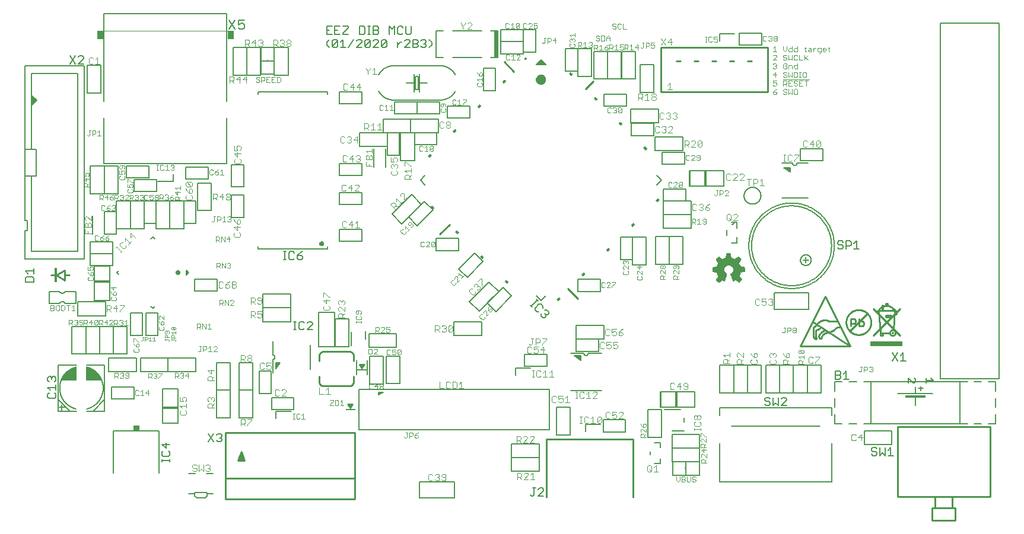
<source format=gto>
G75*
%MOIN*%
%OFA0B0*%
%FSLAX25Y25*%
%IPPOS*%
%LPD*%
%AMOC8*
5,1,8,0,0,1.08239X$1,22.5*
%
%ADD10R,0.01485X0.00015*%
%ADD11R,0.00045X0.00015*%
%ADD12R,0.00105X0.00015*%
%ADD13R,0.00165X0.00015*%
%ADD14R,0.00225X0.00015*%
%ADD15R,0.00285X0.00015*%
%ADD16R,0.00345X0.00015*%
%ADD17R,0.00405X0.00015*%
%ADD18R,0.00435X0.00015*%
%ADD19R,0.00465X0.00015*%
%ADD20R,0.00495X0.00015*%
%ADD21R,0.00540X0.00015*%
%ADD22R,0.00585X0.00015*%
%ADD23R,0.00645X0.00015*%
%ADD24R,0.00150X0.00015*%
%ADD25R,0.00675X0.00015*%
%ADD26R,0.00195X0.00015*%
%ADD27R,0.00705X0.00015*%
%ADD28R,0.00240X0.00015*%
%ADD29R,0.00735X0.00015*%
%ADD30R,0.00270X0.00015*%
%ADD31R,0.00765X0.00015*%
%ADD32R,0.00300X0.00015*%
%ADD33R,0.00810X0.00015*%
%ADD34R,0.00360X0.00015*%
%ADD35R,0.00855X0.00015*%
%ADD36R,0.00435X0.00015*%
%ADD37R,0.00915X0.00015*%
%ADD38R,0.00465X0.00015*%
%ADD39R,0.00945X0.00015*%
%ADD40R,0.00960X0.00015*%
%ADD41R,0.00525X0.00015*%
%ADD42R,0.00990X0.00015*%
%ADD43R,0.00555X0.00015*%
%ADD44R,0.01035X0.00015*%
%ADD45R,0.00600X0.00015*%
%ADD46R,0.01080X0.00015*%
%ADD47R,0.01125X0.00015*%
%ADD48R,0.01170X0.00015*%
%ADD49R,0.00720X0.00015*%
%ADD50R,0.01200X0.00015*%
%ADD51R,0.00750X0.00015*%
%ADD52R,0.01230X0.00015*%
%ADD53R,0.00780X0.00015*%
%ADD54R,0.01260X0.00015*%
%ADD55R,0.00810X0.00015*%
%ADD56R,0.01305X0.00015*%
%ADD57R,0.01365X0.00015*%
%ADD58R,0.00900X0.00015*%
%ADD59R,0.01395X0.00015*%
%ADD60R,0.01440X0.00015*%
%ADD61R,0.01470X0.00015*%
%ADD62R,0.01005X0.00015*%
%ADD63R,0.01500X0.00015*%
%ADD64R,0.01020X0.00015*%
%ADD65R,0.01530X0.00015*%
%ADD66R,0.01065X0.00015*%
%ADD67R,0.01575X0.00015*%
%ADD68R,0.01095X0.00015*%
%ADD69R,0.01635X0.00015*%
%ADD70R,0.01155X0.00015*%
%ADD71R,0.01680X0.00015*%
%ADD72R,0.01200X0.00015*%
%ADD73R,0.01710X0.00015*%
%ADD74R,0.01230X0.00015*%
%ADD75R,0.01725X0.00015*%
%ADD76R,0.01245X0.00015*%
%ADD77R,0.01755X0.00015*%
%ADD78R,0.01275X0.00015*%
%ADD79R,0.01800X0.00015*%
%ADD80R,0.01320X0.00015*%
%ADD81R,0.01860X0.00015*%
%ADD82R,0.01905X0.00015*%
%ADD83R,0.01410X0.00015*%
%ADD84R,0.01935X0.00015*%
%ADD85R,0.01455X0.00015*%
%ADD86R,0.01965X0.00015*%
%ADD87R,0.01485X0.00015*%
%ADD88R,0.01995X0.00015*%
%ADD89R,0.01515X0.00015*%
%ADD90R,0.02040X0.00015*%
%ADD91R,0.01530X0.00015*%
%ADD92R,0.02070X0.00015*%
%ADD93R,0.01575X0.00015*%
%ADD94R,0.02115X0.00015*%
%ADD95R,0.01620X0.00015*%
%ADD96R,0.02160X0.00015*%
%ADD97R,0.01665X0.00015*%
%ADD98R,0.02190X0.00015*%
%ADD99R,0.00075X0.00015*%
%ADD100R,0.01695X0.00015*%
%ADD101R,0.02220X0.00015*%
%ADD102R,0.00105X0.00015*%
%ADD103R,0.02235X0.00015*%
%ADD104R,0.00135X0.00015*%
%ADD105R,0.01755X0.00015*%
%ADD106R,0.02280X0.00015*%
%ADD107R,0.00180X0.00015*%
%ADD108R,0.01785X0.00015*%
%ADD109R,0.02340X0.00015*%
%ADD110R,0.00240X0.00015*%
%ADD111R,0.01830X0.00015*%
%ADD112R,0.02385X0.00015*%
%ADD113R,0.01890X0.00015*%
%ADD114R,0.02415X0.00015*%
%ADD115R,0.00330X0.00015*%
%ADD116R,0.00120X0.00015*%
%ADD117R,0.01920X0.00015*%
%ADD118R,0.02430X0.00015*%
%ADD119R,0.00375X0.00015*%
%ADD120R,0.02460X0.00015*%
%ADD121R,0.00405X0.00015*%
%ADD122R,0.00195X0.00015*%
%ADD123R,0.01965X0.00015*%
%ADD124R,0.02505X0.00015*%
%ADD125R,0.00210X0.00015*%
%ADD126R,0.02010X0.00015*%
%ADD127R,0.02535X0.00015*%
%ADD128R,0.00480X0.00015*%
%ADD129R,0.02580X0.00015*%
%ADD130R,0.00540X0.00015*%
%ADD131R,0.02085X0.00015*%
%ADD132R,0.02625X0.00015*%
%ADD133R,0.02130X0.00015*%
%ADD134R,0.02670X0.00015*%
%ADD135R,0.00630X0.00015*%
%ADD136R,0.02700X0.00015*%
%ADD137R,0.00660X0.00015*%
%ADD138R,0.00450X0.00015*%
%ADD139R,0.02190X0.00015*%
%ADD140R,0.02715X0.00015*%
%ADD141R,0.02205X0.00015*%
%ADD142R,0.02745X0.00015*%
%ADD143R,0.00510X0.00015*%
%ADD144R,0.02235X0.00015*%
%ADD145R,0.02775X0.00015*%
%ADD146R,0.02820X0.00015*%
%ADD147R,0.02310X0.00015*%
%ADD148R,0.02880X0.00015*%
%ADD149R,0.00855X0.00015*%
%ADD150R,0.02355X0.00015*%
%ADD151R,0.02895X0.00015*%
%ADD152R,0.00870X0.00015*%
%ADD153R,0.00660X0.00015*%
%ADD154R,0.02925X0.00015*%
%ADD155R,0.00690X0.00015*%
%ADD156R,0.02970X0.00015*%
%ADD157R,0.03000X0.00015*%
%ADD158R,0.00750X0.00015*%
%ADD159R,0.03045X0.00015*%
%ADD160R,0.01005X0.00015*%
%ADD161R,0.00780X0.00015*%
%ADD162R,0.02505X0.00015*%
%ADD163R,0.03090X0.00015*%
%ADD164R,0.01050X0.00015*%
%ADD165R,0.00825X0.00015*%
%ADD166R,0.02550X0.00015*%
%ADD167R,0.03135X0.00015*%
%ADD168R,0.01095X0.00015*%
%ADD169R,0.00870X0.00015*%
%ADD170R,0.03165X0.00015*%
%ADD171R,0.01125X0.00015*%
%ADD172R,0.02625X0.00015*%
%ADD173R,0.03195X0.00015*%
%ADD174R,0.01140X0.00015*%
%ADD175R,0.00930X0.00015*%
%ADD176R,0.02655X0.00015*%
%ADD177R,0.03210X0.00015*%
%ADD178R,0.00960X0.00015*%
%ADD179R,0.03240X0.00015*%
%ADD180R,0.02700X0.00015*%
%ADD181R,0.03285X0.00015*%
%ADD182R,0.01245X0.00015*%
%ADD183R,0.02745X0.00015*%
%ADD184R,0.03330X0.00015*%
%ADD185R,0.02790X0.00015*%
%ADD186R,0.03360X0.00015*%
%ADD187R,0.01110X0.00015*%
%ADD188R,0.02835X0.00015*%
%ADD189R,0.03390X0.00015*%
%ADD190R,0.01335X0.00015*%
%ADD191R,0.01140X0.00015*%
%ADD192R,0.02865X0.00015*%
%ADD193R,0.03420X0.00015*%
%ADD194R,0.01155X0.00015*%
%ADD195R,0.04905X0.00015*%
%ADD196R,0.04920X0.00015*%
%ADD197R,0.02940X0.00015*%
%ADD198R,0.04950X0.00015*%
%ADD199R,0.02985X0.00015*%
%ADD200R,0.04965X0.00015*%
%ADD201R,0.01275X0.00015*%
%ADD202R,0.03015X0.00015*%
%ADD203R,0.04980X0.00015*%
%ADD204R,0.03045X0.00015*%
%ADD205R,0.05010X0.00015*%
%ADD206R,0.01335X0.00015*%
%ADD207R,0.03075X0.00015*%
%ADD208R,0.01350X0.00015*%
%ADD209R,0.03105X0.00015*%
%ADD210R,0.05040X0.00015*%
%ADD211R,0.01380X0.00015*%
%ADD212R,0.05040X0.00015*%
%ADD213R,0.01410X0.00015*%
%ADD214R,0.03180X0.00015*%
%ADD215R,0.05070X0.00015*%
%ADD216R,0.03225X0.00015*%
%ADD217R,0.03255X0.00015*%
%ADD218R,0.05085X0.00015*%
%ADD219R,0.01515X0.00015*%
%ADD220R,0.03300X0.00015*%
%ADD221R,0.05100X0.00015*%
%ADD222R,0.04935X0.00015*%
%ADD223R,0.05115X0.00015*%
%ADD224R,0.04995X0.00015*%
%ADD225R,0.05130X0.00015*%
%ADD226R,0.05010X0.00015*%
%ADD227R,0.05130X0.00015*%
%ADD228R,0.05010X0.00015*%
%ADD229R,0.05025X0.00015*%
%ADD230R,0.05040X0.00015*%
%ADD231R,0.05055X0.00015*%
%ADD232R,0.05130X0.00015*%
%ADD233R,0.05085X0.00015*%
%ADD234R,0.05115X0.00015*%
%ADD235R,0.05145X0.00015*%
%ADD236R,0.05160X0.00015*%
%ADD237R,0.05130X0.00015*%
%ADD238R,0.05190X0.00015*%
%ADD239R,0.05190X0.00015*%
%ADD240R,0.05205X0.00015*%
%ADD241R,0.05220X0.00015*%
%ADD242R,0.05070X0.00015*%
%ADD243R,0.05085X0.00015*%
%ADD244R,0.05205X0.00015*%
%ADD245R,0.05220X0.00015*%
%ADD246R,0.05055X0.00015*%
%ADD247R,0.05025X0.00015*%
%ADD248R,0.05205X0.00015*%
%ADD249R,0.05025X0.00015*%
%ADD250R,0.05190X0.00015*%
%ADD251R,0.05190X0.00015*%
%ADD252R,0.04995X0.00015*%
%ADD253R,0.05175X0.00015*%
%ADD254R,0.04950X0.00015*%
%ADD255R,0.05145X0.00015*%
%ADD256R,0.05145X0.00015*%
%ADD257R,0.04920X0.00015*%
%ADD258R,0.04905X0.00015*%
%ADD259R,0.04905X0.00015*%
%ADD260R,0.05115X0.00015*%
%ADD261R,0.04890X0.00015*%
%ADD262R,0.04890X0.00015*%
%ADD263R,0.04875X0.00015*%
%ADD264R,0.04845X0.00015*%
%ADD265R,0.04830X0.00015*%
%ADD266R,0.04830X0.00015*%
%ADD267R,0.05070X0.00015*%
%ADD268R,0.04830X0.00015*%
%ADD269R,0.04815X0.00015*%
%ADD270R,0.04800X0.00015*%
%ADD271R,0.04800X0.00015*%
%ADD272R,0.05010X0.00015*%
%ADD273R,0.04785X0.00015*%
%ADD274R,0.04770X0.00015*%
%ADD275R,0.04770X0.00015*%
%ADD276R,0.04755X0.00015*%
%ADD277R,0.04740X0.00015*%
%ADD278R,0.04725X0.00015*%
%ADD279R,0.04725X0.00015*%
%ADD280R,0.04980X0.00015*%
%ADD281R,0.04710X0.00015*%
%ADD282R,0.04725X0.00015*%
%ADD283R,0.04710X0.00015*%
%ADD284R,0.04695X0.00015*%
%ADD285R,0.04680X0.00015*%
%ADD286R,0.04695X0.00015*%
%ADD287R,0.04680X0.00015*%
%ADD288R,0.04905X0.00015*%
%ADD289R,0.04665X0.00015*%
%ADD290R,0.04650X0.00015*%
%ADD291R,0.04635X0.00015*%
%ADD292R,0.04620X0.00015*%
%ADD293R,0.04620X0.00015*%
%ADD294R,0.04890X0.00015*%
%ADD295R,0.04605X0.00015*%
%ADD296R,0.04605X0.00015*%
%ADD297R,0.04590X0.00015*%
%ADD298R,0.04845X0.00015*%
%ADD299R,0.04575X0.00015*%
%ADD300R,0.04590X0.00015*%
%ADD301R,0.04575X0.00015*%
%ADD302R,0.04845X0.00015*%
%ADD303R,0.04560X0.00015*%
%ADD304R,0.04545X0.00015*%
%ADD305R,0.04530X0.00015*%
%ADD306R,0.04515X0.00015*%
%ADD307R,0.04530X0.00015*%
%ADD308R,0.04500X0.00015*%
%ADD309R,0.04515X0.00015*%
%ADD310R,0.04785X0.00015*%
%ADD311R,0.04485X0.00015*%
%ADD312R,0.04755X0.00015*%
%ADD313R,0.04470X0.00015*%
%ADD314R,0.04740X0.00015*%
%ADD315R,0.04485X0.00015*%
%ADD316R,0.04755X0.00015*%
%ADD317R,0.04545X0.00015*%
%ADD318R,0.04695X0.00015*%
%ADD319R,0.04680X0.00015*%
%ADD320R,0.04665X0.00015*%
%ADD321R,0.04725X0.00015*%
%ADD322R,0.04680X0.00015*%
%ADD323R,0.04860X0.00015*%
%ADD324R,0.04740X0.00015*%
%ADD325R,0.04875X0.00015*%
%ADD326R,0.04965X0.00015*%
%ADD327R,0.04860X0.00015*%
%ADD328R,0.04995X0.00015*%
%ADD329R,0.04875X0.00015*%
%ADD330R,0.04980X0.00015*%
%ADD331R,0.05235X0.00015*%
%ADD332R,0.05235X0.00015*%
%ADD333R,0.05250X0.00015*%
%ADD334R,0.05280X0.00015*%
%ADD335R,0.05295X0.00015*%
%ADD336R,0.05325X0.00015*%
%ADD337R,0.05340X0.00015*%
%ADD338R,0.05235X0.00015*%
%ADD339R,0.05355X0.00015*%
%ADD340R,0.05370X0.00015*%
%ADD341R,0.05265X0.00015*%
%ADD342R,0.05370X0.00015*%
%ADD343R,0.05280X0.00015*%
%ADD344R,0.05385X0.00015*%
%ADD345R,0.05295X0.00015*%
%ADD346R,0.05400X0.00015*%
%ADD347R,0.05415X0.00015*%
%ADD348R,0.05310X0.00015*%
%ADD349R,0.05430X0.00015*%
%ADD350R,0.05445X0.00015*%
%ADD351R,0.05460X0.00015*%
%ADD352R,0.05355X0.00015*%
%ADD353R,0.05475X0.00015*%
%ADD354R,0.05505X0.00015*%
%ADD355R,0.05520X0.00015*%
%ADD356R,0.05535X0.00015*%
%ADD357R,0.05550X0.00015*%
%ADD358R,0.05550X0.00015*%
%ADD359R,0.05475X0.00015*%
%ADD360R,0.05490X0.00015*%
%ADD361R,0.05475X0.00015*%
%ADD362R,0.05385X0.00015*%
%ADD363R,0.05370X0.00015*%
%ADD364R,0.05325X0.00015*%
%ADD365R,0.05310X0.00015*%
%ADD366R,0.05265X0.00015*%
%ADD367R,0.05175X0.00015*%
%ADD368R,0.04980X0.00015*%
%ADD369R,0.04965X0.00015*%
%ADD370R,0.04860X0.00015*%
%ADD371R,0.04845X0.00015*%
%ADD372R,0.04815X0.00015*%
%ADD373R,0.04770X0.00015*%
%ADD374R,0.05295X0.00015*%
%ADD375R,0.04635X0.00015*%
%ADD376R,0.05610X0.00015*%
%ADD377R,0.05700X0.00015*%
%ADD378R,0.05760X0.00015*%
%ADD379R,0.05805X0.00015*%
%ADD380R,0.05850X0.00015*%
%ADD381R,0.05895X0.00015*%
%ADD382R,0.06000X0.00015*%
%ADD383R,0.06135X0.00015*%
%ADD384R,0.06225X0.00015*%
%ADD385R,0.06300X0.00015*%
%ADD386R,0.06330X0.00015*%
%ADD387R,0.06375X0.00015*%
%ADD388R,0.06450X0.00015*%
%ADD389R,0.06570X0.00015*%
%ADD390R,0.05565X0.00015*%
%ADD391R,0.06690X0.00015*%
%ADD392R,0.06735X0.00015*%
%ADD393R,0.05790X0.00015*%
%ADD394R,0.06765X0.00015*%
%ADD395R,0.05850X0.00015*%
%ADD396R,0.06780X0.00015*%
%ADD397R,0.05895X0.00015*%
%ADD398R,0.06795X0.00015*%
%ADD399R,0.05955X0.00015*%
%ADD400R,0.06810X0.00015*%
%ADD401R,0.06060X0.00015*%
%ADD402R,0.06195X0.00015*%
%ADD403R,0.06825X0.00015*%
%ADD404R,0.06330X0.00015*%
%ADD405R,0.06840X0.00015*%
%ADD406R,0.06390X0.00015*%
%ADD407R,0.06495X0.00015*%
%ADD408R,0.06840X0.00015*%
%ADD409R,0.06555X0.00015*%
%ADD410R,0.06825X0.00015*%
%ADD411R,0.06645X0.00015*%
%ADD412R,0.06825X0.00015*%
%ADD413R,0.06705X0.00015*%
%ADD414R,0.06705X0.00015*%
%ADD415R,0.06810X0.00015*%
%ADD416R,0.06720X0.00015*%
%ADD417R,0.06795X0.00015*%
%ADD418R,0.06750X0.00015*%
%ADD419R,0.06765X0.00015*%
%ADD420R,0.06795X0.00015*%
%ADD421R,0.06780X0.00015*%
%ADD422R,0.06780X0.00015*%
%ADD423R,0.06750X0.00015*%
%ADD424R,0.06720X0.00015*%
%ADD425R,0.06720X0.00015*%
%ADD426R,0.06705X0.00015*%
%ADD427R,0.06705X0.00015*%
%ADD428R,0.06690X0.00015*%
%ADD429R,0.06675X0.00015*%
%ADD430R,0.06690X0.00015*%
%ADD431R,0.06675X0.00015*%
%ADD432R,0.06675X0.00015*%
%ADD433R,0.06660X0.00015*%
%ADD434R,0.06675X0.00015*%
%ADD435R,0.06660X0.00015*%
%ADD436R,0.06660X0.00015*%
%ADD437R,0.06645X0.00015*%
%ADD438R,0.06630X0.00015*%
%ADD439R,0.06660X0.00015*%
%ADD440R,0.06630X0.00015*%
%ADD441R,0.06645X0.00015*%
%ADD442R,0.06735X0.00015*%
%ADD443R,0.06765X0.00015*%
%ADD444R,0.06780X0.00015*%
%ADD445R,0.06825X0.00015*%
%ADD446R,0.06855X0.00015*%
%ADD447R,0.06855X0.00015*%
%ADD448R,0.06870X0.00015*%
%ADD449R,0.06885X0.00015*%
%ADD450R,0.06525X0.00015*%
%ADD451R,0.06405X0.00015*%
%ADD452R,0.06255X0.00015*%
%ADD453R,0.06165X0.00015*%
%ADD454R,0.06870X0.00015*%
%ADD455R,0.06120X0.00015*%
%ADD456R,0.06885X0.00015*%
%ADD457R,0.06060X0.00015*%
%ADD458R,0.06015X0.00015*%
%ADD459R,0.05910X0.00015*%
%ADD460R,0.05670X0.00015*%
%ADD461R,0.05595X0.00015*%
%ADD462R,0.06585X0.00015*%
%ADD463R,0.05160X0.00015*%
%ADD464R,0.06390X0.00015*%
%ADD465R,0.05025X0.00015*%
%ADD466R,0.06330X0.00015*%
%ADD467R,0.06075X0.00015*%
%ADD468R,0.05820X0.00015*%
%ADD469R,0.05775X0.00015*%
%ADD470R,0.05685X0.00015*%
%ADD471R,0.05460X0.00015*%
%ADD472R,0.04860X0.00015*%
%ADD473R,0.04935X0.00015*%
%ADD474R,0.05160X0.00015*%
%ADD475R,0.05325X0.00015*%
%ADD476R,0.05340X0.00015*%
%ADD477R,0.05355X0.00015*%
%ADD478R,0.05430X0.00015*%
%ADD479R,0.05535X0.00015*%
%ADD480R,0.05595X0.00015*%
%ADD481R,0.05640X0.00015*%
%ADD482R,0.05640X0.00015*%
%ADD483R,0.05670X0.00015*%
%ADD484R,0.05685X0.00015*%
%ADD485R,0.05700X0.00015*%
%ADD486R,0.05715X0.00015*%
%ADD487R,0.05715X0.00015*%
%ADD488R,0.05730X0.00015*%
%ADD489R,0.05745X0.00015*%
%ADD490R,0.05760X0.00015*%
%ADD491R,0.06000X0.00015*%
%ADD492R,0.06105X0.00015*%
%ADD493R,0.06180X0.00015*%
%ADD494R,0.06210X0.00015*%
%ADD495R,0.12690X0.00015*%
%ADD496R,0.12675X0.00015*%
%ADD497R,0.12660X0.00015*%
%ADD498R,0.12660X0.00015*%
%ADD499R,0.12645X0.00015*%
%ADD500R,0.12615X0.00015*%
%ADD501R,0.12600X0.00015*%
%ADD502R,0.12585X0.00015*%
%ADD503R,0.12555X0.00015*%
%ADD504R,0.12540X0.00015*%
%ADD505R,0.12525X0.00015*%
%ADD506R,0.12510X0.00015*%
%ADD507R,0.12510X0.00015*%
%ADD508R,0.12480X0.00015*%
%ADD509R,0.12450X0.00015*%
%ADD510R,0.12435X0.00015*%
%ADD511R,0.12420X0.00015*%
%ADD512R,0.12390X0.00015*%
%ADD513R,0.12375X0.00015*%
%ADD514R,0.12360X0.00015*%
%ADD515R,0.12330X0.00015*%
%ADD516R,0.12300X0.00015*%
%ADD517R,0.12285X0.00015*%
%ADD518R,0.12270X0.00015*%
%ADD519R,0.12255X0.00015*%
%ADD520R,0.12240X0.00015*%
%ADD521R,0.12225X0.00015*%
%ADD522R,0.12195X0.00015*%
%ADD523R,0.12165X0.00015*%
%ADD524R,0.12150X0.00015*%
%ADD525R,0.12135X0.00015*%
%ADD526R,0.12120X0.00015*%
%ADD527R,0.12090X0.00015*%
%ADD528R,0.12075X0.00015*%
%ADD529R,0.12060X0.00015*%
%ADD530R,0.12045X0.00015*%
%ADD531R,0.12015X0.00015*%
%ADD532R,0.12000X0.00015*%
%ADD533R,0.11985X0.00015*%
%ADD534R,0.11955X0.00015*%
%ADD535R,0.11940X0.00015*%
%ADD536R,0.11925X0.00015*%
%ADD537R,0.11910X0.00015*%
%ADD538R,0.11910X0.00015*%
%ADD539R,0.11880X0.00015*%
%ADD540R,0.11850X0.00015*%
%ADD541R,0.11835X0.00015*%
%ADD542R,0.11805X0.00015*%
%ADD543R,0.11775X0.00015*%
%ADD544R,0.11760X0.00015*%
%ADD545R,0.11745X0.00015*%
%ADD546R,0.11730X0.00015*%
%ADD547R,0.11700X0.00015*%
%ADD548R,0.11700X0.00015*%
%ADD549R,0.11685X0.00015*%
%ADD550R,0.11655X0.00015*%
%ADD551R,0.11640X0.00015*%
%ADD552R,0.11625X0.00015*%
%ADD553R,0.11625X0.00015*%
%ADD554R,0.11670X0.00015*%
%ADD555R,0.11715X0.00015*%
%ADD556R,0.11790X0.00015*%
%ADD557R,0.11820X0.00015*%
%ADD558R,0.11820X0.00015*%
%ADD559R,0.11880X0.00015*%
%ADD560R,0.11895X0.00015*%
%ADD561R,0.11970X0.00015*%
%ADD562R,0.12045X0.00015*%
%ADD563R,0.12075X0.00015*%
%ADD564R,0.12105X0.00015*%
%ADD565R,0.12135X0.00015*%
%ADD566R,0.12165X0.00015*%
%ADD567R,0.12180X0.00015*%
%ADD568R,0.12195X0.00015*%
%ADD569R,0.12210X0.00015*%
%ADD570R,0.12225X0.00015*%
%ADD571R,0.12255X0.00015*%
%ADD572R,0.12360X0.00015*%
%ADD573R,0.12390X0.00015*%
%ADD574R,0.12405X0.00015*%
%ADD575R,0.12435X0.00015*%
%ADD576R,0.12480X0.00015*%
%ADD577R,0.12480X0.00015*%
%ADD578R,0.12510X0.00015*%
%ADD579R,0.12570X0.00015*%
%ADD580R,0.12630X0.00015*%
%ADD581R,0.12675X0.00015*%
%ADD582R,0.12705X0.00015*%
%ADD583R,0.12735X0.00015*%
%ADD584R,0.12750X0.00015*%
%ADD585R,0.12780X0.00015*%
%ADD586R,0.12795X0.00015*%
%ADD587R,0.12810X0.00015*%
%ADD588R,0.12840X0.00015*%
%ADD589R,0.12855X0.00015*%
%ADD590R,0.12885X0.00015*%
%ADD591R,0.12900X0.00015*%
%ADD592R,0.12915X0.00015*%
%ADD593R,0.12945X0.00015*%
%ADD594R,0.12960X0.00015*%
%ADD595R,0.12990X0.00015*%
%ADD596R,0.13005X0.00015*%
%ADD597R,0.13020X0.00015*%
%ADD598R,0.13035X0.00015*%
%ADD599R,0.13065X0.00015*%
%ADD600R,0.13080X0.00015*%
%ADD601R,0.13110X0.00015*%
%ADD602R,0.13125X0.00015*%
%ADD603R,0.13155X0.00015*%
%ADD604R,0.13170X0.00015*%
%ADD605R,0.13200X0.00015*%
%ADD606R,0.13230X0.00015*%
%ADD607R,0.13260X0.00015*%
%ADD608R,0.13290X0.00015*%
%ADD609R,0.13320X0.00015*%
%ADD610R,0.13350X0.00015*%
%ADD611R,0.13365X0.00015*%
%ADD612R,0.13395X0.00015*%
%ADD613R,0.13425X0.00015*%
%ADD614R,0.13455X0.00015*%
%ADD615R,0.13470X0.00015*%
%ADD616R,0.13500X0.00015*%
%ADD617R,0.13530X0.00015*%
%ADD618R,0.13560X0.00015*%
%ADD619R,0.13575X0.00015*%
%ADD620R,0.13605X0.00015*%
%ADD621R,0.13635X0.00015*%
%ADD622R,0.13650X0.00015*%
%ADD623R,0.13680X0.00015*%
%ADD624R,0.13695X0.00015*%
%ADD625R,0.13725X0.00015*%
%ADD626R,0.13740X0.00015*%
%ADD627R,0.13770X0.00015*%
%ADD628R,0.13785X0.00015*%
%ADD629R,0.13800X0.00015*%
%ADD630R,0.13830X0.00015*%
%ADD631R,0.13860X0.00015*%
%ADD632R,0.13875X0.00015*%
%ADD633R,0.13905X0.00015*%
%ADD634R,0.13935X0.00015*%
%ADD635R,0.13950X0.00015*%
%ADD636R,0.13980X0.00015*%
%ADD637R,0.14010X0.00015*%
%ADD638R,0.14025X0.00015*%
%ADD639R,0.14055X0.00015*%
%ADD640R,0.14070X0.00015*%
%ADD641R,0.14085X0.00015*%
%ADD642R,0.14115X0.00015*%
%ADD643R,0.14145X0.00015*%
%ADD644R,0.14160X0.00015*%
%ADD645R,0.14190X0.00015*%
%ADD646R,0.14205X0.00015*%
%ADD647R,0.14220X0.00015*%
%ADD648R,0.14235X0.00015*%
%ADD649R,0.14265X0.00015*%
%ADD650R,0.14280X0.00015*%
%ADD651R,0.14295X0.00015*%
%ADD652R,0.14295X0.00015*%
%ADD653R,0.14250X0.00015*%
%ADD654R,0.14205X0.00015*%
%ADD655R,0.14175X0.00015*%
%ADD656R,0.14160X0.00015*%
%ADD657R,0.14130X0.00015*%
%ADD658R,0.14100X0.00015*%
%ADD659R,0.14040X0.00015*%
%ADD660R,0.14010X0.00015*%
%ADD661R,0.03465X0.00015*%
%ADD662R,0.10440X0.00015*%
%ADD663R,0.03420X0.00015*%
%ADD664R,0.10395X0.00015*%
%ADD665R,0.03375X0.00015*%
%ADD666R,0.10335X0.00015*%
%ADD667R,0.03570X0.00015*%
%ADD668R,0.06600X0.00015*%
%ADD669R,0.03525X0.00015*%
%ADD670R,0.03270X0.00015*%
%ADD671R,0.03495X0.00015*%
%ADD672R,0.03210X0.00015*%
%ADD673R,0.06480X0.00015*%
%ADD674R,0.03435X0.00015*%
%ADD675R,0.03165X0.00015*%
%ADD676R,0.03390X0.00015*%
%ADD677R,0.03120X0.00015*%
%ADD678R,0.06315X0.00015*%
%ADD679R,0.03345X0.00015*%
%ADD680R,0.03090X0.00015*%
%ADD681R,0.03075X0.00015*%
%ADD682R,0.06225X0.00015*%
%ADD683R,0.03270X0.00015*%
%ADD684R,0.06180X0.00015*%
%ADD685R,0.02970X0.00015*%
%ADD686R,0.06075X0.00015*%
%ADD687R,0.03195X0.00015*%
%ADD688R,0.02925X0.00015*%
%ADD689R,0.05985X0.00015*%
%ADD690R,0.03135X0.00015*%
%ADD691R,0.02850X0.00015*%
%ADD692R,0.05835X0.00015*%
%ADD693R,0.03030X0.00015*%
%ADD694R,0.02805X0.00015*%
%ADD695R,0.02730X0.00015*%
%ADD696R,0.05625X0.00015*%
%ADD697R,0.02925X0.00015*%
%ADD698R,0.02640X0.00015*%
%ADD699R,0.02595X0.00015*%
%ADD700R,0.02565X0.00015*%
%ADD701R,0.02760X0.00015*%
%ADD702R,0.02520X0.00015*%
%ADD703R,0.02730X0.00015*%
%ADD704R,0.02475X0.00015*%
%ADD705R,0.02685X0.00015*%
%ADD706R,0.02445X0.00015*%
%ADD707R,0.02400X0.00015*%
%ADD708R,0.02370X0.00015*%
%ADD709R,0.02565X0.00015*%
%ADD710R,0.02340X0.00015*%
%ADD711R,0.02325X0.00015*%
%ADD712R,0.02505X0.00015*%
%ADD713R,0.02280X0.00015*%
%ADD714R,0.02460X0.00015*%
%ADD715R,0.04560X0.00015*%
%ADD716R,0.02190X0.00015*%
%ADD717R,0.04440X0.00015*%
%ADD718R,0.02370X0.00015*%
%ADD719R,0.02145X0.00015*%
%ADD720R,0.04365X0.00015*%
%ADD721R,0.04320X0.00015*%
%ADD722R,0.02310X0.00015*%
%ADD723R,0.02100X0.00015*%
%ADD724R,0.04260X0.00015*%
%ADD725R,0.04200X0.00015*%
%ADD726R,0.02265X0.00015*%
%ADD727R,0.02040X0.00015*%
%ADD728R,0.04095X0.00015*%
%ADD729R,0.02220X0.00015*%
%ADD730R,0.03915X0.00015*%
%ADD731R,0.02175X0.00015*%
%ADD732R,0.03765X0.00015*%
%ADD733R,0.03675X0.00015*%
%ADD734R,0.01890X0.00015*%
%ADD735R,0.03615X0.00015*%
%ADD736R,0.02055X0.00015*%
%ADD737R,0.01860X0.00015*%
%ADD738R,0.03555X0.00015*%
%ADD739R,0.01815X0.00015*%
%ADD740R,0.03450X0.00015*%
%ADD741R,0.01725X0.00015*%
%ADD742R,0.03315X0.00015*%
%ADD743R,0.01905X0.00015*%
%ADD744R,0.01680X0.00015*%
%ADD745R,0.01650X0.00015*%
%ADD746R,0.01620X0.00015*%
%ADD747R,0.01590X0.00015*%
%ADD748R,0.01770X0.00015*%
%ADD749R,0.01560X0.00015*%
%ADD750R,0.03240X0.00015*%
%ADD751R,0.01740X0.00015*%
%ADD752R,0.01665X0.00015*%
%ADD753R,0.01455X0.00015*%
%ADD754R,0.01635X0.00015*%
%ADD755R,0.01410X0.00015*%
%ADD756R,0.01395X0.00015*%
%ADD757R,0.01365X0.00015*%
%ADD758R,0.01335X0.00015*%
%ADD759R,0.01290X0.00015*%
%ADD760R,0.03210X0.00015*%
%ADD761R,0.01455X0.00015*%
%ADD762R,0.01185X0.00015*%
%ADD763R,0.01290X0.00015*%
%ADD764R,0.01110X0.00015*%
%ADD765R,0.01260X0.00015*%
%ADD766R,0.03180X0.00015*%
%ADD767R,0.00975X0.00015*%
%ADD768R,0.03150X0.00015*%
%ADD769R,0.00885X0.00015*%
%ADD770R,0.03150X0.00015*%
%ADD771R,0.01050X0.00015*%
%ADD772R,0.00795X0.00015*%
%ADD773R,0.00885X0.00015*%
%ADD774R,0.00690X0.00015*%
%ADD775R,0.00840X0.00015*%
%ADD776R,0.00570X0.00015*%
%ADD777R,0.00525X0.00015*%
%ADD778R,0.03105X0.00015*%
%ADD779R,0.00660X0.00015*%
%ADD780R,0.00615X0.00015*%
%ADD781R,0.00420X0.00015*%
%ADD782R,0.00555X0.00015*%
%ADD783R,0.00390X0.00015*%
%ADD784R,0.00525X0.00015*%
%ADD785R,0.00360X0.00015*%
%ADD786R,0.00495X0.00015*%
%ADD787R,0.03075X0.00015*%
%ADD788R,0.00450X0.00015*%
%ADD789R,0.00225X0.00015*%
%ADD790R,0.00345X0.00015*%
%ADD791R,0.00255X0.00015*%
%ADD792R,0.03060X0.00015*%
%ADD793R,0.00180X0.00015*%
%ADD794R,0.00075X0.00015*%
%ADD795R,0.03000X0.00015*%
%ADD796R,0.02955X0.00015*%
%ADD797R,0.02940X0.00015*%
%ADD798R,0.02940X0.00015*%
%ADD799R,0.02910X0.00015*%
%ADD800R,0.02910X0.00015*%
%ADD801R,0.02865X0.00015*%
%ADD802R,0.02805X0.00015*%
%ADD803R,0.02775X0.00015*%
%ADD804R,0.02760X0.00015*%
%ADD805R,0.02655X0.00015*%
%ADD806R,0.02640X0.00015*%
%ADD807R,0.02610X0.00015*%
%ADD808R,0.02595X0.00015*%
%ADD809R,0.02535X0.00015*%
%ADD810R,0.02475X0.00015*%
%ADD811R,0.02175X0.00015*%
%ADD812R,0.01575X0.00015*%
%ADD813C,0.00300*%
%ADD814C,0.00500*%
%ADD815C,0.01000*%
%ADD816R,0.18000X0.03000*%
%ADD817C,0.00600*%
%ADD818C,0.00400*%
%ADD819C,0.00100*%
%ADD820R,0.01750X0.09000*%
%ADD821R,0.00600X0.09000*%
%ADD822R,0.11811X0.01181*%
%ADD823R,0.01181X0.08268*%
%ADD824C,0.00800*%
%ADD825R,0.03400X0.03000*%
%ADD826R,0.09000X0.01750*%
%ADD827R,0.09000X0.00600*%
%ADD828R,0.00787X0.00787*%
%ADD829C,0.00039*%
%ADD830R,0.03642X0.04500*%
%ADD831C,0.00200*%
%ADD832R,0.05512X0.00787*%
%ADD833R,0.01969X0.14961*%
D10*
X0450198Y0269024D03*
D11*
X0447308Y0263314D03*
X0455513Y0264184D03*
X0458693Y0263479D03*
D12*
X0447308Y0263329D03*
D13*
X0447308Y0263344D03*
D14*
X0447308Y0263359D03*
D15*
X0447308Y0263374D03*
X0447398Y0277759D03*
D16*
X0447308Y0263389D03*
X0455558Y0264274D03*
D17*
X0455573Y0264289D03*
X0447308Y0263404D03*
D18*
X0447308Y0263419D03*
D19*
X0447308Y0263434D03*
D20*
X0447308Y0263449D03*
X0458693Y0263614D03*
D21*
X0447315Y0263464D03*
D22*
X0447323Y0263479D03*
X0450338Y0264289D03*
X0455648Y0264379D03*
D23*
X0455663Y0264394D03*
X0458678Y0263674D03*
X0447323Y0263494D03*
D24*
X0455505Y0264214D03*
X0458700Y0263494D03*
D25*
X0458678Y0263689D03*
X0450308Y0264334D03*
X0447323Y0263509D03*
D26*
X0458693Y0263509D03*
D27*
X0455693Y0264439D03*
X0450293Y0264349D03*
X0447323Y0263524D03*
D28*
X0458701Y0263524D03*
D29*
X0447323Y0263539D03*
D30*
X0455536Y0264259D03*
X0458701Y0263539D03*
D31*
X0450278Y0264364D03*
X0447323Y0263554D03*
D32*
X0450436Y0264184D03*
X0458701Y0263554D03*
X0458325Y0277804D03*
D33*
X0447330Y0263569D03*
D34*
X0458701Y0263569D03*
D35*
X0458663Y0263764D03*
X0447338Y0263584D03*
D36*
X0450398Y0264244D03*
X0455588Y0264304D03*
X0458693Y0263584D03*
D37*
X0455753Y0264514D03*
X0450218Y0264439D03*
X0447338Y0263599D03*
X0447428Y0277504D03*
D38*
X0447413Y0277684D03*
X0458693Y0263599D03*
D39*
X0458663Y0263794D03*
X0450203Y0264454D03*
X0447338Y0263614D03*
X0458303Y0277564D03*
X0452723Y0279679D03*
D40*
X0447345Y0263629D03*
D41*
X0458693Y0263629D03*
D42*
X0458655Y0263809D03*
X0455776Y0264559D03*
X0447346Y0263644D03*
X0458296Y0277549D03*
D43*
X0458693Y0263644D03*
D44*
X0447353Y0263659D03*
D45*
X0458686Y0263659D03*
X0447421Y0277639D03*
D46*
X0458296Y0277504D03*
X0455805Y0264589D03*
X0447346Y0263674D03*
D47*
X0447353Y0263689D03*
D48*
X0447360Y0263704D03*
X0450136Y0264544D03*
X0455836Y0264649D03*
X0458280Y0277474D03*
D49*
X0458311Y0277654D03*
X0458670Y0263704D03*
D50*
X0447360Y0263719D03*
D51*
X0458670Y0263719D03*
D52*
X0447360Y0263734D03*
X0447451Y0277384D03*
X0458280Y0277459D03*
D53*
X0458311Y0277624D03*
X0458670Y0263734D03*
D54*
X0447361Y0263749D03*
D55*
X0450255Y0264379D03*
X0458670Y0263749D03*
X0458311Y0277609D03*
D56*
X0455888Y0264709D03*
X0447368Y0263764D03*
D57*
X0447368Y0263779D03*
X0450068Y0264634D03*
X0458633Y0263974D03*
D58*
X0458656Y0263779D03*
X0450225Y0264424D03*
D59*
X0447368Y0263794D03*
D60*
X0447376Y0263809D03*
D61*
X0447376Y0263824D03*
X0455926Y0264799D03*
D62*
X0458648Y0263824D03*
D63*
X0447375Y0263839D03*
X0447465Y0277279D03*
X0458265Y0277354D03*
D64*
X0458296Y0277534D03*
X0447435Y0277474D03*
X0458655Y0263839D03*
D65*
X0447376Y0263854D03*
D66*
X0458648Y0263854D03*
D67*
X0447383Y0263869D03*
D68*
X0458648Y0263869D03*
D69*
X0447383Y0263884D03*
D70*
X0458648Y0263884D03*
D71*
X0447390Y0263899D03*
D72*
X0450136Y0264559D03*
X0455851Y0264664D03*
X0458641Y0263899D03*
D73*
X0447390Y0263914D03*
D74*
X0458640Y0263914D03*
D75*
X0458603Y0264124D03*
X0447398Y0263929D03*
D76*
X0458633Y0263929D03*
D77*
X0447398Y0263944D03*
D78*
X0450098Y0264589D03*
X0458633Y0263944D03*
D79*
X0447391Y0263959D03*
X0458251Y0277234D03*
D80*
X0458281Y0277414D03*
X0458626Y0263959D03*
X0450090Y0264604D03*
D81*
X0447405Y0263974D03*
D82*
X0447413Y0263989D03*
X0447488Y0277114D03*
D83*
X0458626Y0263989D03*
D84*
X0458588Y0264214D03*
X0447413Y0264004D03*
X0447488Y0277099D03*
X0452903Y0279649D03*
D85*
X0455918Y0264784D03*
X0458618Y0264004D03*
D86*
X0447413Y0264019D03*
D87*
X0458618Y0264019D03*
D88*
X0447413Y0264034D03*
X0447488Y0277084D03*
D89*
X0458618Y0264034D03*
D90*
X0458580Y0264259D03*
X0447421Y0264049D03*
X0458236Y0277144D03*
D91*
X0458265Y0277339D03*
X0458610Y0264049D03*
D92*
X0447421Y0264064D03*
X0447495Y0277054D03*
D93*
X0458618Y0264064D03*
D94*
X0447428Y0264079D03*
D95*
X0458611Y0264079D03*
D96*
X0458565Y0264304D03*
X0447436Y0264094D03*
D97*
X0458603Y0264094D03*
D98*
X0447436Y0264109D03*
D99*
X0450488Y0264109D03*
D100*
X0458603Y0264109D03*
D101*
X0447435Y0264124D03*
D102*
X0450488Y0264124D03*
D103*
X0447443Y0264139D03*
X0447503Y0276979D03*
X0452918Y0279604D03*
D104*
X0450488Y0264139D03*
D105*
X0458603Y0264139D03*
D106*
X0458551Y0264364D03*
X0447451Y0264154D03*
D107*
X0450465Y0264154D03*
D108*
X0458603Y0264154D03*
X0447473Y0277174D03*
D109*
X0447451Y0264169D03*
D110*
X0450451Y0264169D03*
D111*
X0458595Y0264169D03*
X0458251Y0277219D03*
D112*
X0458543Y0264409D03*
X0447458Y0264184D03*
D113*
X0458596Y0264184D03*
D114*
X0458543Y0264424D03*
X0447458Y0264199D03*
X0458198Y0276979D03*
D115*
X0447406Y0277744D03*
X0450421Y0264199D03*
D116*
X0455505Y0264199D03*
X0447405Y0277789D03*
D117*
X0458596Y0264199D03*
D118*
X0458536Y0264439D03*
X0447465Y0264214D03*
X0452910Y0279529D03*
D119*
X0450413Y0264214D03*
D120*
X0447465Y0264229D03*
X0458536Y0264454D03*
D121*
X0450413Y0264229D03*
D122*
X0455513Y0264229D03*
D123*
X0458588Y0264229D03*
X0458243Y0277174D03*
D124*
X0447473Y0264244D03*
D125*
X0455520Y0264244D03*
D126*
X0458580Y0264244D03*
X0458236Y0277159D03*
D127*
X0458183Y0276934D03*
X0452903Y0279274D03*
X0452903Y0279289D03*
X0452903Y0279304D03*
X0452903Y0279334D03*
X0447473Y0264259D03*
D128*
X0450390Y0264259D03*
X0455596Y0264334D03*
X0458326Y0277744D03*
D129*
X0458176Y0276904D03*
X0452911Y0279199D03*
X0458520Y0264499D03*
X0447481Y0264274D03*
D130*
X0450361Y0264274D03*
X0455626Y0264364D03*
D131*
X0458573Y0264274D03*
X0458228Y0277114D03*
D132*
X0447488Y0264289D03*
D133*
X0458565Y0264289D03*
X0458221Y0277099D03*
X0447495Y0277024D03*
D134*
X0447556Y0276784D03*
X0452895Y0278989D03*
X0452895Y0279004D03*
X0458506Y0264544D03*
X0447495Y0264304D03*
D135*
X0450330Y0264304D03*
X0447421Y0277624D03*
D136*
X0452895Y0278869D03*
X0447495Y0264319D03*
D137*
X0450315Y0264319D03*
D138*
X0455596Y0264319D03*
D139*
X0458565Y0264319D03*
D140*
X0447503Y0264334D03*
X0452903Y0278764D03*
X0452903Y0278779D03*
X0452903Y0278794D03*
X0452903Y0278809D03*
X0452903Y0278824D03*
D141*
X0458558Y0264334D03*
D142*
X0447503Y0264349D03*
X0452903Y0278689D03*
D143*
X0455611Y0264349D03*
D144*
X0458558Y0264349D03*
D145*
X0447503Y0264364D03*
X0447563Y0276754D03*
X0458153Y0276829D03*
D146*
X0452896Y0278524D03*
X0452896Y0278539D03*
X0447570Y0276724D03*
X0447511Y0264379D03*
D147*
X0458551Y0264379D03*
D148*
X0458490Y0264634D03*
X0447511Y0264394D03*
X0447570Y0276694D03*
X0452896Y0278314D03*
X0452896Y0278329D03*
X0452896Y0278344D03*
X0452896Y0278359D03*
X0452896Y0278374D03*
X0452896Y0278389D03*
X0452896Y0278404D03*
X0458146Y0276784D03*
D149*
X0450233Y0264394D03*
D150*
X0458543Y0264394D03*
D151*
X0458483Y0264649D03*
X0447518Y0264409D03*
D152*
X0450226Y0264409D03*
D153*
X0455671Y0264409D03*
X0447421Y0277609D03*
D154*
X0447518Y0264424D03*
D155*
X0455686Y0264424D03*
D156*
X0447526Y0264439D03*
D157*
X0447525Y0264454D03*
X0452880Y0277954D03*
X0452880Y0277984D03*
X0452880Y0277999D03*
X0458130Y0276739D03*
D158*
X0458311Y0277639D03*
X0447420Y0277579D03*
X0455700Y0264454D03*
D159*
X0447533Y0264469D03*
D160*
X0450188Y0264469D03*
D161*
X0455715Y0264469D03*
D162*
X0458528Y0264469D03*
D163*
X0447540Y0264484D03*
X0452896Y0277714D03*
X0452896Y0277729D03*
X0452896Y0277744D03*
D164*
X0447435Y0277459D03*
X0450166Y0264484D03*
X0455790Y0264574D03*
D165*
X0455738Y0264484D03*
X0447428Y0277549D03*
D166*
X0452911Y0279259D03*
X0458520Y0264484D03*
D167*
X0458453Y0264754D03*
X0447548Y0264499D03*
X0452888Y0277549D03*
X0452888Y0277564D03*
X0452888Y0277579D03*
X0452888Y0277594D03*
X0452888Y0277609D03*
D168*
X0450158Y0264499D03*
D169*
X0455745Y0264499D03*
X0447421Y0277534D03*
D170*
X0452873Y0277489D03*
X0452873Y0277474D03*
X0447548Y0264514D03*
D171*
X0450158Y0264514D03*
X0447443Y0277429D03*
X0458288Y0277489D03*
D172*
X0458168Y0276889D03*
X0452903Y0279094D03*
X0452903Y0279109D03*
X0452903Y0279124D03*
X0447548Y0276814D03*
X0458513Y0264514D03*
D173*
X0447548Y0264529D03*
D174*
X0450151Y0264529D03*
D175*
X0455760Y0264529D03*
D176*
X0458513Y0264529D03*
X0452903Y0279034D03*
X0452903Y0279049D03*
X0452903Y0279064D03*
D177*
X0447555Y0264544D03*
D178*
X0455761Y0264544D03*
D179*
X0447555Y0264559D03*
D180*
X0458506Y0264559D03*
X0452895Y0278839D03*
X0452895Y0278854D03*
X0452895Y0278884D03*
X0452895Y0278899D03*
D181*
X0452888Y0277204D03*
X0447563Y0264574D03*
D182*
X0450113Y0264574D03*
X0455858Y0264679D03*
D183*
X0458498Y0264574D03*
D184*
X0447571Y0264589D03*
X0447615Y0276499D03*
D185*
X0452896Y0278584D03*
X0452896Y0278599D03*
X0458490Y0264589D03*
D186*
X0447571Y0264604D03*
X0452895Y0277174D03*
D187*
X0455820Y0264604D03*
D188*
X0458483Y0264604D03*
X0458153Y0276799D03*
X0452888Y0278494D03*
X0452888Y0278509D03*
D189*
X0447570Y0264619D03*
D190*
X0450083Y0264619D03*
D191*
X0455821Y0264619D03*
D192*
X0458483Y0264619D03*
X0452888Y0278419D03*
D193*
X0447570Y0264634D03*
D194*
X0455828Y0264634D03*
X0447443Y0277414D03*
D195*
X0448478Y0269044D03*
X0448718Y0268774D03*
X0448688Y0265699D03*
X0448298Y0264649D03*
X0457013Y0266389D03*
X0457028Y0266359D03*
X0457628Y0264829D03*
D196*
X0457111Y0266209D03*
X0457096Y0266239D03*
X0457096Y0266254D03*
X0457081Y0266284D03*
X0457035Y0268714D03*
X0457020Y0272479D03*
X0457005Y0272494D03*
X0456990Y0272509D03*
X0448470Y0272149D03*
X0448726Y0268759D03*
X0448740Y0268744D03*
X0448635Y0265624D03*
X0448620Y0265594D03*
X0448605Y0265564D03*
X0448290Y0264664D03*
D197*
X0458476Y0264664D03*
D198*
X0457635Y0264859D03*
X0457126Y0266179D03*
X0456600Y0267574D03*
X0456976Y0272539D03*
X0448816Y0272524D03*
X0448755Y0268714D03*
X0448770Y0268699D03*
X0449266Y0267409D03*
X0449266Y0267394D03*
X0448590Y0265534D03*
X0448290Y0264679D03*
D199*
X0458468Y0264679D03*
X0452888Y0278014D03*
D200*
X0448838Y0272554D03*
X0448823Y0272539D03*
X0448433Y0269059D03*
X0448568Y0265504D03*
X0448568Y0265489D03*
X0448283Y0264694D03*
X0456593Y0267589D03*
X0457133Y0266164D03*
X0457148Y0266149D03*
X0457643Y0264874D03*
X0456953Y0272554D03*
D201*
X0455873Y0264694D03*
D202*
X0458453Y0264694D03*
X0447593Y0276649D03*
D203*
X0448440Y0272134D03*
X0448785Y0268684D03*
X0448561Y0265474D03*
X0448546Y0265444D03*
X0448276Y0264709D03*
X0457155Y0266134D03*
X0457170Y0266104D03*
X0457170Y0266089D03*
X0457185Y0266074D03*
D204*
X0458453Y0264709D03*
X0458123Y0276709D03*
X0452888Y0277864D03*
X0452888Y0277879D03*
X0452888Y0277894D03*
X0447593Y0276634D03*
D205*
X0448861Y0272599D03*
X0456961Y0268624D03*
X0457261Y0265939D03*
X0448276Y0264739D03*
X0448276Y0264724D03*
D206*
X0455888Y0264724D03*
D207*
X0458453Y0264724D03*
D208*
X0455896Y0264739D03*
X0458281Y0277399D03*
D209*
X0452888Y0277624D03*
X0452888Y0277639D03*
X0452888Y0277654D03*
X0452888Y0277684D03*
X0452888Y0277699D03*
X0458453Y0264739D03*
D210*
X0457290Y0265879D03*
X0457276Y0265894D03*
X0448455Y0265294D03*
X0448455Y0265279D03*
X0448440Y0265264D03*
X0448276Y0264754D03*
X0448876Y0272614D03*
X0448890Y0272629D03*
D211*
X0455896Y0264754D03*
D212*
X0448276Y0264769D03*
D213*
X0455911Y0264769D03*
D214*
X0458446Y0264769D03*
D215*
X0448426Y0265234D03*
X0448276Y0264799D03*
X0448276Y0264784D03*
D216*
X0458438Y0264784D03*
X0458108Y0276649D03*
X0452873Y0277309D03*
X0452873Y0277324D03*
X0452873Y0277339D03*
X0452873Y0277354D03*
D217*
X0452873Y0277249D03*
X0447608Y0276544D03*
X0458423Y0264799D03*
D218*
X0448283Y0264814D03*
X0448883Y0268564D03*
D219*
X0455933Y0264814D03*
D220*
X0458415Y0264814D03*
X0458101Y0276604D03*
X0447615Y0276514D03*
D221*
X0456841Y0272689D03*
X0456901Y0268534D03*
X0456601Y0267754D03*
X0456601Y0267739D03*
X0456601Y0267724D03*
X0456601Y0267709D03*
X0457395Y0265699D03*
X0457395Y0265684D03*
X0457410Y0265654D03*
X0449251Y0267604D03*
X0448891Y0268549D03*
X0448395Y0265174D03*
X0448395Y0265159D03*
X0448380Y0265144D03*
X0448380Y0265129D03*
X0448275Y0264844D03*
X0448275Y0264829D03*
D222*
X0448598Y0265549D03*
X0448613Y0265579D03*
X0448628Y0265609D03*
X0448748Y0268729D03*
X0456593Y0267559D03*
X0457013Y0268684D03*
X0457028Y0268699D03*
X0457103Y0266224D03*
X0457118Y0266194D03*
X0457628Y0264844D03*
X0457088Y0272434D03*
X0456983Y0272524D03*
X0452888Y0276904D03*
D223*
X0448283Y0264889D03*
X0448283Y0264874D03*
X0448283Y0264859D03*
D224*
X0449258Y0267454D03*
X0449258Y0267484D03*
X0457193Y0266059D03*
X0457208Y0266044D03*
X0457223Y0266029D03*
X0457223Y0266014D03*
X0457643Y0264889D03*
D225*
X0457440Y0265594D03*
X0457426Y0265609D03*
X0456826Y0272704D03*
X0448290Y0264964D03*
X0448290Y0264949D03*
X0448290Y0264934D03*
X0448290Y0264904D03*
D226*
X0448515Y0265384D03*
X0448530Y0265399D03*
X0449251Y0267499D03*
X0449251Y0267514D03*
X0448815Y0268654D03*
X0457230Y0265999D03*
X0457651Y0264904D03*
D227*
X0448290Y0264919D03*
D228*
X0456601Y0267619D03*
X0457651Y0264919D03*
D229*
X0457658Y0264934D03*
X0449258Y0267529D03*
X0448838Y0268609D03*
X0448838Y0268624D03*
X0448823Y0268639D03*
X0448493Y0265354D03*
X0456908Y0272614D03*
X0456923Y0272599D03*
X0452888Y0276889D03*
D230*
X0456901Y0272629D03*
X0456945Y0268594D03*
X0456930Y0268579D03*
X0456601Y0267649D03*
X0456601Y0267634D03*
X0457651Y0264949D03*
X0449251Y0267544D03*
X0449251Y0267559D03*
X0448486Y0265339D03*
X0448471Y0265324D03*
D231*
X0448853Y0268594D03*
X0457313Y0265834D03*
X0457328Y0265804D03*
X0457343Y0265789D03*
X0457658Y0264964D03*
X0457193Y0272389D03*
X0456893Y0272644D03*
X0456878Y0272659D03*
D232*
X0456601Y0267799D03*
X0456601Y0267784D03*
X0449251Y0267634D03*
X0448921Y0268504D03*
X0448351Y0265084D03*
X0448321Y0265039D03*
X0448306Y0265009D03*
X0448306Y0264994D03*
X0448306Y0264979D03*
X0448951Y0272689D03*
D233*
X0448928Y0272674D03*
X0448358Y0272104D03*
X0456863Y0272674D03*
X0457598Y0269284D03*
X0456908Y0268549D03*
X0457373Y0265744D03*
X0457373Y0265729D03*
X0457388Y0265714D03*
X0457673Y0264979D03*
X0448403Y0265189D03*
D234*
X0448373Y0265114D03*
X0448358Y0265099D03*
X0448898Y0268534D03*
X0456878Y0268504D03*
X0457418Y0265639D03*
X0457418Y0265624D03*
X0457673Y0265009D03*
X0457673Y0264994D03*
D235*
X0457673Y0265024D03*
X0457508Y0265489D03*
X0457493Y0265504D03*
X0457478Y0265534D03*
X0457463Y0265564D03*
X0456608Y0267814D03*
X0456863Y0268489D03*
X0456803Y0272734D03*
X0456788Y0272749D03*
X0452888Y0276874D03*
X0448973Y0272704D03*
X0448928Y0268489D03*
X0448328Y0265054D03*
X0448313Y0265024D03*
D236*
X0449251Y0267649D03*
X0449251Y0267664D03*
X0448995Y0272734D03*
X0456601Y0267829D03*
X0457471Y0265549D03*
X0457515Y0265474D03*
X0457665Y0265054D03*
X0457665Y0265039D03*
D237*
X0449251Y0267619D03*
X0448906Y0268519D03*
X0448336Y0265069D03*
X0456810Y0272719D03*
D238*
X0457665Y0265069D03*
D239*
X0457665Y0265084D03*
X0457665Y0265099D03*
X0449251Y0267694D03*
X0449251Y0267709D03*
X0448951Y0268474D03*
D240*
X0449243Y0267739D03*
X0449243Y0267724D03*
X0456608Y0267859D03*
X0457658Y0269299D03*
X0457658Y0265159D03*
X0457658Y0265144D03*
X0457658Y0265129D03*
X0457658Y0265114D03*
D241*
X0457651Y0265174D03*
X0457651Y0265189D03*
X0457651Y0265204D03*
X0456601Y0267874D03*
X0456751Y0272779D03*
X0448965Y0268459D03*
X0449251Y0267754D03*
D242*
X0449251Y0267589D03*
X0449251Y0267574D03*
X0448365Y0269074D03*
X0448906Y0272659D03*
X0456915Y0268564D03*
X0456601Y0267694D03*
X0456601Y0267679D03*
X0456601Y0267664D03*
X0457306Y0265849D03*
X0457351Y0265774D03*
X0457365Y0265759D03*
X0448410Y0265204D03*
D243*
X0448418Y0265219D03*
D244*
X0457643Y0265219D03*
D245*
X0457635Y0265234D03*
X0457635Y0265249D03*
X0457620Y0265264D03*
X0457620Y0265279D03*
X0457605Y0265294D03*
X0457590Y0265309D03*
X0457576Y0265339D03*
X0456811Y0268444D03*
X0456826Y0268459D03*
X0449040Y0272779D03*
D246*
X0448898Y0272644D03*
X0448868Y0268579D03*
X0448433Y0265249D03*
X0457298Y0265864D03*
D247*
X0457268Y0265909D03*
X0457268Y0265924D03*
X0457253Y0265954D03*
X0456953Y0268609D03*
X0448463Y0265309D03*
D248*
X0457553Y0265384D03*
X0457568Y0265354D03*
X0457583Y0265324D03*
D249*
X0448508Y0265369D03*
D250*
X0457561Y0265369D03*
D251*
X0457546Y0265399D03*
X0457546Y0265414D03*
X0448290Y0269089D03*
X0449026Y0272764D03*
X0457276Y0272374D03*
D252*
X0457148Y0272404D03*
X0456938Y0272584D03*
X0456983Y0268654D03*
X0456968Y0268639D03*
X0457238Y0265984D03*
X0448553Y0265459D03*
X0448538Y0265429D03*
X0448538Y0265414D03*
X0448853Y0272584D03*
D253*
X0449243Y0267679D03*
X0456608Y0267844D03*
X0457523Y0265459D03*
X0457538Y0265444D03*
X0457538Y0265429D03*
X0456773Y0272764D03*
D254*
X0457111Y0272419D03*
X0457516Y0269269D03*
X0448590Y0265519D03*
D255*
X0457493Y0265519D03*
D256*
X0457448Y0265579D03*
D257*
X0456601Y0267529D03*
X0456601Y0267544D03*
X0457051Y0268729D03*
X0449265Y0267379D03*
X0448651Y0265639D03*
X0448801Y0272494D03*
D258*
X0448793Y0272479D03*
X0449273Y0267364D03*
X0448658Y0265654D03*
X0456593Y0267499D03*
X0456593Y0267514D03*
X0457043Y0266344D03*
X0457043Y0266329D03*
X0457058Y0266314D03*
X0457073Y0266299D03*
X0457058Y0268744D03*
X0457073Y0268759D03*
X0457058Y0272449D03*
X0457043Y0272464D03*
D259*
X0448673Y0265669D03*
D260*
X0456608Y0267769D03*
X0456893Y0268519D03*
X0457403Y0265669D03*
D261*
X0456601Y0267484D03*
X0457080Y0268774D03*
X0448680Y0265684D03*
D262*
X0448696Y0265714D03*
X0448696Y0265729D03*
X0448711Y0265759D03*
X0448711Y0268789D03*
X0448770Y0272464D03*
X0456990Y0266434D03*
X0457005Y0266404D03*
X0457020Y0266374D03*
D263*
X0456983Y0266449D03*
X0456983Y0266464D03*
X0448718Y0265774D03*
X0448703Y0265744D03*
X0448703Y0268804D03*
X0448763Y0272449D03*
D264*
X0448733Y0272404D03*
X0448733Y0265789D03*
X0456968Y0266479D03*
D265*
X0457126Y0268834D03*
X0448740Y0265804D03*
X0448726Y0272389D03*
D266*
X0448740Y0265819D03*
D267*
X0457321Y0265819D03*
D268*
X0456960Y0266494D03*
X0456945Y0266524D03*
X0456930Y0266554D03*
X0456915Y0266584D03*
X0456901Y0266599D03*
X0456586Y0267424D03*
X0457456Y0269254D03*
X0449265Y0267289D03*
X0449265Y0267274D03*
X0448771Y0265879D03*
X0448756Y0265849D03*
X0448756Y0265834D03*
X0448665Y0268864D03*
X0448530Y0269014D03*
X0448710Y0272374D03*
X0452895Y0276934D03*
D269*
X0448658Y0268879D03*
X0448808Y0265924D03*
X0448793Y0265909D03*
X0448778Y0265894D03*
X0448763Y0265864D03*
X0456578Y0267394D03*
X0456578Y0267409D03*
X0456863Y0266659D03*
X0456878Y0266644D03*
X0456878Y0266629D03*
X0456893Y0266614D03*
D270*
X0456856Y0266674D03*
X0456856Y0266689D03*
X0457141Y0268864D03*
X0457141Y0268879D03*
X0449265Y0267259D03*
X0449265Y0267244D03*
X0448845Y0265999D03*
X0448830Y0265954D03*
X0448815Y0265939D03*
X0448651Y0268894D03*
X0448636Y0268924D03*
X0448560Y0268999D03*
X0448680Y0272344D03*
X0448695Y0272359D03*
D271*
X0448830Y0265969D03*
X0456841Y0266719D03*
D272*
X0457246Y0265969D03*
D273*
X0456848Y0266704D03*
X0456578Y0267379D03*
X0457148Y0268894D03*
X0457163Y0268909D03*
X0457163Y0268924D03*
X0449273Y0267229D03*
X0448853Y0266029D03*
X0448853Y0266014D03*
X0448838Y0265984D03*
X0448643Y0268909D03*
X0448628Y0268939D03*
X0448658Y0272299D03*
X0448673Y0272314D03*
X0448673Y0272329D03*
D274*
X0448651Y0272284D03*
X0448621Y0268954D03*
X0449280Y0267214D03*
X0448860Y0266044D03*
X0456586Y0267364D03*
X0457171Y0268939D03*
X0452895Y0276949D03*
D275*
X0456826Y0266764D03*
X0448876Y0266059D03*
D276*
X0448883Y0266074D03*
X0448583Y0272179D03*
X0457418Y0269239D03*
D277*
X0448890Y0266089D03*
D278*
X0448898Y0266104D03*
X0448913Y0266134D03*
X0448598Y0272194D03*
X0448613Y0272209D03*
X0456713Y0266944D03*
X0456713Y0266929D03*
D279*
X0448913Y0266119D03*
D280*
X0448846Y0272569D03*
X0456946Y0272569D03*
X0457155Y0266119D03*
D281*
X0456705Y0266959D03*
X0456705Y0266974D03*
X0456690Y0267004D03*
X0449296Y0267154D03*
X0448920Y0266149D03*
D282*
X0448928Y0266164D03*
X0456728Y0266914D03*
X0457193Y0268984D03*
D283*
X0457201Y0268999D03*
X0457215Y0269014D03*
X0457215Y0269029D03*
X0457380Y0269224D03*
X0456586Y0267304D03*
X0456586Y0267289D03*
X0448951Y0266194D03*
X0448936Y0266179D03*
D284*
X0448958Y0266209D03*
X0448973Y0266224D03*
X0457223Y0269044D03*
D285*
X0457231Y0269059D03*
X0456585Y0267259D03*
X0456585Y0267244D03*
X0456585Y0267214D03*
X0456646Y0267079D03*
X0456676Y0267034D03*
X0449296Y0267094D03*
X0449296Y0267109D03*
X0449296Y0267124D03*
X0449011Y0266299D03*
X0448996Y0266284D03*
X0448981Y0266239D03*
D286*
X0448988Y0266254D03*
X0449288Y0267139D03*
X0456578Y0267274D03*
X0456668Y0267049D03*
X0456698Y0266989D03*
X0452903Y0276964D03*
D287*
X0448996Y0266269D03*
D288*
X0457088Y0266269D03*
D289*
X0456653Y0267064D03*
X0456638Y0267094D03*
X0456623Y0267109D03*
X0456593Y0267184D03*
X0456593Y0267199D03*
X0456578Y0267229D03*
X0457238Y0269074D03*
X0457253Y0269089D03*
X0449018Y0266329D03*
X0449018Y0266314D03*
D290*
X0449026Y0266344D03*
X0449296Y0267064D03*
X0449296Y0267079D03*
X0457261Y0269104D03*
X0457276Y0269134D03*
X0457290Y0269149D03*
X0457305Y0269164D03*
X0457320Y0269179D03*
X0457335Y0269194D03*
D291*
X0449048Y0266374D03*
X0449033Y0266359D03*
D292*
X0449055Y0266389D03*
X0449055Y0266404D03*
X0449070Y0266434D03*
X0449296Y0267049D03*
D293*
X0449070Y0266419D03*
D294*
X0457005Y0266419D03*
D295*
X0449078Y0266449D03*
D296*
X0449093Y0266464D03*
X0449108Y0266479D03*
D297*
X0449115Y0266494D03*
X0449130Y0266509D03*
X0449130Y0266524D03*
D298*
X0449273Y0267304D03*
X0448673Y0268849D03*
X0448523Y0272164D03*
X0456938Y0266539D03*
X0456953Y0266509D03*
D299*
X0449138Y0266539D03*
D300*
X0449146Y0266554D03*
X0449296Y0267034D03*
D301*
X0449303Y0267019D03*
X0449153Y0266569D03*
D302*
X0456923Y0266569D03*
D303*
X0449176Y0266599D03*
X0449161Y0266584D03*
D304*
X0449183Y0266614D03*
D305*
X0449190Y0266629D03*
X0449190Y0266644D03*
D306*
X0449198Y0266659D03*
X0449213Y0266689D03*
X0449303Y0266944D03*
X0449303Y0266959D03*
D307*
X0449310Y0266974D03*
X0449206Y0266674D03*
D308*
X0449221Y0266704D03*
X0449236Y0266734D03*
X0449251Y0266749D03*
X0449310Y0266914D03*
X0449310Y0266929D03*
D309*
X0449228Y0266719D03*
D310*
X0448583Y0268984D03*
X0456833Y0266749D03*
X0456833Y0266734D03*
D311*
X0449303Y0266854D03*
X0449303Y0266884D03*
X0449303Y0266899D03*
X0449288Y0266824D03*
X0449288Y0266809D03*
X0449273Y0266779D03*
X0449258Y0266764D03*
D312*
X0448628Y0272239D03*
X0448643Y0272254D03*
X0457178Y0268954D03*
X0456578Y0267349D03*
X0456743Y0266884D03*
X0456773Y0266839D03*
X0456788Y0266809D03*
X0456803Y0266794D03*
X0456803Y0266779D03*
D313*
X0449295Y0266839D03*
X0449280Y0266794D03*
D314*
X0449280Y0267184D03*
X0449280Y0267199D03*
X0448621Y0272224D03*
X0456586Y0267334D03*
X0456736Y0266899D03*
X0456765Y0266854D03*
X0456780Y0266824D03*
D315*
X0449303Y0266869D03*
D316*
X0456758Y0266869D03*
D317*
X0449303Y0266989D03*
X0449303Y0267004D03*
D318*
X0456683Y0267019D03*
D319*
X0456615Y0267124D03*
D320*
X0456608Y0267139D03*
X0456608Y0267154D03*
X0457358Y0269209D03*
D321*
X0449288Y0267169D03*
D322*
X0456601Y0267169D03*
D323*
X0449265Y0267319D03*
X0448695Y0268819D03*
D324*
X0456586Y0267319D03*
X0457186Y0268969D03*
D325*
X0456593Y0267454D03*
X0449273Y0267349D03*
X0449273Y0267334D03*
D326*
X0449258Y0267424D03*
X0449258Y0267439D03*
D327*
X0448680Y0268834D03*
X0448515Y0269029D03*
X0456586Y0267439D03*
X0457095Y0268789D03*
D328*
X0449258Y0267469D03*
D329*
X0456593Y0267469D03*
X0452888Y0276919D03*
D330*
X0456601Y0267604D03*
D331*
X0449243Y0267769D03*
D332*
X0449243Y0267784D03*
X0452888Y0276859D03*
D333*
X0448246Y0269104D03*
X0448981Y0268444D03*
X0449235Y0267799D03*
X0456600Y0267904D03*
X0456796Y0268429D03*
D334*
X0456720Y0272809D03*
X0449085Y0272809D03*
X0449011Y0268414D03*
X0449235Y0267829D03*
X0449235Y0267814D03*
D335*
X0449228Y0267844D03*
X0449018Y0268399D03*
X0456698Y0272824D03*
X0452888Y0276844D03*
D336*
X0449108Y0272854D03*
X0449228Y0267874D03*
X0449228Y0267859D03*
X0456608Y0268024D03*
X0456608Y0268039D03*
X0457388Y0272344D03*
D337*
X0456601Y0268054D03*
X0449236Y0267889D03*
D338*
X0456608Y0267889D03*
D339*
X0456608Y0268084D03*
X0457763Y0269344D03*
X0449228Y0267904D03*
X0448178Y0269134D03*
X0452888Y0276829D03*
D340*
X0449236Y0267919D03*
D341*
X0456608Y0267919D03*
D342*
X0456706Y0268354D03*
X0449236Y0267934D03*
X0449086Y0268354D03*
D343*
X0456601Y0267949D03*
X0456601Y0267934D03*
D344*
X0456608Y0268099D03*
X0456638Y0272884D03*
X0452888Y0276814D03*
X0448148Y0269149D03*
X0449243Y0267964D03*
X0449243Y0267949D03*
D345*
X0449093Y0272824D03*
X0456758Y0268384D03*
X0456608Y0267979D03*
X0456608Y0267964D03*
D346*
X0456615Y0268114D03*
X0456660Y0268309D03*
X0449236Y0267979D03*
X0449130Y0268309D03*
X0449115Y0268324D03*
X0449101Y0268339D03*
X0449160Y0272884D03*
D347*
X0448148Y0272059D03*
X0449243Y0268009D03*
X0449243Y0267994D03*
X0456608Y0268129D03*
X0456653Y0268294D03*
X0457448Y0272314D03*
X0456623Y0272899D03*
D348*
X0456601Y0268009D03*
X0456601Y0267994D03*
X0449101Y0272839D03*
X0448215Y0272074D03*
D349*
X0449145Y0268294D03*
X0449236Y0268039D03*
X0449236Y0268024D03*
D350*
X0449228Y0268054D03*
X0456608Y0268144D03*
X0456608Y0268159D03*
X0456638Y0268279D03*
X0457808Y0269359D03*
X0456608Y0272914D03*
X0452888Y0276799D03*
D351*
X0449236Y0268069D03*
D352*
X0449063Y0268369D03*
X0456608Y0268069D03*
D353*
X0456608Y0268174D03*
X0456608Y0268189D03*
X0456608Y0268204D03*
X0456608Y0268234D03*
X0456623Y0268264D03*
X0449228Y0268099D03*
X0449228Y0268084D03*
D354*
X0449228Y0268114D03*
X0449228Y0268129D03*
X0449198Y0268264D03*
X0448103Y0272044D03*
X0449228Y0272944D03*
D355*
X0449205Y0268249D03*
X0449220Y0268159D03*
X0449220Y0268144D03*
X0456540Y0272959D03*
X0452896Y0276784D03*
D356*
X0449213Y0268234D03*
X0449228Y0268189D03*
X0449228Y0268174D03*
D357*
X0449220Y0268204D03*
X0448066Y0272029D03*
D358*
X0449220Y0268219D03*
D359*
X0456608Y0268219D03*
D360*
X0456615Y0268249D03*
D361*
X0456563Y0272944D03*
X0449213Y0272929D03*
X0449198Y0272914D03*
X0448103Y0269164D03*
X0449168Y0268279D03*
D362*
X0456683Y0268324D03*
D363*
X0456690Y0268339D03*
X0457426Y0272329D03*
D364*
X0456728Y0268369D03*
D365*
X0457726Y0269329D03*
X0456690Y0272839D03*
X0449040Y0268384D03*
D366*
X0449003Y0268429D03*
X0449063Y0272794D03*
X0456728Y0272794D03*
X0457343Y0272359D03*
X0457703Y0269314D03*
X0456788Y0268414D03*
X0456773Y0268399D03*
D367*
X0456848Y0268474D03*
X0449003Y0272749D03*
D368*
X0448801Y0268669D03*
D369*
X0456998Y0268669D03*
D370*
X0457111Y0268804D03*
X0448755Y0272434D03*
D371*
X0457118Y0268819D03*
D372*
X0457133Y0268849D03*
D373*
X0448606Y0268969D03*
X0448651Y0272269D03*
D374*
X0448208Y0269119D03*
D375*
X0457268Y0269119D03*
D376*
X0448020Y0269179D03*
D377*
X0447960Y0269194D03*
X0457965Y0269389D03*
D378*
X0447915Y0269209D03*
X0447930Y0271984D03*
X0452895Y0276739D03*
D379*
X0452888Y0276724D03*
X0447878Y0269224D03*
D380*
X0447855Y0269239D03*
X0457740Y0272224D03*
D381*
X0457778Y0272209D03*
X0452888Y0276694D03*
X0447818Y0269254D03*
D382*
X0447765Y0269269D03*
D383*
X0447683Y0269284D03*
X0452888Y0276649D03*
D384*
X0447638Y0269299D03*
D385*
X0447601Y0269314D03*
X0456091Y0273109D03*
X0458041Y0272134D03*
D386*
X0447571Y0269329D03*
D387*
X0447548Y0269344D03*
D388*
X0447496Y0269359D03*
X0458400Y0269524D03*
X0458146Y0272089D03*
D389*
X0452880Y0276529D03*
X0447421Y0269374D03*
D390*
X0456503Y0272974D03*
X0457538Y0272284D03*
X0457883Y0269374D03*
D391*
X0447361Y0269389D03*
X0447090Y0270094D03*
X0447090Y0270109D03*
X0447090Y0270124D03*
X0447090Y0270139D03*
X0447090Y0270154D03*
X0447090Y0270184D03*
X0447090Y0270199D03*
X0447090Y0270214D03*
X0447090Y0270229D03*
X0447090Y0270979D03*
X0447090Y0270994D03*
X0447090Y0271009D03*
X0447105Y0271099D03*
X0447105Y0271114D03*
X0447105Y0271129D03*
X0447105Y0271144D03*
X0447105Y0271159D03*
X0447105Y0271174D03*
X0452896Y0276499D03*
D392*
X0447338Y0271804D03*
X0447128Y0271309D03*
X0447128Y0271294D03*
X0447113Y0269929D03*
X0447113Y0269914D03*
X0447113Y0269899D03*
X0447323Y0269404D03*
X0458603Y0269629D03*
X0458618Y0269644D03*
X0458678Y0269839D03*
X0458678Y0269854D03*
X0458663Y0271354D03*
X0458648Y0271399D03*
D393*
X0458026Y0269404D03*
D394*
X0447293Y0269419D03*
X0447143Y0271369D03*
D395*
X0458055Y0269419D03*
D396*
X0458640Y0269689D03*
X0458640Y0269704D03*
X0458655Y0269734D03*
X0458655Y0269749D03*
X0458655Y0269764D03*
X0458581Y0271639D03*
X0458355Y0272029D03*
X0447285Y0271774D03*
X0447285Y0269434D03*
D397*
X0458093Y0269434D03*
D398*
X0447263Y0269449D03*
X0447188Y0271594D03*
D399*
X0457823Y0272194D03*
X0458123Y0269449D03*
D400*
X0447255Y0269464D03*
X0447240Y0269479D03*
X0447196Y0271609D03*
X0447240Y0271699D03*
X0447255Y0271744D03*
X0447270Y0271759D03*
D401*
X0458176Y0269464D03*
D402*
X0458258Y0269479D03*
X0457958Y0272164D03*
D403*
X0447248Y0271729D03*
X0447248Y0271714D03*
X0447233Y0271684D03*
X0447218Y0271654D03*
X0447218Y0271639D03*
X0447203Y0271624D03*
X0447233Y0269494D03*
D404*
X0458326Y0269494D03*
D405*
X0447226Y0269509D03*
X0447211Y0269524D03*
X0447211Y0269539D03*
D406*
X0458370Y0269509D03*
D407*
X0458438Y0269539D03*
D408*
X0458536Y0271789D03*
X0458401Y0271999D03*
X0447195Y0269554D03*
D409*
X0458483Y0269554D03*
D410*
X0447188Y0269569D03*
D411*
X0458543Y0269569D03*
X0458738Y0270769D03*
X0458723Y0270919D03*
D412*
X0458558Y0271714D03*
X0458558Y0271729D03*
X0458543Y0271759D03*
X0458543Y0271774D03*
X0447188Y0269584D03*
X0447173Y0269599D03*
D413*
X0458573Y0269584D03*
X0458693Y0269914D03*
X0458693Y0269929D03*
X0458693Y0269944D03*
X0458708Y0269989D03*
X0458708Y0270004D03*
X0458708Y0270034D03*
X0458708Y0270049D03*
X0458708Y0270064D03*
X0458693Y0271204D03*
X0458693Y0271234D03*
X0458693Y0271249D03*
D414*
X0458678Y0271279D03*
X0458678Y0271294D03*
X0458678Y0271309D03*
X0458588Y0269599D03*
X0447098Y0270004D03*
X0447098Y0270034D03*
X0447098Y0270049D03*
X0447098Y0270064D03*
X0447098Y0270079D03*
X0447113Y0271189D03*
X0447113Y0271204D03*
X0447113Y0271234D03*
X0447113Y0271249D03*
D415*
X0447180Y0271579D03*
X0447165Y0269644D03*
X0447165Y0269629D03*
X0447165Y0269614D03*
X0458386Y0272014D03*
X0458551Y0271744D03*
X0458565Y0271699D03*
X0458565Y0271684D03*
D416*
X0458670Y0271339D03*
X0458670Y0271324D03*
X0458685Y0269899D03*
X0458685Y0269884D03*
X0458596Y0269614D03*
X0447105Y0269944D03*
X0447105Y0269959D03*
X0447105Y0269974D03*
X0447105Y0269989D03*
X0447120Y0271264D03*
X0447120Y0271279D03*
D417*
X0447173Y0271549D03*
X0447173Y0271564D03*
X0447158Y0269704D03*
X0447158Y0269689D03*
X0447158Y0269674D03*
X0447158Y0269659D03*
X0458573Y0271654D03*
D418*
X0458611Y0271579D03*
X0458611Y0271564D03*
X0458611Y0271549D03*
X0458626Y0271534D03*
X0458626Y0271504D03*
X0458626Y0271489D03*
X0458626Y0271474D03*
X0458640Y0271459D03*
X0458640Y0271444D03*
X0458640Y0271429D03*
X0458640Y0271414D03*
X0458655Y0271384D03*
X0458326Y0272044D03*
X0458670Y0269824D03*
X0458670Y0269809D03*
X0458626Y0269659D03*
X0447135Y0269839D03*
X0447120Y0269884D03*
X0447135Y0271324D03*
X0447135Y0271339D03*
X0447150Y0271384D03*
X0447316Y0271789D03*
D419*
X0447143Y0271354D03*
X0447128Y0269854D03*
X0447143Y0269824D03*
X0447143Y0269809D03*
X0447143Y0269794D03*
X0458633Y0269674D03*
X0458663Y0269779D03*
X0458663Y0269794D03*
X0458603Y0271594D03*
X0458603Y0271609D03*
X0458588Y0271624D03*
D420*
X0458573Y0271669D03*
X0447158Y0269719D03*
D421*
X0458655Y0269719D03*
D422*
X0447151Y0269734D03*
X0447151Y0269749D03*
X0447151Y0269764D03*
X0447151Y0269779D03*
X0447165Y0271474D03*
X0447165Y0271489D03*
X0447165Y0271504D03*
X0447165Y0271534D03*
D423*
X0447120Y0269869D03*
X0458626Y0271519D03*
D424*
X0458685Y0269869D03*
X0447361Y0271819D03*
D425*
X0458701Y0269974D03*
X0458701Y0269959D03*
D426*
X0447098Y0270019D03*
X0447113Y0271219D03*
D427*
X0458693Y0271219D03*
X0458708Y0270019D03*
D428*
X0458715Y0270079D03*
X0458715Y0270094D03*
X0458715Y0270109D03*
X0458715Y0270124D03*
X0458715Y0270139D03*
X0458701Y0271129D03*
X0458701Y0271144D03*
X0458701Y0271159D03*
X0458701Y0271174D03*
X0458701Y0271189D03*
X0458686Y0271264D03*
D429*
X0458708Y0271114D03*
X0458708Y0271099D03*
X0458708Y0271084D03*
X0458708Y0271054D03*
X0458708Y0271039D03*
X0458723Y0270244D03*
X0458723Y0270229D03*
X0458723Y0270214D03*
X0458723Y0270199D03*
X0458723Y0270184D03*
X0458723Y0270154D03*
X0458288Y0272059D03*
D430*
X0447090Y0270169D03*
D431*
X0458723Y0270169D03*
X0458708Y0271069D03*
D432*
X0447383Y0271834D03*
X0447098Y0271084D03*
X0447098Y0271054D03*
X0447098Y0271039D03*
X0447098Y0271024D03*
X0447083Y0270964D03*
X0447083Y0270949D03*
X0447083Y0270934D03*
X0447083Y0270904D03*
X0447083Y0270889D03*
X0447083Y0270874D03*
X0447083Y0270859D03*
X0447083Y0270334D03*
X0447083Y0270304D03*
X0447083Y0270289D03*
X0447083Y0270274D03*
X0447083Y0270259D03*
X0447083Y0270244D03*
D433*
X0458730Y0270259D03*
X0458730Y0270274D03*
X0458730Y0270289D03*
X0458730Y0270304D03*
X0458730Y0270334D03*
X0458730Y0270844D03*
X0458730Y0270859D03*
X0458730Y0270874D03*
X0458715Y0270934D03*
X0458715Y0270949D03*
X0458715Y0270964D03*
X0458715Y0270979D03*
X0458715Y0270994D03*
X0458715Y0271009D03*
X0458715Y0271024D03*
D434*
X0447098Y0271069D03*
X0447083Y0270919D03*
X0447083Y0270319D03*
D435*
X0458730Y0270319D03*
D436*
X0447076Y0270349D03*
X0447076Y0270364D03*
X0447076Y0270379D03*
X0447076Y0270394D03*
X0447076Y0270409D03*
X0447076Y0270424D03*
X0447061Y0270439D03*
X0447061Y0270454D03*
X0447061Y0270484D03*
X0447061Y0270499D03*
X0447061Y0270514D03*
X0447061Y0270529D03*
X0447076Y0270754D03*
X0447076Y0270784D03*
X0447076Y0270799D03*
X0447076Y0270814D03*
X0447076Y0270829D03*
X0447076Y0270844D03*
D437*
X0447053Y0270574D03*
X0447053Y0270559D03*
X0447053Y0270544D03*
X0458723Y0270889D03*
X0458723Y0270904D03*
X0458738Y0270829D03*
X0458738Y0270814D03*
X0458738Y0270799D03*
X0458738Y0270784D03*
X0458738Y0270754D03*
X0458738Y0270739D03*
X0458738Y0270439D03*
X0458738Y0270424D03*
X0458738Y0270409D03*
X0458738Y0270394D03*
X0458738Y0270379D03*
X0458738Y0270364D03*
X0458738Y0270349D03*
D438*
X0458745Y0270454D03*
X0458745Y0270484D03*
X0458745Y0270499D03*
X0458745Y0270514D03*
X0458745Y0270529D03*
X0458745Y0270544D03*
X0458745Y0270559D03*
X0458745Y0270574D03*
X0458745Y0270589D03*
X0458745Y0270604D03*
X0458745Y0270634D03*
X0458745Y0270649D03*
X0458745Y0270664D03*
X0458745Y0270679D03*
X0458745Y0270694D03*
X0458745Y0270709D03*
X0458745Y0270724D03*
X0447421Y0271849D03*
X0447060Y0270649D03*
X0447060Y0270634D03*
X0447060Y0270604D03*
X0447060Y0270589D03*
D439*
X0447061Y0270469D03*
X0447076Y0270769D03*
D440*
X0447060Y0270619D03*
X0458745Y0270619D03*
X0458745Y0270469D03*
D441*
X0447068Y0270664D03*
X0447068Y0270679D03*
X0447068Y0270694D03*
X0447068Y0270709D03*
X0447068Y0270724D03*
X0447068Y0270739D03*
D442*
X0458663Y0271369D03*
D443*
X0447158Y0271399D03*
X0447158Y0271414D03*
X0447158Y0271429D03*
X0447158Y0271444D03*
X0447158Y0271459D03*
D444*
X0447165Y0271519D03*
D445*
X0447233Y0271669D03*
D446*
X0458423Y0271984D03*
X0458528Y0271804D03*
D447*
X0458528Y0271819D03*
X0458438Y0271969D03*
D448*
X0458460Y0271954D03*
X0458506Y0271864D03*
X0458521Y0271834D03*
D449*
X0458513Y0271849D03*
X0458498Y0271879D03*
X0458498Y0271894D03*
D450*
X0452888Y0276544D03*
X0447473Y0271864D03*
D451*
X0447548Y0271879D03*
X0452888Y0276574D03*
D452*
X0452888Y0276604D03*
X0458003Y0272149D03*
X0447623Y0271894D03*
D453*
X0447668Y0271909D03*
D454*
X0458476Y0271939D03*
X0458490Y0271909D03*
D455*
X0447705Y0271924D03*
D456*
X0458483Y0271924D03*
D457*
X0447736Y0271939D03*
D458*
X0447773Y0271954D03*
D459*
X0447840Y0271969D03*
D460*
X0447990Y0271999D03*
D461*
X0448043Y0272014D03*
D462*
X0458228Y0272074D03*
D463*
X0448305Y0272089D03*
D464*
X0458101Y0272104D03*
D465*
X0448403Y0272119D03*
D466*
X0458071Y0272119D03*
D467*
X0457883Y0272179D03*
D468*
X0457711Y0272239D03*
X0456346Y0273064D03*
X0449446Y0273064D03*
D469*
X0457673Y0272254D03*
D470*
X0457613Y0272269D03*
D471*
X0457486Y0272299D03*
X0456586Y0272929D03*
D472*
X0448740Y0272419D03*
D473*
X0448808Y0272509D03*
D474*
X0448980Y0272719D03*
D475*
X0456683Y0272854D03*
D476*
X0449130Y0272869D03*
D477*
X0456668Y0272869D03*
D478*
X0449176Y0272899D03*
D479*
X0449258Y0272959D03*
D480*
X0449288Y0272974D03*
D481*
X0449326Y0272989D03*
D482*
X0456451Y0272989D03*
D483*
X0449356Y0273004D03*
D484*
X0456428Y0273004D03*
D485*
X0449371Y0273019D03*
D486*
X0456413Y0273019D03*
D487*
X0452888Y0276754D03*
X0449393Y0273034D03*
D488*
X0456390Y0273034D03*
D489*
X0449408Y0273049D03*
D490*
X0456376Y0273049D03*
D491*
X0456256Y0273079D03*
X0449536Y0273079D03*
D492*
X0449603Y0273094D03*
D493*
X0456151Y0273094D03*
D494*
X0449655Y0273109D03*
D495*
X0452896Y0273124D03*
D496*
X0452888Y0273139D03*
D497*
X0452895Y0273154D03*
X0452865Y0274954D03*
D498*
X0452895Y0273169D03*
D499*
X0452888Y0273184D03*
D500*
X0452888Y0273199D03*
X0452858Y0274924D03*
D501*
X0452865Y0274909D03*
X0452880Y0273214D03*
D502*
X0452888Y0273229D03*
X0452858Y0274894D03*
D503*
X0452888Y0273259D03*
X0452888Y0273244D03*
D504*
X0452895Y0273274D03*
X0452865Y0274864D03*
D505*
X0452888Y0273289D03*
D506*
X0452896Y0273304D03*
X0452896Y0273334D03*
D507*
X0452896Y0273319D03*
D508*
X0452896Y0273349D03*
X0452896Y0273364D03*
X0452896Y0273379D03*
D509*
X0452896Y0273394D03*
X0452866Y0274804D03*
D510*
X0452888Y0273409D03*
D511*
X0452896Y0273424D03*
D512*
X0452896Y0273439D03*
D513*
X0452888Y0273454D03*
X0452858Y0274744D03*
D514*
X0452895Y0273469D03*
D515*
X0452895Y0273484D03*
X0452895Y0273499D03*
X0452865Y0274714D03*
D516*
X0452865Y0274699D03*
X0452895Y0273544D03*
X0452895Y0273529D03*
X0452895Y0273514D03*
D517*
X0452888Y0273559D03*
X0452858Y0274684D03*
D518*
X0452895Y0273574D03*
D519*
X0452888Y0273589D03*
D520*
X0452895Y0273604D03*
D521*
X0452888Y0273619D03*
D522*
X0452888Y0273634D03*
X0452888Y0273649D03*
D523*
X0452888Y0273664D03*
D524*
X0452896Y0273679D03*
D525*
X0452888Y0273694D03*
D526*
X0452896Y0273709D03*
X0452896Y0273724D03*
D527*
X0452896Y0273739D03*
X0452896Y0273754D03*
D528*
X0452888Y0273769D03*
D529*
X0452895Y0273784D03*
D530*
X0452888Y0273799D03*
X0452858Y0274534D03*
D531*
X0452858Y0274504D03*
X0452888Y0273814D03*
D532*
X0452880Y0273829D03*
X0452851Y0274489D03*
D533*
X0452858Y0274474D03*
X0452888Y0273844D03*
D534*
X0452888Y0273859D03*
X0452858Y0274444D03*
D535*
X0452895Y0273874D03*
D536*
X0452888Y0273889D03*
X0452858Y0274429D03*
D537*
X0452896Y0273904D03*
D538*
X0452896Y0273919D03*
D539*
X0452896Y0273934D03*
X0452896Y0273949D03*
D540*
X0452896Y0273964D03*
X0452850Y0274384D03*
D541*
X0452888Y0273979D03*
D542*
X0452888Y0273994D03*
D543*
X0452888Y0274009D03*
D544*
X0452895Y0274024D03*
X0452851Y0274309D03*
D545*
X0452858Y0274294D03*
X0452888Y0274039D03*
D546*
X0452895Y0274054D03*
D547*
X0452895Y0274069D03*
D548*
X0452895Y0274084D03*
D549*
X0452888Y0274099D03*
X0452888Y0274114D03*
D550*
X0452888Y0274129D03*
X0452888Y0274144D03*
X0452858Y0274249D03*
D551*
X0452851Y0274234D03*
X0452865Y0274189D03*
X0452865Y0274174D03*
X0452880Y0274159D03*
D552*
X0452858Y0274204D03*
D553*
X0452858Y0274219D03*
D554*
X0452851Y0274264D03*
D555*
X0452858Y0274279D03*
D556*
X0452851Y0274324D03*
X0452851Y0274339D03*
D557*
X0452851Y0274354D03*
D558*
X0452851Y0274369D03*
D559*
X0452851Y0274399D03*
D560*
X0452858Y0274414D03*
D561*
X0452851Y0274459D03*
D562*
X0452858Y0274519D03*
D563*
X0452858Y0274549D03*
D564*
X0452858Y0274564D03*
D565*
X0452858Y0274579D03*
D566*
X0452858Y0274594D03*
D567*
X0452851Y0274609D03*
D568*
X0452858Y0274624D03*
D569*
X0452851Y0274639D03*
D570*
X0452858Y0274654D03*
D571*
X0452858Y0274669D03*
D572*
X0452865Y0274729D03*
D573*
X0452865Y0274759D03*
D574*
X0452858Y0274774D03*
D575*
X0452858Y0274789D03*
D576*
X0452865Y0274819D03*
D577*
X0452865Y0274834D03*
D578*
X0452865Y0274849D03*
D579*
X0452865Y0274879D03*
D580*
X0452865Y0274939D03*
D581*
X0452873Y0274969D03*
D582*
X0452873Y0274984D03*
D583*
X0452873Y0274999D03*
D584*
X0452866Y0275014D03*
D585*
X0452865Y0275029D03*
D586*
X0452858Y0275044D03*
D587*
X0452865Y0275059D03*
D588*
X0452865Y0275074D03*
D589*
X0452873Y0275089D03*
D590*
X0452873Y0275104D03*
D591*
X0452880Y0275119D03*
D592*
X0452873Y0275134D03*
D593*
X0452873Y0275149D03*
D594*
X0452865Y0275164D03*
D595*
X0452865Y0275179D03*
D596*
X0452873Y0275194D03*
D597*
X0452865Y0275209D03*
D598*
X0452873Y0275224D03*
D599*
X0452873Y0275239D03*
D600*
X0452881Y0275254D03*
D601*
X0452880Y0275269D03*
D602*
X0452873Y0275284D03*
D603*
X0452873Y0275299D03*
D604*
X0452865Y0275314D03*
D605*
X0452865Y0275329D03*
X0452865Y0275344D03*
D606*
X0452865Y0275359D03*
D607*
X0452880Y0275374D03*
D608*
X0452880Y0275389D03*
X0452880Y0275404D03*
D609*
X0452881Y0275419D03*
D610*
X0452881Y0275434D03*
D611*
X0452873Y0275449D03*
D612*
X0452873Y0275464D03*
X0452873Y0275479D03*
D613*
X0452873Y0275494D03*
D614*
X0452873Y0275509D03*
D615*
X0452880Y0275524D03*
D616*
X0452880Y0275539D03*
X0452880Y0275554D03*
D617*
X0452880Y0275569D03*
D618*
X0452880Y0275584D03*
D619*
X0452873Y0275599D03*
D620*
X0452873Y0275614D03*
X0452873Y0275629D03*
D621*
X0452873Y0275644D03*
D622*
X0452881Y0275659D03*
D623*
X0452881Y0275674D03*
D624*
X0452888Y0275689D03*
D625*
X0452888Y0275704D03*
D626*
X0452880Y0275719D03*
D627*
X0452880Y0275734D03*
D628*
X0452873Y0275749D03*
D629*
X0452880Y0275764D03*
D630*
X0452880Y0275779D03*
D631*
X0452880Y0275794D03*
D632*
X0452888Y0275809D03*
D633*
X0452888Y0275824D03*
X0452888Y0275839D03*
D634*
X0452888Y0275854D03*
D635*
X0452881Y0275869D03*
D636*
X0452881Y0275884D03*
D637*
X0452880Y0275899D03*
D638*
X0452888Y0275914D03*
D639*
X0452888Y0275929D03*
X0452903Y0276409D03*
D640*
X0452895Y0275944D03*
D641*
X0452888Y0275959D03*
X0452903Y0276394D03*
D642*
X0452888Y0275989D03*
X0452888Y0275974D03*
D643*
X0452888Y0276004D03*
D644*
X0452880Y0276019D03*
D645*
X0452880Y0276034D03*
D646*
X0452888Y0276049D03*
D647*
X0452881Y0276064D03*
X0452896Y0276304D03*
D648*
X0452888Y0276079D03*
D649*
X0452888Y0276094D03*
X0452903Y0276274D03*
D650*
X0452896Y0276259D03*
X0452896Y0276244D03*
X0452896Y0276154D03*
X0452896Y0276139D03*
X0452896Y0276124D03*
X0452896Y0276109D03*
D651*
X0452903Y0276169D03*
D652*
X0452903Y0276184D03*
X0452903Y0276199D03*
X0452903Y0276214D03*
X0452903Y0276229D03*
D653*
X0452896Y0276289D03*
D654*
X0452903Y0276319D03*
D655*
X0452903Y0276334D03*
D656*
X0452895Y0276349D03*
D657*
X0452895Y0276364D03*
D658*
X0452895Y0276379D03*
D659*
X0452895Y0276424D03*
D660*
X0452896Y0276439D03*
D661*
X0458078Y0276544D03*
X0447638Y0276454D03*
D662*
X0454665Y0276454D03*
D663*
X0447631Y0276469D03*
D664*
X0454673Y0276469D03*
D665*
X0447623Y0276484D03*
D666*
X0454688Y0276484D03*
D667*
X0458056Y0276499D03*
D668*
X0452880Y0276514D03*
D669*
X0458078Y0276514D03*
D670*
X0458101Y0276634D03*
X0452880Y0277234D03*
X0447615Y0276529D03*
D671*
X0458078Y0276529D03*
D672*
X0447615Y0276559D03*
D673*
X0452881Y0276559D03*
D674*
X0458078Y0276559D03*
D675*
X0447608Y0276574D03*
D676*
X0458086Y0276574D03*
D677*
X0447601Y0276589D03*
D678*
X0452888Y0276589D03*
D679*
X0458093Y0276589D03*
D680*
X0458115Y0276694D03*
X0447601Y0276604D03*
D681*
X0447593Y0276619D03*
X0452888Y0277819D03*
D682*
X0452888Y0276619D03*
D683*
X0452880Y0277219D03*
X0458101Y0276619D03*
D684*
X0452881Y0276634D03*
D685*
X0452880Y0278029D03*
X0452880Y0278044D03*
X0452880Y0278059D03*
X0458130Y0276754D03*
X0447586Y0276664D03*
D686*
X0452888Y0276664D03*
D687*
X0452873Y0277384D03*
X0452873Y0277399D03*
X0452873Y0277414D03*
X0452873Y0277429D03*
X0452873Y0277444D03*
X0458108Y0276664D03*
D688*
X0452888Y0278149D03*
X0452888Y0278164D03*
X0452888Y0278179D03*
X0447578Y0276679D03*
D689*
X0452888Y0276679D03*
D690*
X0458108Y0276679D03*
D691*
X0452896Y0278449D03*
X0452896Y0278464D03*
X0452896Y0278479D03*
X0447570Y0276709D03*
D692*
X0452888Y0276709D03*
D693*
X0452880Y0277909D03*
X0452880Y0277924D03*
X0452880Y0277939D03*
X0458130Y0276724D03*
D694*
X0458153Y0276814D03*
X0452888Y0278554D03*
X0447563Y0276739D03*
D695*
X0447556Y0276769D03*
X0452895Y0278719D03*
D696*
X0452888Y0276769D03*
D697*
X0458138Y0276769D03*
D698*
X0447555Y0276799D03*
D699*
X0447548Y0276829D03*
X0452903Y0279154D03*
X0452903Y0279184D03*
D700*
X0452903Y0279214D03*
X0452903Y0279229D03*
X0452903Y0279244D03*
X0447548Y0276844D03*
D701*
X0458161Y0276844D03*
D702*
X0452911Y0279349D03*
X0447540Y0276859D03*
D703*
X0452895Y0278704D03*
X0452895Y0278734D03*
X0452895Y0278749D03*
X0458160Y0276859D03*
D704*
X0452903Y0279484D03*
X0447533Y0276874D03*
D705*
X0452903Y0278914D03*
X0452903Y0278929D03*
X0452903Y0278944D03*
X0452903Y0278959D03*
X0452903Y0278974D03*
X0458168Y0276874D03*
D706*
X0447533Y0276889D03*
D707*
X0447525Y0276904D03*
X0452910Y0279544D03*
D708*
X0447526Y0276919D03*
D709*
X0458183Y0276919D03*
D710*
X0458205Y0277009D03*
X0447526Y0276934D03*
D711*
X0447518Y0276949D03*
X0452903Y0279574D03*
D712*
X0452903Y0279454D03*
X0452903Y0279439D03*
X0452903Y0279424D03*
X0452903Y0279409D03*
X0452903Y0279394D03*
X0452903Y0279379D03*
X0452903Y0279364D03*
X0458183Y0276949D03*
D713*
X0458205Y0277039D03*
X0452911Y0279589D03*
X0447511Y0276964D03*
D714*
X0452911Y0279499D03*
X0452911Y0279514D03*
X0458190Y0276964D03*
D715*
X0452895Y0276979D03*
D716*
X0447511Y0276994D03*
D717*
X0452895Y0276994D03*
D718*
X0452910Y0279559D03*
X0458206Y0276994D03*
D719*
X0447503Y0277009D03*
D720*
X0452888Y0277009D03*
D721*
X0452896Y0277024D03*
D722*
X0458205Y0277024D03*
D723*
X0452925Y0279634D03*
X0447495Y0277039D03*
D724*
X0452895Y0277039D03*
D725*
X0452895Y0277054D03*
D726*
X0458213Y0277054D03*
D727*
X0447495Y0277069D03*
D728*
X0452888Y0277069D03*
D729*
X0458220Y0277069D03*
D730*
X0452903Y0277084D03*
D731*
X0458228Y0277084D03*
D732*
X0452903Y0277099D03*
D733*
X0452903Y0277114D03*
D734*
X0447480Y0277129D03*
D735*
X0452903Y0277129D03*
D736*
X0458228Y0277129D03*
D737*
X0458251Y0277204D03*
X0447480Y0277144D03*
D738*
X0452903Y0277144D03*
D739*
X0447473Y0277159D03*
D740*
X0452896Y0277159D03*
D741*
X0447473Y0277189D03*
D742*
X0452888Y0277189D03*
D743*
X0458243Y0277189D03*
D744*
X0447465Y0277204D03*
D745*
X0447466Y0277219D03*
D746*
X0447465Y0277234D03*
D747*
X0447465Y0277249D03*
X0458265Y0277309D03*
D748*
X0458251Y0277249D03*
D749*
X0458265Y0277324D03*
X0447465Y0277264D03*
D750*
X0452880Y0277264D03*
X0452880Y0277279D03*
X0452880Y0277294D03*
D751*
X0458251Y0277264D03*
D752*
X0458258Y0277279D03*
D753*
X0447458Y0277294D03*
D754*
X0458258Y0277294D03*
D755*
X0447451Y0277309D03*
D756*
X0447458Y0277324D03*
X0458273Y0277384D03*
D757*
X0447458Y0277339D03*
D758*
X0447458Y0277354D03*
D759*
X0447451Y0277369D03*
D760*
X0452865Y0277369D03*
D761*
X0458273Y0277369D03*
D762*
X0447443Y0277399D03*
D763*
X0458280Y0277429D03*
D764*
X0447436Y0277444D03*
D765*
X0458280Y0277444D03*
D766*
X0452881Y0277459D03*
D767*
X0447428Y0277489D03*
D768*
X0452881Y0277504D03*
X0452881Y0277534D03*
D769*
X0447428Y0277519D03*
D770*
X0452881Y0277519D03*
D771*
X0458296Y0277519D03*
D772*
X0447428Y0277564D03*
D773*
X0458303Y0277579D03*
D774*
X0447420Y0277594D03*
D775*
X0458311Y0277594D03*
D776*
X0447421Y0277654D03*
D777*
X0447413Y0277669D03*
D778*
X0452888Y0277669D03*
D779*
X0458311Y0277669D03*
D780*
X0458318Y0277684D03*
D781*
X0447405Y0277699D03*
D782*
X0458318Y0277699D03*
D783*
X0458326Y0277774D03*
X0447405Y0277714D03*
D784*
X0458318Y0277714D03*
D785*
X0447405Y0277729D03*
D786*
X0458318Y0277729D03*
D787*
X0452888Y0277759D03*
X0452888Y0277774D03*
X0452888Y0277789D03*
X0452888Y0277804D03*
X0452888Y0277834D03*
D788*
X0458326Y0277759D03*
D789*
X0458333Y0277834D03*
X0447398Y0277774D03*
D790*
X0458333Y0277789D03*
D791*
X0458333Y0277819D03*
D792*
X0452880Y0277849D03*
D793*
X0458340Y0277849D03*
D794*
X0458363Y0277864D03*
D795*
X0452880Y0277969D03*
D796*
X0452888Y0278074D03*
X0452888Y0278089D03*
X0452888Y0278104D03*
D797*
X0452895Y0278119D03*
D798*
X0452895Y0278134D03*
D799*
X0452896Y0278194D03*
X0452896Y0278209D03*
X0452896Y0278224D03*
X0452896Y0278239D03*
X0452896Y0278254D03*
X0452896Y0278284D03*
X0452896Y0278299D03*
D800*
X0452896Y0278269D03*
D801*
X0452888Y0278434D03*
D802*
X0452888Y0278569D03*
D803*
X0452888Y0278614D03*
D804*
X0452895Y0278629D03*
X0452895Y0278644D03*
X0452895Y0278659D03*
X0452895Y0278674D03*
D805*
X0452903Y0279019D03*
D806*
X0452895Y0279079D03*
D807*
X0452911Y0279139D03*
D808*
X0452903Y0279169D03*
D809*
X0452903Y0279319D03*
D810*
X0452903Y0279469D03*
D811*
X0452918Y0279619D03*
D812*
X0452828Y0279664D03*
D813*
X0439623Y0296504D02*
X0440106Y0296988D01*
X0440106Y0298923D01*
X0439623Y0299407D01*
X0438655Y0299407D01*
X0438172Y0298923D01*
X0438172Y0298439D01*
X0438655Y0297956D01*
X0440106Y0297956D01*
X0439623Y0296504D02*
X0438655Y0296504D01*
X0438172Y0296988D01*
X0437160Y0296504D02*
X0435225Y0296504D01*
X0436192Y0296504D02*
X0436192Y0299407D01*
X0435225Y0298439D01*
X0434213Y0297956D02*
X0433730Y0297472D01*
X0432278Y0297472D01*
X0432278Y0296504D02*
X0432278Y0299407D01*
X0433730Y0299407D01*
X0434213Y0298923D01*
X0434213Y0297956D01*
X0433246Y0297472D02*
X0434213Y0296504D01*
X0445312Y0312554D02*
X0445796Y0312554D01*
X0446280Y0313038D01*
X0446280Y0315457D01*
X0446763Y0315457D02*
X0445796Y0315457D01*
X0447775Y0315457D02*
X0447775Y0312554D01*
X0447775Y0313522D02*
X0449226Y0313522D01*
X0449710Y0314006D01*
X0449710Y0314973D01*
X0449226Y0315457D01*
X0447775Y0315457D01*
X0450722Y0314973D02*
X0451205Y0315457D01*
X0452173Y0315457D01*
X0452656Y0314973D01*
X0452656Y0314489D01*
X0450722Y0312554D01*
X0452656Y0312554D01*
X0445312Y0312554D02*
X0444828Y0313038D01*
X0426806Y0317588D02*
X0426323Y0317104D01*
X0425355Y0317104D01*
X0424872Y0317588D01*
X0424872Y0318072D01*
X0425355Y0318556D01*
X0426323Y0318556D01*
X0426806Y0318072D01*
X0426806Y0317588D01*
X0426323Y0318556D02*
X0426806Y0319039D01*
X0426806Y0319523D01*
X0426323Y0320007D01*
X0425355Y0320007D01*
X0424872Y0319523D01*
X0424872Y0319039D01*
X0425355Y0318556D01*
X0423860Y0319039D02*
X0423860Y0319523D01*
X0423376Y0320007D01*
X0422409Y0320007D01*
X0421925Y0319523D01*
X0420913Y0319523D02*
X0420430Y0320007D01*
X0419462Y0320007D01*
X0418978Y0319523D01*
X0418978Y0317588D01*
X0419462Y0317104D01*
X0420430Y0317104D01*
X0420913Y0317588D01*
X0421925Y0317104D02*
X0423860Y0319039D01*
X0423860Y0317104D02*
X0421925Y0317104D01*
X0429362Y0332354D02*
X0430330Y0332354D01*
X0430813Y0332838D01*
X0431825Y0332354D02*
X0433760Y0334289D01*
X0433760Y0334773D01*
X0433276Y0335257D01*
X0432309Y0335257D01*
X0431825Y0334773D01*
X0430813Y0334773D02*
X0430330Y0335257D01*
X0429362Y0335257D01*
X0428878Y0334773D01*
X0428878Y0332838D01*
X0429362Y0332354D01*
X0431825Y0332354D02*
X0433760Y0332354D01*
X0434772Y0332838D02*
X0435255Y0332354D01*
X0436223Y0332354D01*
X0436706Y0332838D01*
X0436706Y0334773D01*
X0436223Y0335257D01*
X0435255Y0335257D01*
X0434772Y0334773D01*
X0434772Y0334289D01*
X0435255Y0333806D01*
X0436706Y0333806D01*
X0392656Y0359638D02*
X0392173Y0359154D01*
X0391205Y0359154D01*
X0390722Y0359638D01*
X0392656Y0361573D01*
X0392656Y0359638D01*
X0390722Y0359638D02*
X0390722Y0361573D01*
X0391205Y0362057D01*
X0392173Y0362057D01*
X0392656Y0361573D01*
X0389710Y0361573D02*
X0389710Y0361089D01*
X0389226Y0360606D01*
X0389710Y0360122D01*
X0389710Y0359638D01*
X0389226Y0359154D01*
X0388259Y0359154D01*
X0387775Y0359638D01*
X0386763Y0359638D02*
X0386280Y0359154D01*
X0385312Y0359154D01*
X0384828Y0359638D01*
X0384828Y0361573D01*
X0385312Y0362057D01*
X0386280Y0362057D01*
X0386763Y0361573D01*
X0387775Y0361573D02*
X0388259Y0362057D01*
X0389226Y0362057D01*
X0389710Y0361573D01*
X0389226Y0360606D02*
X0388742Y0360606D01*
X0418578Y0372054D02*
X0421047Y0372054D01*
X0419813Y0372054D02*
X0419813Y0375757D01*
X0418578Y0374523D01*
X0410673Y0395454D02*
X0409705Y0395454D01*
X0409222Y0395938D01*
X0409222Y0396906D02*
X0410189Y0397389D01*
X0410673Y0397389D01*
X0411156Y0396906D01*
X0411156Y0395938D01*
X0410673Y0395454D01*
X0409222Y0396906D02*
X0409222Y0398357D01*
X0411156Y0398357D01*
X0408210Y0397873D02*
X0408210Y0396906D01*
X0407726Y0396422D01*
X0406275Y0396422D01*
X0406275Y0395454D02*
X0406275Y0398357D01*
X0407726Y0398357D01*
X0408210Y0397873D01*
X0405263Y0398357D02*
X0404296Y0398357D01*
X0404780Y0398357D02*
X0404780Y0395938D01*
X0404296Y0395454D01*
X0403812Y0395454D01*
X0403328Y0395938D01*
X0402156Y0395906D02*
X0400222Y0395906D01*
X0401673Y0397357D01*
X0401673Y0394454D01*
X0399210Y0394454D02*
X0397275Y0394454D01*
X0398242Y0394454D02*
X0398242Y0397357D01*
X0397275Y0396389D01*
X0396263Y0396873D02*
X0396263Y0395906D01*
X0395780Y0395422D01*
X0394328Y0395422D01*
X0393606Y0395906D02*
X0393123Y0396389D01*
X0392639Y0396389D01*
X0391672Y0395906D01*
X0391672Y0397357D01*
X0393606Y0397357D01*
X0394328Y0397357D02*
X0394328Y0394454D01*
X0393606Y0394938D02*
X0393123Y0394454D01*
X0392155Y0394454D01*
X0391672Y0394938D01*
X0390660Y0394454D02*
X0388725Y0394454D01*
X0389692Y0394454D02*
X0389692Y0397357D01*
X0388725Y0396389D01*
X0387713Y0396873D02*
X0387713Y0395906D01*
X0387230Y0395422D01*
X0385778Y0395422D01*
X0384956Y0395372D02*
X0384473Y0395856D01*
X0383022Y0395856D01*
X0383022Y0394888D01*
X0383505Y0394404D01*
X0384473Y0394404D01*
X0384956Y0394888D01*
X0384956Y0395372D01*
X0385778Y0394454D02*
X0385778Y0397357D01*
X0387230Y0397357D01*
X0387713Y0396873D01*
X0386746Y0395422D02*
X0387713Y0394454D01*
X0384956Y0397307D02*
X0383989Y0396823D01*
X0383022Y0395856D01*
X0382010Y0394404D02*
X0380075Y0394404D01*
X0381042Y0394404D02*
X0381042Y0397307D01*
X0380075Y0396339D01*
X0379063Y0396823D02*
X0379063Y0395856D01*
X0378580Y0395372D01*
X0377128Y0395372D01*
X0377128Y0394404D02*
X0377128Y0397307D01*
X0378580Y0397307D01*
X0379063Y0396823D01*
X0378096Y0395372D02*
X0379063Y0394404D01*
X0376106Y0396338D02*
X0375623Y0395854D01*
X0374655Y0395854D01*
X0374172Y0396338D01*
X0373160Y0395854D02*
X0371225Y0395854D01*
X0372192Y0395854D02*
X0372192Y0398757D01*
X0371225Y0397789D01*
X0370213Y0397306D02*
X0369730Y0396822D01*
X0368278Y0396822D01*
X0368278Y0395854D02*
X0368278Y0398757D01*
X0369730Y0398757D01*
X0370213Y0398273D01*
X0370213Y0397306D01*
X0369246Y0396822D02*
X0370213Y0395854D01*
X0366378Y0396388D02*
X0366378Y0397356D01*
X0365895Y0397839D01*
X0365895Y0398851D02*
X0366378Y0399335D01*
X0366378Y0400302D01*
X0365895Y0400786D01*
X0365411Y0400786D01*
X0364927Y0400302D01*
X0364927Y0399818D01*
X0364927Y0400302D02*
X0364443Y0400786D01*
X0363960Y0400786D01*
X0363476Y0400302D01*
X0363476Y0399335D01*
X0363960Y0398851D01*
X0363960Y0397839D02*
X0363476Y0397356D01*
X0363476Y0396388D01*
X0363960Y0395904D01*
X0365895Y0395904D01*
X0366378Y0396388D01*
X0366378Y0401797D02*
X0366378Y0403732D01*
X0366378Y0402765D02*
X0363476Y0402765D01*
X0364443Y0401797D01*
X0355906Y0399656D02*
X0353972Y0399656D01*
X0355423Y0401107D01*
X0355423Y0398204D01*
X0352960Y0399656D02*
X0352960Y0400623D01*
X0352476Y0401107D01*
X0351025Y0401107D01*
X0351025Y0398204D01*
X0351025Y0399172D02*
X0352476Y0399172D01*
X0352960Y0399656D01*
X0350013Y0401107D02*
X0349046Y0401107D01*
X0349530Y0401107D02*
X0349530Y0398688D01*
X0349046Y0398204D01*
X0348562Y0398204D01*
X0348078Y0398688D01*
X0344773Y0406504D02*
X0343805Y0406504D01*
X0343322Y0406988D01*
X0343322Y0407956D02*
X0344289Y0408439D01*
X0344773Y0408439D01*
X0345256Y0407956D01*
X0345256Y0406988D01*
X0344773Y0406504D01*
X0343322Y0407956D02*
X0343322Y0409407D01*
X0345256Y0409407D01*
X0342310Y0408923D02*
X0341826Y0409407D01*
X0340859Y0409407D01*
X0340375Y0408923D01*
X0339363Y0408923D02*
X0338880Y0409407D01*
X0337912Y0409407D01*
X0337428Y0408923D01*
X0337428Y0406988D01*
X0337912Y0406504D01*
X0338880Y0406504D01*
X0339363Y0406988D01*
X0340375Y0406504D02*
X0342310Y0408439D01*
X0342310Y0408923D01*
X0342310Y0406504D02*
X0340375Y0406504D01*
X0335256Y0406938D02*
X0334773Y0406454D01*
X0333805Y0406454D01*
X0333322Y0406938D01*
X0335256Y0408873D01*
X0335256Y0406938D01*
X0333322Y0406938D02*
X0333322Y0408873D01*
X0333805Y0409357D01*
X0334773Y0409357D01*
X0335256Y0408873D01*
X0332310Y0406454D02*
X0330375Y0406454D01*
X0331342Y0406454D02*
X0331342Y0409357D01*
X0330375Y0408389D01*
X0329363Y0408873D02*
X0328880Y0409357D01*
X0327912Y0409357D01*
X0327428Y0408873D01*
X0327428Y0406938D01*
X0327912Y0406454D01*
X0328880Y0406454D01*
X0329363Y0406938D01*
X0329180Y0391657D02*
X0328212Y0391657D01*
X0327728Y0391173D01*
X0327728Y0389238D01*
X0328212Y0388754D01*
X0329180Y0388754D01*
X0329663Y0389238D01*
X0330675Y0388754D02*
X0332610Y0388754D01*
X0331642Y0388754D02*
X0331642Y0391657D01*
X0330675Y0390689D01*
X0329663Y0391173D02*
X0329180Y0391657D01*
X0333622Y0391173D02*
X0334105Y0391657D01*
X0335073Y0391657D01*
X0335556Y0391173D01*
X0335556Y0390689D01*
X0333622Y0388754D01*
X0335556Y0388754D01*
X0314378Y0381249D02*
X0313895Y0381732D01*
X0313411Y0381732D01*
X0312927Y0381249D01*
X0312927Y0379797D01*
X0313895Y0379797D01*
X0314378Y0380281D01*
X0314378Y0381249D01*
X0312927Y0379797D02*
X0311960Y0380765D01*
X0311476Y0381732D01*
X0311476Y0377818D02*
X0314378Y0377818D01*
X0314378Y0376851D02*
X0314378Y0378786D01*
X0312443Y0376851D02*
X0311476Y0377818D01*
X0311960Y0375839D02*
X0311476Y0375356D01*
X0311476Y0374388D01*
X0311960Y0373904D01*
X0313895Y0373904D01*
X0314378Y0374388D01*
X0314378Y0375356D01*
X0313895Y0375839D01*
X0305456Y0366407D02*
X0305456Y0365923D01*
X0303522Y0363988D01*
X0303522Y0363504D01*
X0302510Y0363504D02*
X0300575Y0363504D01*
X0301542Y0363504D02*
X0301542Y0366407D01*
X0300575Y0365439D01*
X0299563Y0365923D02*
X0299080Y0366407D01*
X0298112Y0366407D01*
X0297628Y0365923D01*
X0297628Y0363988D01*
X0298112Y0363504D01*
X0299080Y0363504D01*
X0299563Y0363988D01*
X0303522Y0366407D02*
X0305456Y0366407D01*
X0293878Y0363802D02*
X0293395Y0364286D01*
X0291460Y0364286D01*
X0290976Y0363802D01*
X0290976Y0362835D01*
X0291460Y0362351D01*
X0291943Y0362351D01*
X0292427Y0362835D01*
X0292427Y0364286D01*
X0293878Y0363802D02*
X0293878Y0362835D01*
X0293395Y0362351D01*
X0293395Y0361339D02*
X0293878Y0360856D01*
X0293878Y0359888D01*
X0293395Y0359404D01*
X0291460Y0359404D01*
X0290976Y0359888D01*
X0290976Y0360856D01*
X0291460Y0361339D01*
X0264517Y0360504D02*
X0262582Y0360504D01*
X0263549Y0360504D02*
X0263549Y0363407D01*
X0262582Y0362439D01*
X0261570Y0360504D02*
X0259635Y0360504D01*
X0260603Y0360504D02*
X0260603Y0363407D01*
X0259635Y0362439D01*
X0258624Y0362923D02*
X0258140Y0363407D01*
X0257173Y0363407D01*
X0256689Y0362923D01*
X0256689Y0360988D01*
X0257173Y0360504D01*
X0258140Y0360504D01*
X0258624Y0360988D01*
X0279512Y0340407D02*
X0279028Y0339923D01*
X0279028Y0337988D01*
X0279512Y0337504D01*
X0280480Y0337504D01*
X0280963Y0337988D01*
X0281975Y0337504D02*
X0283910Y0337504D01*
X0282942Y0337504D02*
X0282942Y0340407D01*
X0281975Y0339439D01*
X0280963Y0339923D02*
X0280480Y0340407D01*
X0279512Y0340407D01*
X0284922Y0339923D02*
X0284922Y0339439D01*
X0285405Y0338956D01*
X0286373Y0338956D01*
X0286856Y0338472D01*
X0286856Y0337988D01*
X0286373Y0337504D01*
X0285405Y0337504D01*
X0284922Y0337988D01*
X0284922Y0338472D01*
X0285405Y0338956D01*
X0286373Y0338956D02*
X0286856Y0339439D01*
X0286856Y0339923D01*
X0286373Y0340407D01*
X0285405Y0340407D01*
X0284922Y0339923D01*
X0274136Y0297636D02*
X0273451Y0297636D01*
X0272767Y0296952D01*
X0272767Y0296268D01*
X0273109Y0295926D01*
X0273794Y0295926D01*
X0274820Y0296952D01*
X0275504Y0296268D02*
X0274136Y0297636D01*
X0275504Y0296268D02*
X0275504Y0295584D01*
X0274820Y0294900D01*
X0274136Y0294900D01*
X0273762Y0293843D02*
X0272394Y0292474D01*
X0273078Y0293159D02*
X0271026Y0295211D01*
X0271026Y0293843D01*
X0269969Y0293469D02*
X0269284Y0293469D01*
X0268600Y0292785D01*
X0268600Y0292101D01*
X0269969Y0290733D01*
X0270653Y0290733D01*
X0271337Y0291417D01*
X0271337Y0292101D01*
X0279789Y0286073D02*
X0279789Y0284138D01*
X0280273Y0283654D01*
X0281240Y0283654D01*
X0281724Y0284138D01*
X0282735Y0283654D02*
X0284670Y0285589D01*
X0284670Y0286073D01*
X0284187Y0286557D01*
X0283219Y0286557D01*
X0282735Y0286073D01*
X0281724Y0286073D02*
X0281240Y0286557D01*
X0280273Y0286557D01*
X0279789Y0286073D01*
X0282735Y0283654D02*
X0284670Y0283654D01*
X0285682Y0284138D02*
X0287617Y0286073D01*
X0287617Y0284138D01*
X0287133Y0283654D01*
X0286166Y0283654D01*
X0285682Y0284138D01*
X0285682Y0286073D01*
X0286166Y0286557D01*
X0287133Y0286557D01*
X0287617Y0286073D01*
X0301233Y0268725D02*
X0303285Y0266672D01*
X0302601Y0265988D02*
X0303969Y0267356D01*
X0301233Y0267356D02*
X0301233Y0268725D01*
X0300175Y0266983D02*
X0299491Y0266983D01*
X0298807Y0266299D01*
X0298807Y0265615D01*
X0298092Y0264900D02*
X0297408Y0264900D01*
X0296724Y0264216D01*
X0296724Y0263531D01*
X0298092Y0262163D01*
X0298776Y0262163D01*
X0299460Y0262847D01*
X0299460Y0263531D01*
X0300517Y0263905D02*
X0300517Y0266641D01*
X0300175Y0266983D01*
X0301886Y0265273D02*
X0300517Y0263905D01*
X0315691Y0247733D02*
X0315007Y0247049D01*
X0315007Y0246365D01*
X0314292Y0245650D02*
X0313608Y0245650D01*
X0312924Y0244966D01*
X0312924Y0244282D01*
X0314292Y0242913D01*
X0314976Y0242913D01*
X0315660Y0243597D01*
X0315660Y0244282D01*
X0316717Y0244655D02*
X0316717Y0247391D01*
X0316375Y0247733D01*
X0315691Y0247733D01*
X0317775Y0247764D02*
X0318801Y0248791D01*
X0319485Y0248791D01*
X0319827Y0248449D01*
X0319827Y0247764D01*
X0319143Y0247080D01*
X0318459Y0247080D01*
X0317775Y0247764D01*
X0317775Y0249133D01*
X0318117Y0250159D01*
X0318086Y0246023D02*
X0316717Y0244655D01*
X0268756Y0225423D02*
X0266822Y0223488D01*
X0267305Y0223004D01*
X0268273Y0223004D01*
X0268756Y0223488D01*
X0268756Y0225423D01*
X0268273Y0225907D01*
X0267305Y0225907D01*
X0266822Y0225423D01*
X0266822Y0223488D01*
X0265810Y0223488D02*
X0265326Y0223004D01*
X0264359Y0223004D01*
X0263875Y0223488D01*
X0263875Y0224456D02*
X0264842Y0224939D01*
X0265326Y0224939D01*
X0265810Y0224456D01*
X0265810Y0223488D01*
X0263875Y0224456D02*
X0263875Y0225907D01*
X0265810Y0225907D01*
X0262863Y0225423D02*
X0262380Y0225907D01*
X0261412Y0225907D01*
X0260928Y0225423D01*
X0260928Y0223488D01*
X0261412Y0223004D01*
X0262380Y0223004D01*
X0262863Y0223488D01*
X0255279Y0223341D02*
X0253344Y0223341D01*
X0255279Y0225276D01*
X0255279Y0225760D01*
X0254796Y0226244D01*
X0253828Y0226244D01*
X0253344Y0225760D01*
X0252333Y0225760D02*
X0251849Y0226244D01*
X0250398Y0226244D01*
X0250398Y0223341D01*
X0251849Y0223341D01*
X0252333Y0223825D01*
X0252333Y0225760D01*
X0254478Y0235604D02*
X0254478Y0238507D01*
X0255930Y0238507D01*
X0256413Y0238023D01*
X0256413Y0237056D01*
X0255930Y0236572D01*
X0254478Y0236572D01*
X0255446Y0236572D02*
X0256413Y0235604D01*
X0257425Y0235604D02*
X0259360Y0237539D01*
X0259360Y0238023D01*
X0258876Y0238507D01*
X0257909Y0238507D01*
X0257425Y0238023D01*
X0257425Y0235604D02*
X0259360Y0235604D01*
X0260372Y0236088D02*
X0260855Y0235604D01*
X0261823Y0235604D01*
X0262306Y0236088D01*
X0262306Y0237056D01*
X0261823Y0237539D01*
X0261339Y0237539D01*
X0260372Y0237056D01*
X0260372Y0238507D01*
X0262306Y0238507D01*
X0246278Y0240854D02*
X0246278Y0241822D01*
X0246278Y0241338D02*
X0243376Y0241338D01*
X0243376Y0240854D02*
X0243376Y0241822D01*
X0243860Y0242819D02*
X0245795Y0242819D01*
X0246278Y0243302D01*
X0246278Y0244270D01*
X0245795Y0244754D01*
X0245795Y0245765D02*
X0246278Y0246249D01*
X0246278Y0247216D01*
X0245795Y0247700D01*
X0243860Y0247700D01*
X0243376Y0247216D01*
X0243376Y0246249D01*
X0243860Y0245765D01*
X0244343Y0245765D01*
X0244827Y0246249D01*
X0244827Y0247700D01*
X0243860Y0244754D02*
X0243376Y0244270D01*
X0243376Y0243302D01*
X0243860Y0242819D01*
X0251362Y0206557D02*
X0250878Y0206073D01*
X0250878Y0204138D01*
X0251362Y0203654D01*
X0252330Y0203654D01*
X0252813Y0204138D01*
X0253825Y0205106D02*
X0255760Y0205106D01*
X0256772Y0205589D02*
X0256772Y0206073D01*
X0257255Y0206557D01*
X0258223Y0206557D01*
X0258706Y0206073D01*
X0258706Y0205589D01*
X0258223Y0205106D01*
X0257255Y0205106D01*
X0256772Y0205589D01*
X0257255Y0205106D02*
X0256772Y0204622D01*
X0256772Y0204138D01*
X0257255Y0203654D01*
X0258223Y0203654D01*
X0258706Y0204138D01*
X0258706Y0204622D01*
X0258223Y0205106D01*
X0255276Y0206557D02*
X0253825Y0205106D01*
X0252813Y0206073D02*
X0252330Y0206557D01*
X0251362Y0206557D01*
X0255276Y0206557D02*
X0255276Y0203654D01*
X0235580Y0197420D02*
X0235580Y0194517D01*
X0234613Y0194517D02*
X0236548Y0194517D01*
X0234613Y0196452D02*
X0235580Y0197420D01*
X0233601Y0196936D02*
X0233117Y0197420D01*
X0231666Y0197420D01*
X0231666Y0194517D01*
X0233117Y0194517D01*
X0233601Y0195001D01*
X0233601Y0196936D01*
X0230655Y0196936D02*
X0228720Y0195001D01*
X0228720Y0194517D01*
X0230655Y0194517D01*
X0230655Y0196936D02*
X0230655Y0197420D01*
X0228720Y0197420D01*
X0213857Y0189807D02*
X0213857Y0186904D01*
X0214824Y0186904D02*
X0212889Y0186904D01*
X0211878Y0187388D02*
X0211394Y0186904D01*
X0210427Y0186904D01*
X0209943Y0187388D01*
X0209943Y0189323D01*
X0210427Y0189807D01*
X0211394Y0189807D01*
X0211878Y0189323D01*
X0212889Y0188839D02*
X0213857Y0189807D01*
X0208946Y0189807D02*
X0207978Y0189807D01*
X0208462Y0189807D02*
X0208462Y0186904D01*
X0207978Y0186904D02*
X0208946Y0186904D01*
X0165403Y0224754D02*
X0163468Y0224754D01*
X0165403Y0226689D01*
X0165403Y0227173D01*
X0164919Y0227657D01*
X0163952Y0227657D01*
X0163468Y0227173D01*
X0161489Y0227657D02*
X0161489Y0224754D01*
X0160522Y0224754D02*
X0162456Y0224754D01*
X0160522Y0226689D02*
X0161489Y0227657D01*
X0159510Y0227173D02*
X0159510Y0226206D01*
X0159026Y0225722D01*
X0157575Y0225722D01*
X0157575Y0224754D02*
X0157575Y0227657D01*
X0159026Y0227657D01*
X0159510Y0227173D01*
X0156563Y0227657D02*
X0155596Y0227657D01*
X0156080Y0227657D02*
X0156080Y0225238D01*
X0155596Y0224754D01*
X0155112Y0224754D01*
X0154628Y0225238D01*
X0154228Y0237554D02*
X0154228Y0240457D01*
X0155680Y0240457D01*
X0156163Y0239973D01*
X0156163Y0239006D01*
X0155680Y0238522D01*
X0154228Y0238522D01*
X0155196Y0238522D02*
X0156163Y0237554D01*
X0157175Y0237554D02*
X0157175Y0240457D01*
X0159110Y0237554D01*
X0159110Y0240457D01*
X0160122Y0239489D02*
X0161089Y0240457D01*
X0161089Y0237554D01*
X0160122Y0237554D02*
X0162056Y0237554D01*
X0166778Y0250854D02*
X0166778Y0253757D01*
X0168230Y0253757D01*
X0168713Y0253273D01*
X0168713Y0252306D01*
X0168230Y0251822D01*
X0166778Y0251822D01*
X0167746Y0251822D02*
X0168713Y0250854D01*
X0169725Y0250854D02*
X0169725Y0253757D01*
X0171660Y0250854D01*
X0171660Y0253757D01*
X0172672Y0253273D02*
X0173155Y0253757D01*
X0174123Y0253757D01*
X0174606Y0253273D01*
X0174606Y0252789D01*
X0172672Y0250854D01*
X0174606Y0250854D01*
X0172423Y0271704D02*
X0171455Y0271704D01*
X0170972Y0272188D01*
X0169960Y0271704D02*
X0169960Y0274607D01*
X0170972Y0274123D02*
X0171455Y0274607D01*
X0172423Y0274607D01*
X0172906Y0274123D01*
X0172906Y0273639D01*
X0172423Y0273156D01*
X0172906Y0272672D01*
X0172906Y0272188D01*
X0172423Y0271704D01*
X0172423Y0273156D02*
X0171939Y0273156D01*
X0169960Y0271704D02*
X0168025Y0274607D01*
X0168025Y0271704D01*
X0167013Y0271704D02*
X0166046Y0272672D01*
X0166530Y0272672D02*
X0165078Y0272672D01*
X0165078Y0271704D02*
X0165078Y0274607D01*
X0166530Y0274607D01*
X0167013Y0274123D01*
X0167013Y0273156D01*
X0166530Y0272672D01*
X0166713Y0286554D02*
X0165746Y0287522D01*
X0166230Y0287522D02*
X0164778Y0287522D01*
X0164778Y0286554D02*
X0164778Y0289457D01*
X0166230Y0289457D01*
X0166713Y0288973D01*
X0166713Y0288006D01*
X0166230Y0287522D01*
X0167725Y0286554D02*
X0167725Y0289457D01*
X0169660Y0286554D01*
X0169660Y0289457D01*
X0170672Y0288006D02*
X0172606Y0288006D01*
X0172123Y0289457D02*
X0172123Y0286554D01*
X0170672Y0288006D02*
X0172123Y0289457D01*
X0171752Y0297754D02*
X0171268Y0298238D01*
X0171752Y0297754D02*
X0172719Y0297754D01*
X0173203Y0298238D01*
X0173203Y0298722D01*
X0172719Y0299206D01*
X0172236Y0299206D01*
X0172719Y0299206D02*
X0173203Y0299689D01*
X0173203Y0300173D01*
X0172719Y0300657D01*
X0171752Y0300657D01*
X0171268Y0300173D01*
X0169289Y0300657D02*
X0169289Y0297754D01*
X0168322Y0297754D02*
X0170256Y0297754D01*
X0168322Y0299689D02*
X0169289Y0300657D01*
X0167310Y0300173D02*
X0167310Y0299206D01*
X0166826Y0298722D01*
X0165375Y0298722D01*
X0165375Y0297754D02*
X0165375Y0300657D01*
X0166826Y0300657D01*
X0167310Y0300173D01*
X0164363Y0300657D02*
X0163396Y0300657D01*
X0163880Y0300657D02*
X0163880Y0298238D01*
X0163396Y0297754D01*
X0162912Y0297754D01*
X0162428Y0298238D01*
X0144628Y0310004D02*
X0141726Y0310004D01*
X0141726Y0311456D01*
X0142210Y0311939D01*
X0143177Y0311939D01*
X0143661Y0311456D01*
X0143661Y0310004D01*
X0143661Y0310972D02*
X0144628Y0311939D01*
X0143177Y0312951D02*
X0143177Y0314886D01*
X0142693Y0315897D02*
X0141726Y0316865D01*
X0144628Y0316865D01*
X0144628Y0317832D02*
X0144628Y0315897D01*
X0144628Y0314402D02*
X0141726Y0314402D01*
X0143177Y0312951D01*
X0140906Y0313057D02*
X0139939Y0312573D01*
X0138972Y0311606D01*
X0140423Y0311606D01*
X0140906Y0311122D01*
X0140906Y0310638D01*
X0140423Y0310154D01*
X0139455Y0310154D01*
X0138972Y0310638D01*
X0138972Y0311606D01*
X0137960Y0312089D02*
X0137476Y0311606D01*
X0137960Y0311122D01*
X0137960Y0310638D01*
X0137476Y0310154D01*
X0136509Y0310154D01*
X0136025Y0310638D01*
X0135013Y0310154D02*
X0134046Y0311122D01*
X0134530Y0311122D02*
X0133078Y0311122D01*
X0132356Y0311022D02*
X0132356Y0310538D01*
X0131873Y0310054D01*
X0130905Y0310054D01*
X0130422Y0310538D01*
X0130422Y0311022D01*
X0130905Y0311506D01*
X0131873Y0311506D01*
X0132356Y0311022D01*
X0131873Y0311506D02*
X0132356Y0311989D01*
X0132356Y0312473D01*
X0131873Y0312957D01*
X0130905Y0312957D01*
X0130422Y0312473D01*
X0130422Y0311989D01*
X0130905Y0311506D01*
X0129410Y0311506D02*
X0129410Y0310538D01*
X0128926Y0310054D01*
X0127959Y0310054D01*
X0127475Y0310538D01*
X0127475Y0311506D02*
X0128442Y0311989D01*
X0128926Y0311989D01*
X0129410Y0311506D01*
X0129410Y0312957D02*
X0127475Y0312957D01*
X0127475Y0311506D01*
X0126463Y0312473D02*
X0125980Y0312957D01*
X0125012Y0312957D01*
X0124528Y0312473D01*
X0124528Y0310538D01*
X0125012Y0310054D01*
X0125980Y0310054D01*
X0126463Y0310538D01*
X0124106Y0310538D02*
X0123623Y0310054D01*
X0122655Y0310054D01*
X0122172Y0310538D01*
X0121160Y0310538D02*
X0120676Y0310054D01*
X0119709Y0310054D01*
X0119225Y0310538D01*
X0118213Y0310054D02*
X0117246Y0311022D01*
X0117730Y0311022D02*
X0116278Y0311022D01*
X0116278Y0310054D02*
X0116278Y0312957D01*
X0117730Y0312957D01*
X0118213Y0312473D01*
X0118213Y0311506D01*
X0117730Y0311022D01*
X0119225Y0312473D02*
X0119709Y0312957D01*
X0120676Y0312957D01*
X0121160Y0312473D01*
X0121160Y0311989D01*
X0120676Y0311506D01*
X0121160Y0311022D01*
X0121160Y0310538D01*
X0120676Y0311506D02*
X0120192Y0311506D01*
X0122172Y0312473D02*
X0122655Y0312957D01*
X0123623Y0312957D01*
X0124106Y0312473D01*
X0124106Y0311989D01*
X0123623Y0311506D01*
X0124106Y0311022D01*
X0124106Y0310538D01*
X0123623Y0311506D02*
X0123139Y0311506D01*
X0117978Y0314549D02*
X0117978Y0315516D01*
X0117495Y0316000D01*
X0117495Y0317011D02*
X0117978Y0317495D01*
X0117978Y0318463D01*
X0117495Y0318946D01*
X0116527Y0318946D01*
X0116043Y0318463D01*
X0116043Y0317979D01*
X0116527Y0317011D01*
X0115076Y0317011D01*
X0115076Y0318946D01*
X0115076Y0319958D02*
X0115076Y0321893D01*
X0115560Y0321893D01*
X0117495Y0319958D01*
X0117978Y0319958D01*
X0115560Y0316000D02*
X0115076Y0315516D01*
X0115076Y0314549D01*
X0115560Y0314065D01*
X0117495Y0314065D01*
X0117978Y0314549D01*
X0115706Y0312473D02*
X0115223Y0312957D01*
X0114255Y0312957D01*
X0113772Y0312473D01*
X0112760Y0312473D02*
X0112760Y0311989D01*
X0112276Y0311506D01*
X0112760Y0311022D01*
X0112760Y0310538D01*
X0112276Y0310054D01*
X0111309Y0310054D01*
X0110825Y0310538D01*
X0109813Y0310054D02*
X0108846Y0311022D01*
X0109330Y0311022D02*
X0107878Y0311022D01*
X0107206Y0310972D02*
X0106723Y0311456D01*
X0105272Y0311456D01*
X0105272Y0310488D01*
X0105755Y0310004D01*
X0106723Y0310004D01*
X0107206Y0310488D01*
X0107206Y0310972D01*
X0107878Y0310054D02*
X0107878Y0312957D01*
X0109330Y0312957D01*
X0109813Y0312473D01*
X0109813Y0311506D01*
X0109330Y0311022D01*
X0110825Y0312473D02*
X0111309Y0312957D01*
X0112276Y0312957D01*
X0112760Y0312473D01*
X0112276Y0311506D02*
X0111792Y0311506D01*
X0113772Y0310054D02*
X0115706Y0311989D01*
X0115706Y0312473D01*
X0115706Y0310054D02*
X0113772Y0310054D01*
X0108156Y0306523D02*
X0108156Y0306039D01*
X0107673Y0305556D01*
X0108156Y0305072D01*
X0108156Y0304588D01*
X0107673Y0304104D01*
X0106705Y0304104D01*
X0106222Y0304588D01*
X0105210Y0304588D02*
X0105210Y0305072D01*
X0104726Y0305556D01*
X0103275Y0305556D01*
X0103275Y0304588D01*
X0103759Y0304104D01*
X0104726Y0304104D01*
X0105210Y0304588D01*
X0104242Y0306523D02*
X0103275Y0305556D01*
X0104242Y0306523D02*
X0105210Y0307007D01*
X0106222Y0306523D02*
X0106705Y0307007D01*
X0107673Y0307007D01*
X0108156Y0306523D01*
X0107673Y0305556D02*
X0107189Y0305556D01*
X0102263Y0306523D02*
X0101780Y0307007D01*
X0100812Y0307007D01*
X0100328Y0306523D01*
X0100328Y0304588D01*
X0100812Y0304104D01*
X0101780Y0304104D01*
X0102263Y0304588D01*
X0101313Y0310004D02*
X0100346Y0310972D01*
X0100830Y0310972D02*
X0099378Y0310972D01*
X0099378Y0310004D02*
X0099378Y0312907D01*
X0100830Y0312907D01*
X0101313Y0312423D01*
X0101313Y0311456D01*
X0100830Y0310972D01*
X0102325Y0311456D02*
X0104260Y0311456D01*
X0105272Y0311456D02*
X0106239Y0312423D01*
X0107206Y0312907D01*
X0103776Y0312907D02*
X0103776Y0310004D01*
X0102325Y0311456D02*
X0103776Y0312907D01*
X0093378Y0317454D02*
X0090476Y0317454D01*
X0090476Y0318906D01*
X0090960Y0319389D01*
X0091927Y0319389D01*
X0092411Y0318906D01*
X0092411Y0317454D01*
X0092411Y0318422D02*
X0093378Y0319389D01*
X0091927Y0320401D02*
X0091927Y0322336D01*
X0091927Y0323347D02*
X0091443Y0324315D01*
X0091443Y0324799D01*
X0091927Y0325282D01*
X0092895Y0325282D01*
X0093378Y0324799D01*
X0093378Y0323831D01*
X0092895Y0323347D01*
X0091927Y0323347D02*
X0090476Y0323347D01*
X0090476Y0325282D01*
X0090476Y0321852D02*
X0091927Y0320401D01*
X0093378Y0321852D02*
X0090476Y0321852D01*
X0110526Y0322088D02*
X0111010Y0321604D01*
X0112945Y0321604D01*
X0113428Y0322088D01*
X0113428Y0323056D01*
X0112945Y0323539D01*
X0112945Y0324551D02*
X0113428Y0325035D01*
X0113428Y0326002D01*
X0112945Y0326486D01*
X0111977Y0326486D01*
X0111493Y0326002D01*
X0111493Y0325518D01*
X0111977Y0324551D01*
X0110526Y0324551D01*
X0110526Y0326486D01*
X0111010Y0327497D02*
X0111493Y0327497D01*
X0111977Y0327981D01*
X0111977Y0329432D01*
X0111010Y0329432D02*
X0112945Y0329432D01*
X0113428Y0328949D01*
X0113428Y0327981D01*
X0112945Y0327497D01*
X0111010Y0327497D02*
X0110526Y0327981D01*
X0110526Y0328949D01*
X0111010Y0329432D01*
X0111010Y0323539D02*
X0110526Y0323056D01*
X0110526Y0322088D01*
X0131428Y0326754D02*
X0132396Y0326754D01*
X0131912Y0326754D02*
X0131912Y0329657D01*
X0131428Y0329657D02*
X0132396Y0329657D01*
X0133393Y0329173D02*
X0133393Y0327238D01*
X0133877Y0326754D01*
X0134844Y0326754D01*
X0135328Y0327238D01*
X0136339Y0326754D02*
X0138274Y0326754D01*
X0137307Y0326754D02*
X0137307Y0329657D01*
X0136339Y0328689D01*
X0135328Y0329173D02*
X0134844Y0329657D01*
X0133877Y0329657D01*
X0133393Y0329173D01*
X0139286Y0329173D02*
X0139770Y0329657D01*
X0140737Y0329657D01*
X0141221Y0329173D01*
X0141221Y0328689D01*
X0140737Y0328206D01*
X0141221Y0327722D01*
X0141221Y0327238D01*
X0140737Y0326754D01*
X0139770Y0326754D01*
X0139286Y0327238D01*
X0140253Y0328206D02*
X0140737Y0328206D01*
X0137476Y0313057D02*
X0137960Y0312573D01*
X0137960Y0312089D01*
X0137476Y0311606D02*
X0136992Y0311606D01*
X0136025Y0312573D02*
X0136509Y0313057D01*
X0137476Y0313057D01*
X0135013Y0312573D02*
X0135013Y0311606D01*
X0134530Y0311122D01*
X0135013Y0312573D02*
X0134530Y0313057D01*
X0133078Y0313057D01*
X0133078Y0310154D01*
X0161228Y0324688D02*
X0161712Y0324204D01*
X0162680Y0324204D01*
X0163163Y0324688D01*
X0164175Y0324688D02*
X0164659Y0324204D01*
X0165626Y0324204D01*
X0166110Y0324688D01*
X0166110Y0325172D01*
X0165626Y0325656D01*
X0164175Y0325656D01*
X0164175Y0324688D01*
X0164175Y0325656D02*
X0165142Y0326623D01*
X0166110Y0327107D01*
X0167122Y0326139D02*
X0168089Y0327107D01*
X0168089Y0324204D01*
X0167122Y0324204D02*
X0169056Y0324204D01*
X0163163Y0326623D02*
X0162680Y0327107D01*
X0161712Y0327107D01*
X0161228Y0326623D01*
X0161228Y0324688D01*
X0100206Y0346104D02*
X0098272Y0346104D01*
X0099239Y0346104D02*
X0099239Y0349007D01*
X0098272Y0348039D01*
X0097260Y0347556D02*
X0096776Y0347072D01*
X0095325Y0347072D01*
X0095325Y0346104D02*
X0095325Y0349007D01*
X0096776Y0349007D01*
X0097260Y0348523D01*
X0097260Y0347556D01*
X0094313Y0349007D02*
X0093346Y0349007D01*
X0093830Y0349007D02*
X0093830Y0346588D01*
X0093346Y0346104D01*
X0092862Y0346104D01*
X0092378Y0346588D01*
X0097212Y0290107D02*
X0096728Y0289623D01*
X0096728Y0287688D01*
X0097212Y0287204D01*
X0098180Y0287204D01*
X0098663Y0287688D01*
X0099675Y0287688D02*
X0100159Y0287204D01*
X0101126Y0287204D01*
X0101610Y0287688D01*
X0101610Y0288172D01*
X0101126Y0288656D01*
X0099675Y0288656D01*
X0099675Y0287688D01*
X0099675Y0288656D02*
X0100642Y0289623D01*
X0101610Y0290107D01*
X0102622Y0288656D02*
X0104073Y0288656D01*
X0104556Y0288172D01*
X0104556Y0287688D01*
X0104073Y0287204D01*
X0103105Y0287204D01*
X0102622Y0287688D01*
X0102622Y0288656D01*
X0103589Y0289623D01*
X0104556Y0290107D01*
X0098663Y0289623D02*
X0098180Y0290107D01*
X0097212Y0290107D01*
X0095295Y0272493D02*
X0095778Y0272009D01*
X0095778Y0271042D01*
X0095295Y0270558D01*
X0094327Y0270558D02*
X0093843Y0271525D01*
X0093843Y0272009D01*
X0094327Y0272493D01*
X0095295Y0272493D01*
X0094327Y0270558D02*
X0092876Y0270558D01*
X0092876Y0272493D01*
X0092876Y0269546D02*
X0093360Y0268579D01*
X0094327Y0267611D01*
X0094327Y0269063D01*
X0094811Y0269546D01*
X0095295Y0269546D01*
X0095778Y0269063D01*
X0095778Y0268095D01*
X0095295Y0267611D01*
X0094327Y0267611D01*
X0093360Y0266600D02*
X0092876Y0266116D01*
X0092876Y0265149D01*
X0093360Y0264665D01*
X0095295Y0264665D01*
X0095778Y0265149D01*
X0095778Y0266116D01*
X0095295Y0266600D01*
X0105726Y0260809D02*
X0107177Y0259358D01*
X0107177Y0261293D01*
X0108628Y0260809D02*
X0105726Y0260809D01*
X0105726Y0258346D02*
X0106210Y0257379D01*
X0107177Y0256411D01*
X0107177Y0257863D01*
X0107661Y0258346D01*
X0108145Y0258346D01*
X0108628Y0257863D01*
X0108628Y0256895D01*
X0108145Y0256411D01*
X0107177Y0256411D01*
X0106210Y0255400D02*
X0105726Y0254916D01*
X0105726Y0253949D01*
X0106210Y0253465D01*
X0108145Y0253465D01*
X0108628Y0253949D01*
X0108628Y0254916D01*
X0108145Y0255400D01*
X0107578Y0242507D02*
X0109030Y0242507D01*
X0109513Y0242023D01*
X0109513Y0241056D01*
X0109030Y0240572D01*
X0107578Y0240572D01*
X0107578Y0239604D02*
X0107578Y0242507D01*
X0106856Y0242073D02*
X0106373Y0242557D01*
X0105405Y0242557D01*
X0104922Y0242073D01*
X0103910Y0241106D02*
X0101975Y0241106D01*
X0103426Y0242557D01*
X0103426Y0239654D01*
X0104922Y0239654D02*
X0106856Y0241589D01*
X0106856Y0242073D01*
X0108546Y0240572D02*
X0109513Y0239604D01*
X0110525Y0240088D02*
X0111009Y0239604D01*
X0111976Y0239604D01*
X0112460Y0240088D01*
X0112460Y0240572D01*
X0111976Y0241056D01*
X0111492Y0241056D01*
X0111976Y0241056D02*
X0112460Y0241539D01*
X0112460Y0242023D01*
X0111976Y0242507D01*
X0111009Y0242507D01*
X0110525Y0242023D01*
X0113472Y0241539D02*
X0114439Y0242507D01*
X0114439Y0239604D01*
X0113472Y0239604D02*
X0115406Y0239604D01*
X0106856Y0239654D02*
X0104922Y0239654D01*
X0100963Y0239654D02*
X0099996Y0240622D01*
X0100480Y0240622D02*
X0099028Y0240622D01*
X0098306Y0240188D02*
X0097823Y0239704D01*
X0096855Y0239704D01*
X0096372Y0240188D01*
X0098306Y0242123D01*
X0098306Y0240188D01*
X0099028Y0239654D02*
X0099028Y0242557D01*
X0100480Y0242557D01*
X0100963Y0242073D01*
X0100963Y0241106D01*
X0100480Y0240622D01*
X0098306Y0242123D02*
X0097823Y0242607D01*
X0096855Y0242607D01*
X0096372Y0242123D01*
X0096372Y0240188D01*
X0095360Y0241156D02*
X0093425Y0241156D01*
X0094876Y0242607D01*
X0094876Y0239704D01*
X0092413Y0239704D02*
X0091446Y0240672D01*
X0091930Y0240672D02*
X0090478Y0240672D01*
X0089906Y0241156D02*
X0089906Y0240188D01*
X0089423Y0239704D01*
X0088455Y0239704D01*
X0087972Y0240188D01*
X0087972Y0241156D02*
X0088939Y0241639D01*
X0089423Y0241639D01*
X0089906Y0241156D01*
X0089906Y0242607D02*
X0087972Y0242607D01*
X0087972Y0241156D01*
X0086960Y0241639D02*
X0086476Y0241156D01*
X0086960Y0240672D01*
X0086960Y0240188D01*
X0086476Y0239704D01*
X0085509Y0239704D01*
X0085025Y0240188D01*
X0084013Y0239704D02*
X0083046Y0240672D01*
X0083530Y0240672D02*
X0082078Y0240672D01*
X0082078Y0239704D02*
X0082078Y0242607D01*
X0083530Y0242607D01*
X0084013Y0242123D01*
X0084013Y0241156D01*
X0083530Y0240672D01*
X0085025Y0242123D02*
X0085509Y0242607D01*
X0086476Y0242607D01*
X0086960Y0242123D01*
X0086960Y0241639D01*
X0086476Y0241156D02*
X0085992Y0241156D01*
X0090478Y0242607D02*
X0091930Y0242607D01*
X0092413Y0242123D01*
X0092413Y0241156D01*
X0091930Y0240672D01*
X0090478Y0239704D02*
X0090478Y0242607D01*
X0085600Y0247854D02*
X0083665Y0247854D01*
X0084632Y0247854D02*
X0084632Y0250757D01*
X0083665Y0249789D01*
X0082653Y0250757D02*
X0080718Y0250757D01*
X0081686Y0250757D02*
X0081686Y0247854D01*
X0079706Y0248338D02*
X0079706Y0250273D01*
X0079223Y0250757D01*
X0078255Y0250757D01*
X0077772Y0250273D01*
X0077772Y0248338D01*
X0078255Y0247854D01*
X0079223Y0247854D01*
X0079706Y0248338D01*
X0076760Y0248338D02*
X0076760Y0250273D01*
X0076276Y0250757D01*
X0075309Y0250757D01*
X0074825Y0250273D01*
X0074825Y0248338D01*
X0075309Y0247854D01*
X0076276Y0247854D01*
X0076760Y0248338D01*
X0073813Y0248338D02*
X0073330Y0247854D01*
X0071878Y0247854D01*
X0071878Y0250757D01*
X0073330Y0250757D01*
X0073813Y0250273D01*
X0073813Y0249789D01*
X0073330Y0249306D01*
X0071878Y0249306D01*
X0073330Y0249306D02*
X0073813Y0248822D01*
X0073813Y0248338D01*
X0118526Y0232243D02*
X0119010Y0232243D01*
X0120945Y0230308D01*
X0121428Y0230308D01*
X0120945Y0229296D02*
X0120461Y0229296D01*
X0119977Y0228813D01*
X0119977Y0227361D01*
X0120945Y0227361D01*
X0121428Y0227845D01*
X0121428Y0228813D01*
X0120945Y0229296D01*
X0119010Y0228329D02*
X0119977Y0227361D01*
X0119010Y0228329D02*
X0118526Y0229296D01*
X0118526Y0230308D02*
X0118526Y0232243D01*
X0119010Y0226350D02*
X0118526Y0225866D01*
X0118526Y0224899D01*
X0119010Y0224415D01*
X0120945Y0224415D01*
X0121428Y0224899D01*
X0121428Y0225866D01*
X0120945Y0226350D01*
X0132676Y0237399D02*
X0133160Y0236915D01*
X0135095Y0236915D01*
X0135578Y0237399D01*
X0135578Y0238366D01*
X0135095Y0238850D01*
X0135095Y0239861D02*
X0135578Y0240345D01*
X0135578Y0241313D01*
X0135095Y0241796D01*
X0134611Y0241796D01*
X0134127Y0241313D01*
X0134127Y0239861D01*
X0135095Y0239861D01*
X0134127Y0239861D02*
X0133160Y0240829D01*
X0132676Y0241796D01*
X0133160Y0242808D02*
X0132676Y0243292D01*
X0132676Y0244259D01*
X0133160Y0244743D01*
X0133643Y0244743D01*
X0135578Y0242808D01*
X0135578Y0244743D01*
X0133160Y0238850D02*
X0132676Y0238366D01*
X0132676Y0237399D01*
X0132572Y0212557D02*
X0134506Y0212557D01*
X0134506Y0212073D01*
X0132572Y0210138D01*
X0132572Y0209654D01*
X0131560Y0210138D02*
X0131076Y0209654D01*
X0130109Y0209654D01*
X0129625Y0210138D01*
X0128613Y0209654D02*
X0127646Y0210622D01*
X0128130Y0210622D02*
X0126678Y0210622D01*
X0126678Y0209654D02*
X0126678Y0212557D01*
X0128130Y0212557D01*
X0128613Y0212073D01*
X0128613Y0211106D01*
X0128130Y0210622D01*
X0129625Y0212073D02*
X0130109Y0212557D01*
X0131076Y0212557D01*
X0131560Y0212073D01*
X0131560Y0211589D01*
X0131076Y0211106D01*
X0131560Y0210622D01*
X0131560Y0210138D01*
X0131076Y0211106D02*
X0130592Y0211106D01*
X0126723Y0203057D02*
X0125272Y0201606D01*
X0127206Y0201606D01*
X0126723Y0203057D02*
X0126723Y0200154D01*
X0124260Y0200154D02*
X0122325Y0200154D01*
X0123292Y0200154D02*
X0123292Y0203057D01*
X0122325Y0202089D01*
X0121313Y0202573D02*
X0120830Y0203057D01*
X0119862Y0203057D01*
X0119378Y0202573D01*
X0119378Y0200638D01*
X0119862Y0200154D01*
X0120830Y0200154D01*
X0121313Y0200638D01*
X0115273Y0209804D02*
X0115756Y0210288D01*
X0115756Y0212223D01*
X0115273Y0212707D01*
X0114305Y0212707D01*
X0113822Y0212223D01*
X0113822Y0211739D01*
X0114305Y0211256D01*
X0115756Y0211256D01*
X0115273Y0209804D02*
X0114305Y0209804D01*
X0113822Y0210288D01*
X0112810Y0210288D02*
X0112326Y0209804D01*
X0111359Y0209804D01*
X0110875Y0210288D01*
X0109863Y0209804D02*
X0108896Y0210772D01*
X0109380Y0210772D02*
X0107928Y0210772D01*
X0107928Y0209804D02*
X0107928Y0212707D01*
X0109380Y0212707D01*
X0109863Y0212223D01*
X0109863Y0211256D01*
X0109380Y0210772D01*
X0110875Y0212223D02*
X0111359Y0212707D01*
X0112326Y0212707D01*
X0112810Y0212223D01*
X0112810Y0211739D01*
X0112326Y0211256D01*
X0112810Y0210772D01*
X0112810Y0210288D01*
X0112326Y0211256D02*
X0111842Y0211256D01*
X0141678Y0210722D02*
X0143130Y0210722D01*
X0143613Y0211206D01*
X0143613Y0212173D01*
X0143130Y0212657D01*
X0141678Y0212657D01*
X0141678Y0209754D01*
X0142646Y0210722D02*
X0143613Y0209754D01*
X0144625Y0210238D02*
X0145109Y0209754D01*
X0146076Y0209754D01*
X0146560Y0210238D01*
X0146560Y0210722D01*
X0146076Y0211206D01*
X0145592Y0211206D01*
X0146076Y0211206D02*
X0146560Y0211689D01*
X0146560Y0212173D01*
X0146076Y0212657D01*
X0145109Y0212657D01*
X0144625Y0212173D01*
X0147572Y0211206D02*
X0149023Y0212657D01*
X0149023Y0209754D01*
X0149506Y0211206D02*
X0147572Y0211206D01*
X0270528Y0176738D02*
X0271012Y0176254D01*
X0271496Y0176254D01*
X0271980Y0176738D01*
X0271980Y0179157D01*
X0272463Y0179157D02*
X0271496Y0179157D01*
X0273475Y0179157D02*
X0274926Y0179157D01*
X0275410Y0178673D01*
X0275410Y0177706D01*
X0274926Y0177222D01*
X0273475Y0177222D01*
X0273475Y0176254D02*
X0273475Y0179157D01*
X0276422Y0177706D02*
X0277873Y0177706D01*
X0278356Y0177222D01*
X0278356Y0176738D01*
X0277873Y0176254D01*
X0276905Y0176254D01*
X0276422Y0176738D01*
X0276422Y0177706D01*
X0277389Y0178673D01*
X0278356Y0179157D01*
X0381378Y0261338D02*
X0381862Y0260854D01*
X0382830Y0260854D01*
X0383313Y0261338D01*
X0384325Y0260854D02*
X0386260Y0262789D01*
X0386260Y0263273D01*
X0385776Y0263757D01*
X0384809Y0263757D01*
X0384325Y0263273D01*
X0383313Y0263273D02*
X0382830Y0263757D01*
X0381862Y0263757D01*
X0381378Y0263273D01*
X0381378Y0261338D01*
X0384325Y0260854D02*
X0386260Y0260854D01*
X0387272Y0260854D02*
X0387272Y0261338D01*
X0389206Y0263273D01*
X0389206Y0263757D01*
X0387272Y0263757D01*
X0393526Y0268599D02*
X0394010Y0268115D01*
X0395945Y0268115D01*
X0396428Y0268599D01*
X0396428Y0269566D01*
X0395945Y0270050D01*
X0396428Y0271061D02*
X0394493Y0272996D01*
X0394010Y0272996D01*
X0393526Y0272513D01*
X0393526Y0271545D01*
X0394010Y0271061D01*
X0394010Y0270050D02*
X0393526Y0269566D01*
X0393526Y0268599D01*
X0396428Y0271061D02*
X0396428Y0272996D01*
X0395945Y0274008D02*
X0396428Y0274492D01*
X0396428Y0275459D01*
X0395945Y0275943D01*
X0395461Y0275943D01*
X0394977Y0275459D01*
X0394977Y0274975D01*
X0394977Y0275459D02*
X0394493Y0275943D01*
X0394010Y0275943D01*
X0393526Y0275459D01*
X0393526Y0274492D01*
X0394010Y0274008D01*
X0401276Y0272509D02*
X0402727Y0271058D01*
X0402727Y0272993D01*
X0404178Y0272509D02*
X0401276Y0272509D01*
X0401760Y0270046D02*
X0401276Y0269563D01*
X0401276Y0268595D01*
X0401760Y0268111D01*
X0401760Y0267100D02*
X0401276Y0266616D01*
X0401276Y0265649D01*
X0401760Y0265165D01*
X0403695Y0265165D01*
X0404178Y0265649D01*
X0404178Y0266616D01*
X0403695Y0267100D01*
X0404178Y0268111D02*
X0402243Y0270046D01*
X0401760Y0270046D01*
X0404178Y0270046D02*
X0404178Y0268111D01*
X0414326Y0268895D02*
X0414810Y0268411D01*
X0414326Y0268895D02*
X0414326Y0269863D01*
X0414810Y0270346D01*
X0415293Y0270346D01*
X0417228Y0268411D01*
X0417228Y0270346D01*
X0416745Y0271358D02*
X0416261Y0271358D01*
X0415777Y0271842D01*
X0415777Y0272809D01*
X0416261Y0273293D01*
X0416745Y0273293D01*
X0417228Y0272809D01*
X0417228Y0271842D01*
X0416745Y0271358D01*
X0415777Y0271842D02*
X0415293Y0271358D01*
X0414810Y0271358D01*
X0414326Y0271842D01*
X0414326Y0272809D01*
X0414810Y0273293D01*
X0415293Y0273293D01*
X0415777Y0272809D01*
X0415777Y0267400D02*
X0416261Y0266916D01*
X0416261Y0265465D01*
X0416261Y0266432D02*
X0417228Y0267400D01*
X0415777Y0267400D02*
X0414810Y0267400D01*
X0414326Y0266916D01*
X0414326Y0265465D01*
X0417228Y0265465D01*
X0421776Y0265465D02*
X0421776Y0266916D01*
X0422260Y0267400D01*
X0423227Y0267400D01*
X0423711Y0266916D01*
X0423711Y0265465D01*
X0423711Y0266432D02*
X0424678Y0267400D01*
X0424678Y0268411D02*
X0422743Y0270346D01*
X0422260Y0270346D01*
X0421776Y0269863D01*
X0421776Y0268895D01*
X0422260Y0268411D01*
X0424678Y0268411D02*
X0424678Y0270346D01*
X0424195Y0271358D02*
X0424678Y0271842D01*
X0424678Y0272809D01*
X0424195Y0273293D01*
X0422260Y0273293D01*
X0421776Y0272809D01*
X0421776Y0271842D01*
X0422260Y0271358D01*
X0422743Y0271358D01*
X0423227Y0271842D01*
X0423227Y0273293D01*
X0424678Y0265465D02*
X0421776Y0265465D01*
X0483796Y0238257D02*
X0484763Y0238257D01*
X0484280Y0238257D02*
X0484280Y0235838D01*
X0483796Y0235354D01*
X0483312Y0235354D01*
X0482828Y0235838D01*
X0485775Y0235354D02*
X0485775Y0238257D01*
X0487226Y0238257D01*
X0487710Y0237773D01*
X0487710Y0236806D01*
X0487226Y0236322D01*
X0485775Y0236322D01*
X0488722Y0236322D02*
X0489205Y0236806D01*
X0490173Y0236806D01*
X0490656Y0236322D01*
X0490656Y0235838D01*
X0490173Y0235354D01*
X0489205Y0235354D01*
X0488722Y0235838D01*
X0488722Y0236322D01*
X0489205Y0236806D02*
X0488722Y0237289D01*
X0488722Y0237773D01*
X0489205Y0238257D01*
X0490173Y0238257D01*
X0490656Y0237773D01*
X0490656Y0237289D01*
X0490173Y0236806D01*
X0492560Y0225582D02*
X0494495Y0223647D01*
X0494978Y0224131D01*
X0494978Y0225099D01*
X0494495Y0225582D01*
X0492560Y0225582D01*
X0492076Y0225099D01*
X0492076Y0224131D01*
X0492560Y0223647D01*
X0494495Y0223647D01*
X0494978Y0222636D02*
X0494978Y0220701D01*
X0494978Y0221668D02*
X0492076Y0221668D01*
X0493043Y0220701D01*
X0492560Y0219689D02*
X0493527Y0219689D01*
X0494011Y0219206D01*
X0494011Y0217754D01*
X0494978Y0217754D02*
X0492076Y0217754D01*
X0492076Y0219206D01*
X0492560Y0219689D01*
X0494011Y0218722D02*
X0494978Y0219689D01*
X0525928Y0213838D02*
X0526412Y0213354D01*
X0526896Y0213354D01*
X0527380Y0213838D01*
X0527380Y0216257D01*
X0527863Y0216257D02*
X0526896Y0216257D01*
X0528875Y0216257D02*
X0530326Y0216257D01*
X0530810Y0215773D01*
X0530810Y0214806D01*
X0530326Y0214322D01*
X0528875Y0214322D01*
X0528875Y0213354D02*
X0528875Y0216257D01*
X0531822Y0215773D02*
X0532305Y0216257D01*
X0533273Y0216257D01*
X0533756Y0215773D01*
X0533756Y0215289D01*
X0533273Y0214806D01*
X0533756Y0214322D01*
X0533756Y0213838D01*
X0533273Y0213354D01*
X0532305Y0213354D01*
X0531822Y0213838D01*
X0532789Y0214806D02*
X0533273Y0214806D01*
X0440128Y0176797D02*
X0439645Y0176797D01*
X0437710Y0178732D01*
X0437226Y0178732D01*
X0437226Y0176797D01*
X0437710Y0175786D02*
X0437226Y0175302D01*
X0437226Y0174335D01*
X0437710Y0173851D01*
X0437710Y0172839D02*
X0438677Y0172839D01*
X0439161Y0172356D01*
X0439161Y0170904D01*
X0440128Y0170904D02*
X0437226Y0170904D01*
X0437226Y0172356D01*
X0437710Y0172839D01*
X0439161Y0171872D02*
X0440128Y0172839D01*
X0440128Y0173851D02*
X0438193Y0175786D01*
X0437710Y0175786D01*
X0440128Y0175786D02*
X0440128Y0173851D01*
X0438827Y0169982D02*
X0438827Y0168047D01*
X0437376Y0169499D01*
X0440278Y0169499D01*
X0440278Y0167036D02*
X0440278Y0165101D01*
X0438343Y0167036D01*
X0437860Y0167036D01*
X0437376Y0166552D01*
X0437376Y0165585D01*
X0437860Y0165101D01*
X0437860Y0164089D02*
X0438827Y0164089D01*
X0439311Y0163606D01*
X0439311Y0162154D01*
X0440278Y0162154D02*
X0437376Y0162154D01*
X0437376Y0163606D01*
X0437860Y0164089D01*
X0439311Y0163122D02*
X0440278Y0164089D01*
X0433819Y0154407D02*
X0432852Y0154407D01*
X0432368Y0153923D01*
X0432368Y0153439D01*
X0432852Y0152956D01*
X0433819Y0152956D01*
X0434303Y0152472D01*
X0434303Y0151988D01*
X0433819Y0151504D01*
X0432852Y0151504D01*
X0432368Y0151988D01*
X0431356Y0151988D02*
X0431356Y0154407D01*
X0429422Y0154407D02*
X0429422Y0151988D01*
X0429905Y0151504D01*
X0430873Y0151504D01*
X0431356Y0151988D01*
X0428410Y0151988D02*
X0427926Y0151504D01*
X0426475Y0151504D01*
X0426475Y0154407D01*
X0427926Y0154407D01*
X0428410Y0153923D01*
X0428410Y0153439D01*
X0427926Y0152956D01*
X0426475Y0152956D01*
X0425463Y0152472D02*
X0425463Y0154407D01*
X0423528Y0154407D02*
X0423528Y0152472D01*
X0424496Y0151504D01*
X0425463Y0152472D01*
X0427926Y0152956D02*
X0428410Y0152472D01*
X0428410Y0151988D01*
X0433819Y0154407D02*
X0434303Y0153923D01*
X0406328Y0176415D02*
X0403426Y0176415D01*
X0403426Y0177866D01*
X0403910Y0178350D01*
X0404877Y0178350D01*
X0405361Y0177866D01*
X0405361Y0176415D01*
X0405361Y0177382D02*
X0406328Y0178350D01*
X0406328Y0179361D02*
X0404393Y0181296D01*
X0403910Y0181296D01*
X0403426Y0180813D01*
X0403426Y0179845D01*
X0403910Y0179361D01*
X0406328Y0179361D02*
X0406328Y0181296D01*
X0405845Y0182308D02*
X0406328Y0182792D01*
X0406328Y0183759D01*
X0405845Y0184243D01*
X0405361Y0184243D01*
X0404877Y0183759D01*
X0404877Y0182308D01*
X0405845Y0182308D01*
X0404877Y0182308D02*
X0403910Y0183275D01*
X0403426Y0184243D01*
X0478173Y0369467D02*
X0479140Y0369467D01*
X0479624Y0369950D01*
X0479624Y0370434D01*
X0479140Y0370918D01*
X0477689Y0370918D01*
X0477689Y0369950D01*
X0478173Y0369467D01*
X0477689Y0370918D02*
X0478657Y0371885D01*
X0479624Y0372369D01*
X0479140Y0374267D02*
X0478173Y0374267D01*
X0477689Y0374750D01*
X0477689Y0375718D02*
X0478657Y0376202D01*
X0479140Y0376202D01*
X0479624Y0375718D01*
X0479624Y0374750D01*
X0479140Y0374267D01*
X0477689Y0375718D02*
X0477689Y0377169D01*
X0479624Y0377169D01*
X0479140Y0379067D02*
X0479140Y0381969D01*
X0477689Y0380518D01*
X0479624Y0380518D01*
X0479140Y0383867D02*
X0478173Y0383867D01*
X0477689Y0384350D01*
X0478657Y0385318D02*
X0479140Y0385318D01*
X0479624Y0384834D01*
X0479624Y0384350D01*
X0479140Y0383867D01*
X0479140Y0385318D02*
X0479624Y0385802D01*
X0479624Y0386285D01*
X0479140Y0386769D01*
X0478173Y0386769D01*
X0477689Y0386285D01*
X0477689Y0388667D02*
X0479624Y0390602D01*
X0479624Y0391085D01*
X0479140Y0391569D01*
X0478173Y0391569D01*
X0477689Y0391085D01*
X0477689Y0393467D02*
X0479624Y0393467D01*
X0478657Y0393467D02*
X0478657Y0396369D01*
X0477689Y0395402D01*
X0478605Y0399354D02*
X0478122Y0399838D01*
X0478122Y0400322D01*
X0478605Y0400806D01*
X0479573Y0400806D01*
X0480056Y0400322D01*
X0480056Y0399838D01*
X0479573Y0399354D01*
X0478605Y0399354D01*
X0478605Y0400806D02*
X0478122Y0401289D01*
X0478122Y0401773D01*
X0478605Y0402257D01*
X0479573Y0402257D01*
X0480056Y0401773D01*
X0480056Y0401289D01*
X0479573Y0400806D01*
X0477110Y0401289D02*
X0476626Y0400806D01*
X0477110Y0400322D01*
X0477110Y0399838D01*
X0476626Y0399354D01*
X0475659Y0399354D01*
X0475175Y0399838D01*
X0474163Y0399838D02*
X0473680Y0399354D01*
X0472712Y0399354D01*
X0472228Y0399838D01*
X0472228Y0401773D01*
X0472712Y0402257D01*
X0473680Y0402257D01*
X0474163Y0401773D01*
X0475175Y0401773D02*
X0475659Y0402257D01*
X0476626Y0402257D01*
X0477110Y0401773D01*
X0477110Y0401289D01*
X0476626Y0400806D02*
X0476142Y0400806D01*
X0483582Y0396369D02*
X0483582Y0394434D01*
X0484550Y0393467D01*
X0485517Y0394434D01*
X0485517Y0396369D01*
X0486529Y0394918D02*
X0487012Y0395402D01*
X0488464Y0395402D01*
X0488464Y0396369D02*
X0488464Y0393467D01*
X0487012Y0393467D01*
X0486529Y0393950D01*
X0486529Y0394918D01*
X0489475Y0394918D02*
X0489959Y0395402D01*
X0491410Y0395402D01*
X0491410Y0396369D02*
X0491410Y0393467D01*
X0489959Y0393467D01*
X0489475Y0393950D01*
X0489475Y0394918D01*
X0489959Y0391569D02*
X0489475Y0391085D01*
X0489475Y0389150D01*
X0489959Y0388667D01*
X0490926Y0388667D01*
X0491410Y0389150D01*
X0492422Y0388667D02*
X0494357Y0388667D01*
X0495368Y0388667D02*
X0495368Y0391569D01*
X0495852Y0390118D02*
X0497303Y0388667D01*
X0495368Y0389634D02*
X0497303Y0391569D01*
X0497816Y0393467D02*
X0497333Y0393950D01*
X0497816Y0394434D01*
X0499268Y0394434D01*
X0499268Y0394918D02*
X0499268Y0393467D01*
X0497816Y0393467D01*
X0496336Y0393467D02*
X0495852Y0393950D01*
X0495852Y0395885D01*
X0495368Y0395402D02*
X0496336Y0395402D01*
X0497816Y0395402D02*
X0498784Y0395402D01*
X0499268Y0394918D01*
X0500279Y0395402D02*
X0500279Y0393467D01*
X0500279Y0394434D02*
X0501247Y0395402D01*
X0501730Y0395402D01*
X0502734Y0394918D02*
X0502734Y0393950D01*
X0503218Y0393467D01*
X0504669Y0393467D01*
X0504669Y0392983D02*
X0504669Y0395402D01*
X0503218Y0395402D01*
X0502734Y0394918D01*
X0503702Y0392499D02*
X0504186Y0392499D01*
X0504669Y0392983D01*
X0505681Y0393950D02*
X0505681Y0394918D01*
X0506165Y0395402D01*
X0507132Y0395402D01*
X0507616Y0394918D01*
X0507616Y0394434D01*
X0505681Y0394434D01*
X0505681Y0393950D02*
X0506165Y0393467D01*
X0507132Y0393467D01*
X0509111Y0393950D02*
X0509595Y0393467D01*
X0509111Y0393950D02*
X0509111Y0395885D01*
X0508628Y0395402D02*
X0509595Y0395402D01*
X0492422Y0391569D02*
X0492422Y0388667D01*
X0491410Y0386769D02*
X0491410Y0383867D01*
X0489959Y0383867D01*
X0489475Y0384350D01*
X0489475Y0385318D01*
X0489959Y0385802D01*
X0491410Y0385802D01*
X0488464Y0385318D02*
X0488464Y0383867D01*
X0488464Y0385318D02*
X0487980Y0385802D01*
X0486529Y0385802D01*
X0486529Y0383867D01*
X0485517Y0384350D02*
X0485517Y0385318D01*
X0484550Y0385318D01*
X0485517Y0386285D02*
X0485033Y0386769D01*
X0484066Y0386769D01*
X0483582Y0386285D01*
X0483582Y0384350D01*
X0484066Y0383867D01*
X0485033Y0383867D01*
X0485517Y0384350D01*
X0485033Y0381969D02*
X0484066Y0381969D01*
X0483582Y0381485D01*
X0483582Y0381002D01*
X0484066Y0380518D01*
X0485033Y0380518D01*
X0485517Y0380034D01*
X0485517Y0379550D01*
X0485033Y0379067D01*
X0484066Y0379067D01*
X0483582Y0379550D01*
X0483432Y0377767D02*
X0498165Y0377767D01*
X0497303Y0377169D02*
X0495368Y0377169D01*
X0496336Y0377169D02*
X0496336Y0374267D01*
X0494357Y0374267D02*
X0492422Y0374267D01*
X0492422Y0377169D01*
X0494357Y0377169D01*
X0493389Y0375718D02*
X0492422Y0375718D01*
X0491410Y0375234D02*
X0491410Y0374750D01*
X0490926Y0374267D01*
X0489959Y0374267D01*
X0489475Y0374750D01*
X0489959Y0375718D02*
X0490926Y0375718D01*
X0491410Y0375234D01*
X0491410Y0376685D02*
X0490926Y0377169D01*
X0489959Y0377169D01*
X0489475Y0376685D01*
X0489475Y0376202D01*
X0489959Y0375718D01*
X0488464Y0377169D02*
X0486529Y0377169D01*
X0486529Y0374267D01*
X0488464Y0374267D01*
X0487496Y0375718D02*
X0486529Y0375718D01*
X0485517Y0375718D02*
X0485033Y0375234D01*
X0483582Y0375234D01*
X0483582Y0374267D02*
X0483582Y0377169D01*
X0485033Y0377169D01*
X0485517Y0376685D01*
X0485517Y0375718D01*
X0484550Y0375234D02*
X0485517Y0374267D01*
X0485033Y0372369D02*
X0484066Y0372369D01*
X0483582Y0371885D01*
X0483582Y0371402D01*
X0484066Y0370918D01*
X0485033Y0370918D01*
X0485517Y0370434D01*
X0485517Y0369950D01*
X0485033Y0369467D01*
X0484066Y0369467D01*
X0483582Y0369950D01*
X0485517Y0371885D02*
X0485033Y0372369D01*
X0486529Y0372369D02*
X0486529Y0369467D01*
X0487496Y0370434D01*
X0488464Y0369467D01*
X0488464Y0372369D01*
X0489475Y0371885D02*
X0489475Y0369950D01*
X0489959Y0369467D01*
X0490926Y0369467D01*
X0491410Y0369950D01*
X0491410Y0371885D01*
X0490926Y0372369D01*
X0489959Y0372369D01*
X0489475Y0371885D01*
X0489475Y0379067D02*
X0490926Y0379067D01*
X0491410Y0379550D01*
X0491410Y0381485D01*
X0490926Y0381969D01*
X0489475Y0381969D01*
X0489475Y0379067D01*
X0488464Y0379067D02*
X0488464Y0381969D01*
X0486529Y0381969D02*
X0486529Y0379067D01*
X0487496Y0380034D01*
X0488464Y0379067D01*
X0485517Y0381485D02*
X0485033Y0381969D01*
X0492422Y0381969D02*
X0493389Y0381969D01*
X0492905Y0381969D02*
X0492905Y0379067D01*
X0492422Y0379067D02*
X0493389Y0379067D01*
X0494386Y0379550D02*
X0494870Y0379067D01*
X0495837Y0379067D01*
X0496321Y0379550D01*
X0496321Y0381485D01*
X0495837Y0381969D01*
X0494870Y0381969D01*
X0494386Y0381485D01*
X0494386Y0379550D01*
X0488464Y0388667D02*
X0488464Y0391569D01*
X0489959Y0391569D02*
X0490926Y0391569D01*
X0491410Y0391085D01*
X0488464Y0388667D02*
X0487496Y0389634D01*
X0486529Y0388667D01*
X0486529Y0391569D01*
X0485517Y0391085D02*
X0485033Y0391569D01*
X0484066Y0391569D01*
X0483582Y0391085D01*
X0483582Y0390602D01*
X0484066Y0390118D01*
X0485033Y0390118D01*
X0485517Y0389634D01*
X0485517Y0389150D01*
X0485033Y0388667D01*
X0484066Y0388667D01*
X0483582Y0389150D01*
X0479624Y0388667D02*
X0477689Y0388667D01*
X0446467Y0399438D02*
X0445983Y0398954D01*
X0445016Y0398954D01*
X0444532Y0399438D01*
X0444532Y0400406D02*
X0445499Y0400889D01*
X0445983Y0400889D01*
X0446467Y0400406D01*
X0446467Y0399438D01*
X0444532Y0400406D02*
X0444532Y0401857D01*
X0446467Y0401857D01*
X0443520Y0401373D02*
X0443037Y0401857D01*
X0442069Y0401857D01*
X0441585Y0401373D01*
X0441585Y0399438D01*
X0442069Y0398954D01*
X0443037Y0398954D01*
X0443520Y0399438D01*
X0440589Y0398954D02*
X0439621Y0398954D01*
X0440105Y0398954D02*
X0440105Y0401857D01*
X0439621Y0401857D02*
X0440589Y0401857D01*
X0396263Y0396873D02*
X0395780Y0397357D01*
X0394328Y0397357D01*
X0393606Y0395906D02*
X0393606Y0394938D01*
X0395296Y0395422D02*
X0396263Y0394454D01*
X0386106Y0399554D02*
X0386106Y0401489D01*
X0385139Y0402457D01*
X0384172Y0401489D01*
X0384172Y0399554D01*
X0383160Y0400038D02*
X0383160Y0401973D01*
X0382676Y0402457D01*
X0381225Y0402457D01*
X0381225Y0399554D01*
X0382676Y0399554D01*
X0383160Y0400038D01*
X0384172Y0401006D02*
X0386106Y0401006D01*
X0388012Y0406304D02*
X0387528Y0406788D01*
X0388012Y0406304D02*
X0388980Y0406304D01*
X0389463Y0406788D01*
X0389463Y0407272D01*
X0388980Y0407756D01*
X0388012Y0407756D01*
X0387528Y0408239D01*
X0387528Y0408723D01*
X0388012Y0409207D01*
X0388980Y0409207D01*
X0389463Y0408723D01*
X0390475Y0408723D02*
X0390475Y0406788D01*
X0390959Y0406304D01*
X0391926Y0406304D01*
X0392410Y0406788D01*
X0393422Y0406304D02*
X0395356Y0406304D01*
X0393422Y0406304D02*
X0393422Y0409207D01*
X0392410Y0408723D02*
X0391926Y0409207D01*
X0390959Y0409207D01*
X0390475Y0408723D01*
X0380213Y0401973D02*
X0379730Y0402457D01*
X0378762Y0402457D01*
X0378278Y0401973D01*
X0378278Y0401489D01*
X0378762Y0401006D01*
X0379730Y0401006D01*
X0380213Y0400522D01*
X0380213Y0400038D01*
X0379730Y0399554D01*
X0378762Y0399554D01*
X0378278Y0400038D01*
X0376106Y0398273D02*
X0376106Y0397789D01*
X0375623Y0397306D01*
X0376106Y0396822D01*
X0376106Y0396338D01*
X0375623Y0397306D02*
X0375139Y0397306D01*
X0376106Y0398273D02*
X0375623Y0398757D01*
X0374655Y0398757D01*
X0374172Y0398273D01*
X0201000Y0378623D02*
X0201000Y0376688D01*
X0200516Y0376204D01*
X0199065Y0376204D01*
X0199065Y0379107D01*
X0200516Y0379107D01*
X0201000Y0378623D01*
X0198053Y0379107D02*
X0196118Y0379107D01*
X0196118Y0376204D01*
X0198053Y0376204D01*
X0197086Y0377656D02*
X0196118Y0377656D01*
X0195106Y0379107D02*
X0193172Y0379107D01*
X0193172Y0376204D01*
X0195106Y0376204D01*
X0194139Y0377656D02*
X0193172Y0377656D01*
X0192160Y0377656D02*
X0191676Y0377172D01*
X0190225Y0377172D01*
X0190225Y0376204D02*
X0190225Y0379107D01*
X0191676Y0379107D01*
X0192160Y0378623D01*
X0192160Y0377656D01*
X0189213Y0377172D02*
X0189213Y0376688D01*
X0188730Y0376204D01*
X0187762Y0376204D01*
X0187278Y0376688D01*
X0187762Y0377656D02*
X0188730Y0377656D01*
X0189213Y0377172D01*
X0189213Y0378623D02*
X0188730Y0379107D01*
X0187762Y0379107D01*
X0187278Y0378623D01*
X0187278Y0378139D01*
X0187762Y0377656D01*
D814*
X0189899Y0380187D02*
X0182158Y0380187D01*
X0182158Y0395722D01*
X0189899Y0395722D01*
X0189899Y0380187D01*
X0189978Y0380704D02*
X0189978Y0388204D01*
X0197478Y0388204D01*
X0197478Y0380704D01*
X0189978Y0380704D01*
X0182199Y0380187D02*
X0174458Y0380187D01*
X0174458Y0395722D01*
X0182199Y0395722D01*
X0182199Y0380187D01*
X0189978Y0388204D02*
X0189978Y0395704D01*
X0197478Y0395704D01*
X0197478Y0388204D01*
X0197558Y0395672D02*
X0205299Y0395672D01*
X0205299Y0380137D01*
X0197558Y0380137D01*
X0197558Y0395672D01*
X0226957Y0397218D02*
X0228458Y0395717D01*
X0230026Y0396467D02*
X0233029Y0399470D01*
X0233029Y0396467D01*
X0232278Y0395717D01*
X0230777Y0395717D01*
X0230026Y0396467D01*
X0230026Y0399470D01*
X0230777Y0400220D01*
X0232278Y0400220D01*
X0233029Y0399470D01*
X0234630Y0398719D02*
X0236131Y0400220D01*
X0236131Y0395717D01*
X0234630Y0395717D02*
X0237633Y0395717D01*
X0239234Y0395717D02*
X0242237Y0400220D01*
X0243838Y0399470D02*
X0244589Y0400220D01*
X0246090Y0400220D01*
X0246840Y0399470D01*
X0246840Y0398719D01*
X0243838Y0395717D01*
X0246840Y0395717D01*
X0248442Y0396467D02*
X0249192Y0395717D01*
X0250694Y0395717D01*
X0251444Y0396467D01*
X0251444Y0399470D01*
X0248442Y0396467D01*
X0248442Y0399470D01*
X0249192Y0400220D01*
X0250694Y0400220D01*
X0251444Y0399470D01*
X0253046Y0399470D02*
X0253796Y0400220D01*
X0255298Y0400220D01*
X0256048Y0399470D01*
X0256048Y0398719D01*
X0253046Y0395717D01*
X0256048Y0395717D01*
X0257650Y0396467D02*
X0260652Y0399470D01*
X0260652Y0396467D01*
X0259902Y0395717D01*
X0258400Y0395717D01*
X0257650Y0396467D01*
X0257650Y0399470D01*
X0258400Y0400220D01*
X0259902Y0400220D01*
X0260652Y0399470D01*
X0262254Y0403217D02*
X0262254Y0407720D01*
X0263755Y0406219D01*
X0265256Y0407720D01*
X0265256Y0403217D01*
X0266857Y0403967D02*
X0267608Y0403217D01*
X0269109Y0403217D01*
X0269860Y0403967D01*
X0271461Y0403967D02*
X0272212Y0403217D01*
X0273713Y0403217D01*
X0274464Y0403967D01*
X0274464Y0407720D01*
X0271461Y0407720D02*
X0271461Y0403967D01*
X0269860Y0406970D02*
X0269109Y0407720D01*
X0267608Y0407720D01*
X0266857Y0406970D01*
X0266857Y0403967D01*
X0266857Y0398719D02*
X0266857Y0395717D01*
X0266857Y0397218D02*
X0268359Y0398719D01*
X0269109Y0398719D01*
X0270694Y0399470D02*
X0271445Y0400220D01*
X0272946Y0400220D01*
X0273697Y0399470D01*
X0273697Y0398719D01*
X0270694Y0395717D01*
X0273697Y0395717D01*
X0275298Y0395717D02*
X0277550Y0395717D01*
X0278301Y0396467D01*
X0278301Y0397218D01*
X0277550Y0397968D01*
X0275298Y0397968D01*
X0275298Y0395717D02*
X0275298Y0400220D01*
X0277550Y0400220D01*
X0278301Y0399470D01*
X0278301Y0398719D01*
X0277550Y0397968D01*
X0279902Y0396467D02*
X0280653Y0395717D01*
X0282154Y0395717D01*
X0282905Y0396467D01*
X0282905Y0397218D01*
X0282154Y0397968D01*
X0281403Y0397968D01*
X0282154Y0397968D02*
X0282905Y0398719D01*
X0282905Y0399470D01*
X0282154Y0400220D01*
X0280653Y0400220D01*
X0279902Y0399470D01*
X0284506Y0400220D02*
X0286007Y0398719D01*
X0286007Y0397218D01*
X0284506Y0395717D01*
X0288556Y0390224D02*
X0288556Y0405185D01*
X0292493Y0405185D01*
X0297611Y0405185D02*
X0314146Y0405185D01*
X0319264Y0405185D02*
X0321233Y0405185D01*
X0323201Y0405185D01*
X0323201Y0390224D01*
X0321233Y0390224D01*
X0319264Y0390224D01*
X0314146Y0390224D02*
X0297611Y0390224D01*
X0292493Y0390224D02*
X0288556Y0390224D01*
X0279193Y0380710D02*
X0279193Y0375854D01*
X0279193Y0370898D01*
X0278406Y0372186D02*
X0276831Y0372186D01*
X0276831Y0379623D01*
X0278406Y0379623D01*
X0278406Y0372186D01*
X0276043Y0370898D02*
X0276043Y0375854D01*
X0276043Y0380710D01*
X0276043Y0375854D02*
X0271688Y0375854D01*
X0279193Y0375854D02*
X0283549Y0375854D01*
X0277829Y0365224D02*
X0290428Y0365224D01*
X0290428Y0358484D01*
X0277829Y0358484D01*
X0277829Y0365224D01*
X0277678Y0365224D02*
X0277678Y0358484D01*
X0265079Y0358484D01*
X0265079Y0365224D01*
X0277678Y0365224D01*
X0274161Y0355574D02*
X0274161Y0347834D01*
X0289696Y0347834D01*
X0289696Y0355574D01*
X0274161Y0355574D01*
X0274146Y0355574D02*
X0274146Y0347834D01*
X0258611Y0347834D01*
X0258611Y0355574D01*
X0274146Y0355574D01*
X0276299Y0347822D02*
X0268558Y0347822D01*
X0268558Y0332287D01*
X0276299Y0332287D01*
X0276299Y0347822D01*
X0276329Y0347724D02*
X0288928Y0347724D01*
X0288928Y0340984D01*
X0276329Y0340984D01*
X0276329Y0347724D01*
X0267749Y0347654D02*
X0261008Y0347654D01*
X0261008Y0335055D01*
X0267749Y0335055D01*
X0267749Y0347654D01*
X0260946Y0347824D02*
X0260946Y0340084D01*
X0245411Y0340084D01*
X0245411Y0347824D01*
X0260946Y0347824D01*
X0260022Y0338747D02*
X0260022Y0328611D01*
X0253435Y0328361D02*
X0253435Y0338747D01*
X0246728Y0330574D02*
X0246728Y0323834D01*
X0234129Y0323834D01*
X0234129Y0330574D01*
X0246728Y0330574D01*
X0246678Y0314224D02*
X0234079Y0314224D01*
X0234079Y0307484D01*
X0246678Y0307484D01*
X0246678Y0314224D01*
X0263699Y0302048D02*
X0269172Y0296575D01*
X0280158Y0307560D01*
X0274685Y0313033D01*
X0263699Y0302048D01*
X0272941Y0300333D02*
X0281850Y0309242D01*
X0286616Y0304476D01*
X0277707Y0295567D01*
X0272941Y0300333D01*
X0288429Y0288324D02*
X0301028Y0288324D01*
X0301028Y0281584D01*
X0288429Y0281584D01*
X0288429Y0288324D01*
X0301241Y0271233D02*
X0310150Y0280142D01*
X0314916Y0275376D01*
X0306007Y0266467D01*
X0301241Y0271233D01*
X0318185Y0263933D02*
X0323658Y0258460D01*
X0312672Y0247475D01*
X0307199Y0252948D01*
X0318185Y0263933D01*
X0326100Y0260892D02*
X0330866Y0256126D01*
X0321957Y0247217D01*
X0317191Y0251983D01*
X0326100Y0260892D01*
X0341435Y0250883D02*
X0342497Y0249821D01*
X0341966Y0250352D02*
X0345151Y0253537D01*
X0344620Y0254067D02*
X0345682Y0253006D01*
X0346260Y0251366D02*
X0344136Y0249243D01*
X0344136Y0248182D01*
X0345198Y0247120D01*
X0346260Y0247120D01*
X0347392Y0245988D02*
X0347392Y0244926D01*
X0348453Y0243865D01*
X0349515Y0243865D01*
X0350046Y0244395D01*
X0350046Y0245457D01*
X0349515Y0245988D01*
X0350046Y0245457D02*
X0351107Y0245457D01*
X0351638Y0245988D01*
X0351638Y0247049D01*
X0350577Y0248111D01*
X0349515Y0248111D01*
X0348383Y0249243D02*
X0348383Y0250305D01*
X0347321Y0251366D01*
X0346260Y0251366D01*
X0367111Y0239424D02*
X0367111Y0231684D01*
X0382646Y0231684D01*
X0382646Y0239424D01*
X0367111Y0239424D01*
X0367079Y0231674D02*
X0379678Y0231674D01*
X0379678Y0224934D01*
X0367079Y0224934D01*
X0367079Y0231674D01*
X0364028Y0223818D02*
X0371528Y0223818D01*
X0371530Y0223749D01*
X0371536Y0223681D01*
X0371546Y0223613D01*
X0371559Y0223546D01*
X0371577Y0223480D01*
X0371598Y0223415D01*
X0371623Y0223351D01*
X0371651Y0223289D01*
X0371683Y0223228D01*
X0371718Y0223169D01*
X0371757Y0223113D01*
X0371799Y0223058D01*
X0371844Y0223007D01*
X0371892Y0222957D01*
X0371942Y0222911D01*
X0371995Y0222868D01*
X0372051Y0222827D01*
X0372108Y0222790D01*
X0372168Y0222757D01*
X0372230Y0222726D01*
X0372293Y0222700D01*
X0372357Y0222677D01*
X0372423Y0222657D01*
X0372490Y0222642D01*
X0372557Y0222630D01*
X0372625Y0222622D01*
X0372694Y0222618D01*
X0372762Y0222618D01*
X0372831Y0222622D01*
X0372899Y0222630D01*
X0372966Y0222642D01*
X0373033Y0222657D01*
X0373099Y0222677D01*
X0373163Y0222700D01*
X0373226Y0222726D01*
X0373288Y0222757D01*
X0373348Y0222790D01*
X0373405Y0222827D01*
X0373461Y0222868D01*
X0373514Y0222911D01*
X0373564Y0222957D01*
X0373612Y0223007D01*
X0373657Y0223058D01*
X0373699Y0223113D01*
X0373738Y0223169D01*
X0373773Y0223228D01*
X0373805Y0223289D01*
X0373833Y0223351D01*
X0373858Y0223415D01*
X0373879Y0223480D01*
X0373897Y0223546D01*
X0373910Y0223613D01*
X0373920Y0223681D01*
X0373926Y0223749D01*
X0373928Y0223818D01*
X0381429Y0223818D01*
X0381371Y0202952D02*
X0364028Y0202952D01*
X0352272Y0203484D02*
X0352272Y0180846D01*
X0245185Y0180846D01*
X0245185Y0203484D01*
X0352272Y0203484D01*
X0341578Y0215454D02*
X0333028Y0215454D01*
X0333028Y0211454D01*
X0338029Y0216334D02*
X0338029Y0223074D01*
X0350628Y0223074D01*
X0350628Y0216334D01*
X0338029Y0216334D01*
X0314096Y0233834D02*
X0314096Y0241574D01*
X0298561Y0241574D01*
X0298561Y0233834D01*
X0314096Y0233834D01*
X0268049Y0222222D02*
X0268049Y0206687D01*
X0260308Y0206687D01*
X0260308Y0222222D01*
X0268049Y0222222D01*
X0266246Y0227034D02*
X0250711Y0227034D01*
X0250711Y0234774D01*
X0266246Y0234774D01*
X0266246Y0227034D01*
X0258699Y0222172D02*
X0250958Y0222172D01*
X0250958Y0206637D01*
X0258699Y0206637D01*
X0258699Y0222172D01*
X0239349Y0227487D02*
X0231608Y0227487D01*
X0231608Y0243022D01*
X0239349Y0243022D01*
X0239349Y0227487D01*
X0231549Y0227418D02*
X0222308Y0227418D01*
X0222308Y0246891D01*
X0231549Y0246891D01*
X0231549Y0227418D01*
X0219004Y0237054D02*
X0216002Y0237054D01*
X0219004Y0240057D01*
X0219004Y0240808D01*
X0218254Y0241558D01*
X0216752Y0241558D01*
X0216002Y0240808D01*
X0214400Y0240808D02*
X0213650Y0241558D01*
X0212148Y0241558D01*
X0211398Y0240808D01*
X0211398Y0237805D01*
X0212148Y0237054D01*
X0213650Y0237054D01*
X0214400Y0237805D01*
X0209830Y0237054D02*
X0208328Y0237054D01*
X0209079Y0237054D02*
X0209079Y0241558D01*
X0208328Y0241558D02*
X0209830Y0241558D01*
X0206796Y0241584D02*
X0191261Y0241584D01*
X0191261Y0249324D01*
X0206796Y0249324D01*
X0206796Y0241584D01*
X0206796Y0249334D02*
X0191261Y0249334D01*
X0191261Y0257074D01*
X0206796Y0257074D01*
X0206796Y0249334D01*
X0206548Y0276554D02*
X0208050Y0276554D01*
X0208800Y0277305D01*
X0210402Y0277305D02*
X0211152Y0276554D01*
X0212654Y0276554D01*
X0213404Y0277305D01*
X0213404Y0278056D01*
X0212654Y0278806D01*
X0210402Y0278806D01*
X0210402Y0277305D01*
X0210402Y0278806D02*
X0211903Y0280308D01*
X0213404Y0281058D01*
X0208800Y0280308D02*
X0208050Y0281058D01*
X0206548Y0281058D01*
X0205798Y0280308D01*
X0205798Y0277305D01*
X0206548Y0276554D01*
X0204230Y0276554D02*
X0202728Y0276554D01*
X0203479Y0276554D02*
X0203479Y0281058D01*
X0202728Y0281058D02*
X0204230Y0281058D01*
X0223163Y0285096D02*
X0223262Y0284854D01*
X0223421Y0284647D01*
X0223628Y0284488D01*
X0223870Y0284388D01*
X0224128Y0284354D01*
X0224387Y0284388D01*
X0224628Y0284488D01*
X0224836Y0284647D01*
X0224995Y0284854D01*
X0225094Y0285096D01*
X0225128Y0285354D01*
X0225094Y0285613D01*
X0224995Y0285854D01*
X0224836Y0286061D01*
X0224628Y0286220D01*
X0224387Y0286320D01*
X0224128Y0286354D01*
X0223870Y0286320D01*
X0223628Y0286220D01*
X0223421Y0286061D01*
X0223262Y0285854D01*
X0223163Y0285613D01*
X0223128Y0285354D01*
X0223163Y0285096D01*
X0223236Y0284918D02*
X0225021Y0284918D01*
X0225120Y0285417D02*
X0223137Y0285417D01*
X0223309Y0285915D02*
X0224948Y0285915D01*
X0224463Y0284420D02*
X0223794Y0284420D01*
X0234229Y0286834D02*
X0234229Y0293574D01*
X0246828Y0293574D01*
X0246828Y0286834D01*
X0234229Y0286834D01*
X0180299Y0300055D02*
X0173558Y0300055D01*
X0173558Y0312654D01*
X0180299Y0312654D01*
X0180299Y0300055D01*
X0162049Y0303987D02*
X0154308Y0303987D01*
X0154308Y0319522D01*
X0162049Y0319522D01*
X0162049Y0303987D01*
X0153349Y0309354D02*
X0146608Y0309354D01*
X0146608Y0296755D01*
X0153349Y0296755D01*
X0153349Y0309354D01*
X0146649Y0309372D02*
X0146649Y0293837D01*
X0138908Y0293837D01*
X0138908Y0309372D01*
X0146649Y0309372D01*
X0138899Y0309372D02*
X0131158Y0309372D01*
X0131158Y0293837D01*
X0138899Y0293837D01*
X0138899Y0309372D01*
X0131149Y0309354D02*
X0124408Y0309354D01*
X0124408Y0296755D01*
X0131149Y0296755D01*
X0131149Y0309354D01*
X0131378Y0314734D02*
X0118779Y0314734D01*
X0118779Y0321474D01*
X0131378Y0321474D01*
X0131378Y0314734D01*
X0124349Y0309372D02*
X0124349Y0293837D01*
X0116608Y0293837D01*
X0116608Y0309372D01*
X0124349Y0309372D01*
X0116649Y0309372D02*
X0108908Y0309372D01*
X0108908Y0293837D01*
X0116649Y0293837D01*
X0116649Y0309372D01*
X0109749Y0313587D02*
X0102008Y0313587D01*
X0102008Y0329122D01*
X0109749Y0329122D01*
X0109749Y0313587D01*
X0101999Y0313587D02*
X0094258Y0313587D01*
X0094258Y0329122D01*
X0101999Y0329122D01*
X0101999Y0313587D01*
X0102158Y0303454D02*
X0108899Y0303454D01*
X0108899Y0290855D01*
X0102158Y0290855D01*
X0102158Y0303454D01*
X0102022Y0301297D02*
X0102022Y0290911D01*
X0106778Y0286524D02*
X0094179Y0286524D01*
X0094179Y0279784D01*
X0106778Y0279784D01*
X0106778Y0286524D01*
X0106778Y0279774D02*
X0106778Y0273034D01*
X0094179Y0273034D01*
X0094179Y0279774D01*
X0106778Y0279774D01*
X0105249Y0273041D02*
X0096508Y0273041D01*
X0096508Y0253568D01*
X0105249Y0253568D01*
X0105249Y0273041D01*
X0095435Y0290911D02*
X0095435Y0301047D01*
X0114379Y0322484D02*
X0114379Y0329224D01*
X0126978Y0329224D01*
X0126978Y0322484D01*
X0114379Y0322484D01*
X0132228Y0320354D02*
X0140778Y0320354D01*
X0140778Y0324354D01*
X0147879Y0321734D02*
X0147879Y0328474D01*
X0160478Y0328474D01*
X0160478Y0321734D01*
X0147879Y0321734D01*
X0173558Y0317355D02*
X0180299Y0317355D01*
X0180299Y0329954D01*
X0173558Y0329954D01*
X0173558Y0317355D01*
X0143921Y0270070D02*
X0143679Y0270170D01*
X0143421Y0270204D01*
X0143162Y0270170D01*
X0142921Y0270070D01*
X0142713Y0269911D01*
X0142555Y0269704D01*
X0142455Y0269463D01*
X0142421Y0269204D01*
X0142455Y0268945D01*
X0142555Y0268704D01*
X0142713Y0268497D01*
X0142921Y0268338D01*
X0143162Y0268238D01*
X0143421Y0268204D01*
X0143679Y0268238D01*
X0143921Y0268338D01*
X0144128Y0268497D01*
X0144287Y0268704D01*
X0144387Y0268945D01*
X0144421Y0269204D01*
X0144387Y0269463D01*
X0144287Y0269704D01*
X0144128Y0269911D01*
X0143921Y0270070D01*
X0144061Y0269963D02*
X0142780Y0269963D01*
X0142455Y0269464D02*
X0144386Y0269464D01*
X0144389Y0268966D02*
X0142452Y0268966D01*
X0142753Y0268467D02*
X0144089Y0268467D01*
X0152929Y0265624D02*
X0152929Y0258884D01*
X0165528Y0258884D01*
X0165528Y0265624D01*
X0152929Y0265624D01*
X0132149Y0246504D02*
X0125408Y0246504D01*
X0125408Y0233905D01*
X0132149Y0233905D01*
X0132149Y0246504D01*
X0123449Y0246504D02*
X0116708Y0246504D01*
X0116708Y0233905D01*
X0123449Y0233905D01*
X0123449Y0246504D01*
X0114899Y0238972D02*
X0107158Y0238972D01*
X0107158Y0223437D01*
X0114899Y0223437D01*
X0114899Y0238972D01*
X0107149Y0238972D02*
X0107149Y0223437D01*
X0099408Y0223437D01*
X0099408Y0238972D01*
X0107149Y0238972D01*
X0102646Y0244934D02*
X0087111Y0244934D01*
X0087111Y0252674D01*
X0102646Y0252674D01*
X0102646Y0244934D01*
X0099399Y0238972D02*
X0099399Y0223437D01*
X0091658Y0223437D01*
X0091658Y0238972D01*
X0099399Y0238972D01*
X0091649Y0238972D02*
X0091649Y0223437D01*
X0083908Y0223437D01*
X0083908Y0238972D01*
X0091649Y0238972D01*
X0104461Y0221174D02*
X0104461Y0213434D01*
X0119996Y0213434D01*
X0119996Y0221174D01*
X0104461Y0221174D01*
X0097440Y0213133D02*
X0092178Y0213133D01*
X0092178Y0213631D02*
X0096872Y0213631D01*
X0096560Y0213906D02*
X0095200Y0214804D01*
X0093731Y0215508D01*
X0092178Y0216004D01*
X0092178Y0208754D01*
X0100428Y0208754D01*
X0099737Y0210230D01*
X0098850Y0211597D01*
X0097784Y0212830D01*
X0096560Y0213906D01*
X0096221Y0214130D02*
X0092178Y0214130D01*
X0092178Y0214628D02*
X0095466Y0214628D01*
X0094527Y0215127D02*
X0092178Y0215127D01*
X0092178Y0215625D02*
X0093364Y0215625D01*
X0092178Y0212634D02*
X0097953Y0212634D01*
X0098384Y0212135D02*
X0092178Y0212135D01*
X0092178Y0211637D02*
X0098815Y0211637D01*
X0099147Y0211138D02*
X0092178Y0211138D01*
X0092178Y0210640D02*
X0099471Y0210640D01*
X0099778Y0210141D02*
X0092178Y0210141D01*
X0092178Y0209643D02*
X0100012Y0209643D01*
X0100246Y0209144D02*
X0092178Y0209144D01*
X0092179Y0216004D02*
X0092465Y0215931D01*
X0092749Y0215850D01*
X0093031Y0215763D01*
X0093311Y0215668D01*
X0093589Y0215567D01*
X0093863Y0215459D01*
X0094136Y0215344D01*
X0094405Y0215223D01*
X0094671Y0215095D01*
X0094934Y0214961D01*
X0095194Y0214820D01*
X0095450Y0214673D01*
X0095703Y0214520D01*
X0095952Y0214361D01*
X0096197Y0214195D01*
X0096437Y0214024D01*
X0096674Y0213847D01*
X0096906Y0213664D01*
X0097133Y0213476D01*
X0097356Y0213282D01*
X0097574Y0213083D01*
X0097787Y0212878D01*
X0097995Y0212668D01*
X0098198Y0212454D01*
X0098396Y0212234D01*
X0098588Y0212010D01*
X0098774Y0211781D01*
X0098955Y0211547D01*
X0099131Y0211309D01*
X0099300Y0211067D01*
X0099463Y0210821D01*
X0099621Y0210571D01*
X0099772Y0210317D01*
X0099917Y0210060D01*
X0100055Y0209799D01*
X0100187Y0209535D01*
X0100313Y0209268D01*
X0100432Y0208997D01*
X0100545Y0208724D01*
X0100651Y0208448D01*
X0100750Y0208170D01*
X0100842Y0207889D01*
X0100927Y0207607D01*
X0101006Y0207322D01*
X0101077Y0207035D01*
X0101141Y0206747D01*
X0101199Y0206457D01*
X0101249Y0206166D01*
X0101292Y0205874D01*
X0101328Y0205581D01*
X0101357Y0205287D01*
X0101378Y0204992D01*
X0101393Y0204697D01*
X0101400Y0204402D01*
X0101400Y0204106D01*
X0101393Y0203811D01*
X0101378Y0203516D01*
X0101357Y0203221D01*
X0101328Y0202927D01*
X0101292Y0202634D01*
X0101249Y0202342D01*
X0101199Y0202051D01*
X0101141Y0201761D01*
X0101077Y0201473D01*
X0101006Y0201186D01*
X0100927Y0200901D01*
X0100842Y0200619D01*
X0100750Y0200338D01*
X0100651Y0200060D01*
X0100545Y0199784D01*
X0100432Y0199511D01*
X0100313Y0199240D01*
X0100187Y0198973D01*
X0100055Y0198709D01*
X0099917Y0198448D01*
X0099772Y0198191D01*
X0099621Y0197937D01*
X0099463Y0197687D01*
X0099300Y0197441D01*
X0099131Y0197199D01*
X0098955Y0196961D01*
X0098774Y0196727D01*
X0098588Y0196498D01*
X0098396Y0196274D01*
X0098198Y0196054D01*
X0097995Y0195840D01*
X0097787Y0195630D01*
X0097574Y0195425D01*
X0097356Y0195226D01*
X0097133Y0195032D01*
X0096906Y0194844D01*
X0096674Y0194661D01*
X0096437Y0194484D01*
X0096197Y0194313D01*
X0095952Y0194147D01*
X0095703Y0193988D01*
X0095450Y0193835D01*
X0095194Y0193688D01*
X0094934Y0193547D01*
X0094671Y0193413D01*
X0094405Y0193285D01*
X0094136Y0193164D01*
X0093863Y0193049D01*
X0093589Y0192941D01*
X0093311Y0192840D01*
X0093031Y0192745D01*
X0092749Y0192658D01*
X0092465Y0192577D01*
X0092179Y0192504D01*
X0106129Y0198134D02*
X0106129Y0204874D01*
X0118728Y0204874D01*
X0118728Y0198134D01*
X0106129Y0198134D01*
X0086178Y0192504D02*
X0085892Y0192577D01*
X0085608Y0192658D01*
X0085326Y0192745D01*
X0085046Y0192840D01*
X0084768Y0192941D01*
X0084494Y0193049D01*
X0084221Y0193164D01*
X0083952Y0193285D01*
X0083686Y0193413D01*
X0083423Y0193547D01*
X0083163Y0193688D01*
X0082907Y0193835D01*
X0082654Y0193988D01*
X0082405Y0194147D01*
X0082160Y0194313D01*
X0081920Y0194484D01*
X0081683Y0194661D01*
X0081451Y0194844D01*
X0081224Y0195032D01*
X0081001Y0195226D01*
X0080783Y0195425D01*
X0080570Y0195630D01*
X0080362Y0195840D01*
X0080159Y0196054D01*
X0079961Y0196274D01*
X0079769Y0196498D01*
X0079583Y0196727D01*
X0079402Y0196961D01*
X0079226Y0197199D01*
X0079057Y0197441D01*
X0078894Y0197687D01*
X0078736Y0197937D01*
X0078585Y0198191D01*
X0078440Y0198448D01*
X0078302Y0198709D01*
X0078170Y0198973D01*
X0078044Y0199240D01*
X0077925Y0199511D01*
X0077812Y0199784D01*
X0077706Y0200060D01*
X0077607Y0200338D01*
X0077515Y0200619D01*
X0077430Y0200901D01*
X0077351Y0201186D01*
X0077280Y0201473D01*
X0077216Y0201761D01*
X0077158Y0202051D01*
X0077108Y0202342D01*
X0077065Y0202634D01*
X0077029Y0202927D01*
X0077000Y0203221D01*
X0076979Y0203516D01*
X0076964Y0203811D01*
X0076957Y0204106D01*
X0076957Y0204402D01*
X0076964Y0204697D01*
X0076979Y0204992D01*
X0077000Y0205287D01*
X0077029Y0205581D01*
X0077065Y0205874D01*
X0077108Y0206166D01*
X0077158Y0206457D01*
X0077216Y0206747D01*
X0077280Y0207035D01*
X0077351Y0207322D01*
X0077430Y0207607D01*
X0077515Y0207889D01*
X0077607Y0208170D01*
X0077706Y0208448D01*
X0077812Y0208724D01*
X0077925Y0208997D01*
X0078044Y0209268D01*
X0078170Y0209535D01*
X0078302Y0209799D01*
X0078440Y0210060D01*
X0078585Y0210317D01*
X0078736Y0210571D01*
X0078894Y0210821D01*
X0079057Y0211067D01*
X0079226Y0211309D01*
X0079402Y0211547D01*
X0079583Y0211781D01*
X0079769Y0212010D01*
X0079961Y0212234D01*
X0080159Y0212454D01*
X0080362Y0212668D01*
X0080570Y0212878D01*
X0080783Y0213083D01*
X0081001Y0213282D01*
X0081224Y0213476D01*
X0081451Y0213664D01*
X0081683Y0213847D01*
X0081920Y0214024D01*
X0082160Y0214195D01*
X0082405Y0214361D01*
X0082654Y0214520D01*
X0082907Y0214673D01*
X0083163Y0214820D01*
X0083423Y0214961D01*
X0083686Y0215095D01*
X0083952Y0215223D01*
X0084221Y0215344D01*
X0084494Y0215459D01*
X0084768Y0215567D01*
X0085046Y0215668D01*
X0085326Y0215763D01*
X0085608Y0215850D01*
X0085892Y0215931D01*
X0086178Y0216004D01*
X0084626Y0215508D01*
X0083157Y0214804D01*
X0081797Y0213906D01*
X0080573Y0212830D01*
X0079507Y0211597D01*
X0078620Y0210230D01*
X0077928Y0208754D01*
X0086178Y0208754D01*
X0086178Y0216004D01*
X0086178Y0215625D02*
X0084993Y0215625D01*
X0083830Y0215127D02*
X0086178Y0215127D01*
X0086178Y0214628D02*
X0082890Y0214628D01*
X0082136Y0214130D02*
X0086178Y0214130D01*
X0086178Y0213631D02*
X0081484Y0213631D01*
X0080917Y0213133D02*
X0086178Y0213133D01*
X0086178Y0212634D02*
X0080404Y0212634D01*
X0079973Y0212135D02*
X0086178Y0212135D01*
X0086178Y0211637D02*
X0079542Y0211637D01*
X0079210Y0211138D02*
X0086178Y0211138D01*
X0086178Y0210640D02*
X0078886Y0210640D01*
X0078579Y0210141D02*
X0086178Y0210141D01*
X0086178Y0209643D02*
X0078345Y0209643D01*
X0078111Y0209144D02*
X0086178Y0209144D01*
X0074728Y0208413D02*
X0073978Y0207662D01*
X0074728Y0208413D02*
X0074728Y0209914D01*
X0073978Y0210665D01*
X0073227Y0210665D01*
X0072477Y0209914D01*
X0072477Y0209163D01*
X0072477Y0209914D02*
X0071726Y0210665D01*
X0070975Y0210665D01*
X0070225Y0209914D01*
X0070225Y0208413D01*
X0070975Y0207662D01*
X0070225Y0204560D02*
X0074728Y0204560D01*
X0074728Y0206061D02*
X0074728Y0203058D01*
X0073978Y0201457D02*
X0074728Y0200706D01*
X0074728Y0199205D01*
X0073978Y0198454D01*
X0070975Y0198454D01*
X0070225Y0199205D01*
X0070225Y0200706D01*
X0070975Y0201457D01*
X0071726Y0203058D02*
X0070225Y0204560D01*
X0122361Y0213484D02*
X0122361Y0221224D01*
X0137896Y0221224D01*
X0137896Y0213484D01*
X0122361Y0213484D01*
X0137861Y0213534D02*
X0137861Y0221274D01*
X0153396Y0221274D01*
X0153396Y0213534D01*
X0137861Y0213534D01*
X0134808Y0203841D02*
X0143549Y0203841D01*
X0143549Y0184368D01*
X0134808Y0184368D01*
X0134808Y0203841D01*
X0165158Y0203072D02*
X0165158Y0187537D01*
X0172899Y0187537D01*
X0172899Y0203072D01*
X0165158Y0203072D01*
X0165158Y0203037D02*
X0172899Y0203037D01*
X0172899Y0218572D01*
X0165158Y0218572D01*
X0165158Y0203037D01*
X0177658Y0203037D02*
X0185399Y0203037D01*
X0185399Y0218572D01*
X0177658Y0218572D01*
X0177658Y0203037D01*
X0177658Y0203072D02*
X0185399Y0203072D01*
X0185399Y0187537D01*
X0177658Y0187537D01*
X0177658Y0203072D01*
X0189008Y0201305D02*
X0189008Y0213904D01*
X0195749Y0213904D01*
X0195749Y0201305D01*
X0189008Y0201305D01*
X0195979Y0198924D02*
X0208578Y0198924D01*
X0208578Y0192184D01*
X0195979Y0192184D01*
X0195979Y0198924D01*
X0198478Y0191204D02*
X0198478Y0187204D01*
X0198478Y0191204D02*
X0207028Y0191204D01*
X0168190Y0177791D02*
X0168190Y0177040D01*
X0167439Y0176289D01*
X0168190Y0175539D01*
X0168190Y0174788D01*
X0167439Y0174037D01*
X0165938Y0174037D01*
X0165187Y0174788D01*
X0163586Y0174037D02*
X0160583Y0178541D01*
X0163586Y0178541D02*
X0160583Y0174037D01*
X0165187Y0177791D02*
X0165938Y0178541D01*
X0167439Y0178541D01*
X0168190Y0177791D01*
X0167439Y0176289D02*
X0166688Y0176289D01*
X0138928Y0172629D02*
X0134425Y0172629D01*
X0136677Y0170378D01*
X0136677Y0173380D01*
X0138178Y0168776D02*
X0138928Y0168026D01*
X0138928Y0166524D01*
X0138178Y0165774D01*
X0135175Y0165774D01*
X0134425Y0166524D01*
X0134425Y0168026D01*
X0135175Y0168776D01*
X0134425Y0164206D02*
X0134425Y0162704D01*
X0134425Y0163455D02*
X0138928Y0163455D01*
X0138928Y0162704D02*
X0138928Y0164206D01*
X0279142Y0151574D02*
X0279142Y0142334D01*
X0298615Y0142334D01*
X0298615Y0151574D01*
X0279142Y0151574D01*
X0330911Y0157384D02*
X0330911Y0165124D01*
X0346446Y0165124D01*
X0346446Y0157384D01*
X0330911Y0157384D01*
X0330911Y0165084D02*
X0330911Y0172824D01*
X0346446Y0172824D01*
X0346446Y0165084D01*
X0330911Y0165084D01*
X0342785Y0148039D02*
X0344286Y0148039D01*
X0343536Y0148039D02*
X0343536Y0144286D01*
X0342785Y0143535D01*
X0342034Y0143535D01*
X0341284Y0144286D01*
X0345888Y0143535D02*
X0348890Y0146538D01*
X0348890Y0147289D01*
X0348139Y0148039D01*
X0346638Y0148039D01*
X0345888Y0147289D01*
X0345888Y0143535D02*
X0348890Y0143535D01*
X0356008Y0177937D02*
X0363749Y0177937D01*
X0363749Y0193472D01*
X0356008Y0193472D01*
X0356008Y0177937D01*
X0372278Y0179654D02*
X0372278Y0183654D01*
X0380828Y0183654D01*
X0382329Y0186324D02*
X0382329Y0179584D01*
X0394928Y0179584D01*
X0394928Y0186324D01*
X0382329Y0186324D01*
X0407358Y0192072D02*
X0407358Y0176537D01*
X0415099Y0176537D01*
X0415099Y0192072D01*
X0407358Y0192072D01*
X0414442Y0193434D02*
X0414442Y0202174D01*
X0433915Y0202174D01*
X0433915Y0193434D01*
X0414442Y0193434D01*
X0421011Y0178274D02*
X0436546Y0178274D01*
X0436546Y0170534D01*
X0421011Y0170534D01*
X0421011Y0178274D01*
X0421011Y0170524D02*
X0421011Y0162784D01*
X0436546Y0162784D01*
X0436546Y0170524D01*
X0421011Y0170524D01*
X0421278Y0162754D02*
X0428778Y0162754D01*
X0428778Y0155254D01*
X0421278Y0155254D01*
X0421278Y0162754D01*
X0428778Y0162754D02*
X0436278Y0162754D01*
X0436278Y0155254D01*
X0428778Y0155254D01*
X0447644Y0151453D02*
X0447644Y0173106D01*
X0454337Y0182949D02*
X0503943Y0182949D01*
X0512353Y0184188D02*
X0516579Y0184188D01*
X0520516Y0184188D02*
X0524741Y0184188D01*
X0528678Y0184188D02*
X0532904Y0184188D01*
X0532904Y0207810D01*
X0528678Y0207810D01*
X0524741Y0207810D02*
X0520516Y0207810D01*
X0520435Y0209304D02*
X0517432Y0209304D01*
X0518934Y0209304D02*
X0518934Y0213808D01*
X0517432Y0212307D01*
X0515831Y0212307D02*
X0515080Y0211556D01*
X0512828Y0211556D01*
X0512828Y0209304D02*
X0512828Y0213808D01*
X0515080Y0213808D01*
X0515831Y0213058D01*
X0515831Y0212307D01*
X0515080Y0211556D02*
X0515831Y0210806D01*
X0515831Y0210055D01*
X0515080Y0209304D01*
X0512828Y0209304D01*
X0512353Y0207810D02*
X0516579Y0207810D01*
X0512353Y0207810D02*
X0512353Y0202560D01*
X0512353Y0198623D02*
X0512353Y0193374D01*
X0510636Y0193185D02*
X0510636Y0188854D01*
X0512353Y0189437D02*
X0512353Y0184188D01*
X0510636Y0193185D02*
X0447644Y0193185D01*
X0447644Y0188854D01*
X0447908Y0201637D02*
X0447908Y0217172D01*
X0455649Y0217172D01*
X0455649Y0201637D01*
X0447908Y0201637D01*
X0455658Y0201637D02*
X0455658Y0217172D01*
X0463399Y0217172D01*
X0463399Y0201637D01*
X0455658Y0201637D01*
X0463408Y0201637D02*
X0471149Y0201637D01*
X0471149Y0217172D01*
X0463408Y0217172D01*
X0463408Y0201637D01*
X0473128Y0198220D02*
X0473128Y0197469D01*
X0473879Y0196718D01*
X0475380Y0196718D01*
X0476131Y0195968D01*
X0476131Y0195217D01*
X0475380Y0194467D01*
X0473879Y0194467D01*
X0473128Y0195217D01*
X0473128Y0198220D02*
X0473879Y0198970D01*
X0475380Y0198970D01*
X0476131Y0198220D01*
X0477732Y0198970D02*
X0477732Y0194467D01*
X0479234Y0195968D01*
X0480735Y0194467D01*
X0480735Y0198970D01*
X0482336Y0198220D02*
X0483087Y0198970D01*
X0484588Y0198970D01*
X0485339Y0198220D01*
X0485339Y0197469D01*
X0482336Y0194467D01*
X0485339Y0194467D01*
X0481508Y0201587D02*
X0481508Y0217122D01*
X0489249Y0217122D01*
X0489249Y0201587D01*
X0481508Y0201587D01*
X0481499Y0201587D02*
X0473758Y0201587D01*
X0473758Y0217122D01*
X0481499Y0217122D01*
X0481499Y0201587D01*
X0489258Y0201587D02*
X0489258Y0217122D01*
X0496999Y0217122D01*
X0496999Y0201587D01*
X0489258Y0201587D01*
X0497008Y0201587D02*
X0504749Y0201587D01*
X0504749Y0217122D01*
X0497008Y0217122D01*
X0497008Y0201587D01*
X0528961Y0180174D02*
X0528961Y0172434D01*
X0544496Y0172434D01*
X0544496Y0180174D01*
X0528961Y0180174D01*
X0532904Y0184188D02*
X0582904Y0184188D01*
X0582904Y0207810D01*
X0532904Y0207810D01*
X0547786Y0201235D02*
X0557628Y0201235D01*
X0567471Y0201235D01*
X0561959Y0203991D02*
X0559597Y0203991D01*
X0560778Y0205172D02*
X0560778Y0202810D01*
X0557628Y0201235D02*
X0557628Y0204778D01*
X0556998Y0206983D02*
X0557665Y0207651D01*
X0557665Y0208985D01*
X0556998Y0209652D01*
X0556998Y0206983D02*
X0556331Y0206983D01*
X0553662Y0209652D01*
X0553662Y0206983D01*
X0557628Y0198873D02*
X0557628Y0194542D01*
X0563662Y0206983D02*
X0563662Y0209652D01*
X0563662Y0208318D02*
X0567665Y0208318D01*
X0566331Y0209652D01*
X0582904Y0207810D02*
X0586946Y0207810D01*
X0590883Y0207810D02*
X0594925Y0207810D01*
X0598862Y0207810D02*
X0602904Y0207810D01*
X0602904Y0202560D01*
X0602904Y0198623D02*
X0602904Y0193374D01*
X0602904Y0189437D02*
X0602904Y0184188D01*
X0598862Y0184188D01*
X0594925Y0184188D02*
X0590883Y0184188D01*
X0586946Y0184188D02*
X0582904Y0184188D01*
X0543776Y0170794D02*
X0543776Y0166290D01*
X0542275Y0166290D02*
X0545277Y0166290D01*
X0542275Y0169292D02*
X0543776Y0170794D01*
X0540673Y0170794D02*
X0540673Y0166290D01*
X0539172Y0167791D01*
X0537671Y0166290D01*
X0537671Y0170794D01*
X0536069Y0170043D02*
X0535319Y0170794D01*
X0533817Y0170794D01*
X0533067Y0170043D01*
X0533067Y0169292D01*
X0533817Y0168542D01*
X0535319Y0168542D01*
X0536069Y0167791D01*
X0536069Y0167040D01*
X0535319Y0166290D01*
X0533817Y0166290D01*
X0533067Y0167040D01*
X0510636Y0173106D02*
X0510636Y0151453D01*
X0447644Y0151453D01*
X0544691Y0219537D02*
X0547694Y0224041D01*
X0549295Y0222540D02*
X0550797Y0224041D01*
X0550797Y0219537D01*
X0552298Y0219537D02*
X0549295Y0219537D01*
X0547694Y0219537D02*
X0544691Y0224041D01*
X0497865Y0248434D02*
X0497865Y0257674D01*
X0478392Y0257674D01*
X0478392Y0248434D01*
X0497865Y0248434D01*
X0514779Y0282554D02*
X0514028Y0283305D01*
X0514779Y0282554D02*
X0516280Y0282554D01*
X0517031Y0283305D01*
X0517031Y0284056D01*
X0516280Y0284806D01*
X0514779Y0284806D01*
X0514028Y0285557D01*
X0514028Y0286308D01*
X0514779Y0287058D01*
X0516280Y0287058D01*
X0517031Y0286308D01*
X0518632Y0287058D02*
X0520884Y0287058D01*
X0521635Y0286308D01*
X0521635Y0284806D01*
X0520884Y0284056D01*
X0518632Y0284056D01*
X0518632Y0282554D02*
X0518632Y0287058D01*
X0523236Y0285557D02*
X0524738Y0287058D01*
X0524738Y0282554D01*
X0526239Y0282554D02*
X0523236Y0282554D01*
X0461504Y0312454D02*
X0461506Y0312591D01*
X0461512Y0312729D01*
X0461522Y0312866D01*
X0461536Y0313002D01*
X0461554Y0313139D01*
X0461576Y0313274D01*
X0461602Y0313409D01*
X0461631Y0313543D01*
X0461665Y0313677D01*
X0461702Y0313809D01*
X0461744Y0313940D01*
X0461789Y0314070D01*
X0461838Y0314198D01*
X0461890Y0314325D01*
X0461947Y0314450D01*
X0462006Y0314574D01*
X0462070Y0314696D01*
X0462137Y0314816D01*
X0462207Y0314934D01*
X0462281Y0315050D01*
X0462358Y0315164D01*
X0462439Y0315275D01*
X0462522Y0315384D01*
X0462609Y0315491D01*
X0462699Y0315594D01*
X0462792Y0315696D01*
X0462888Y0315794D01*
X0462986Y0315890D01*
X0463088Y0315983D01*
X0463191Y0316073D01*
X0463298Y0316160D01*
X0463407Y0316243D01*
X0463518Y0316324D01*
X0463632Y0316401D01*
X0463748Y0316475D01*
X0463866Y0316545D01*
X0463986Y0316612D01*
X0464108Y0316676D01*
X0464232Y0316735D01*
X0464357Y0316792D01*
X0464484Y0316844D01*
X0464612Y0316893D01*
X0464742Y0316938D01*
X0464873Y0316980D01*
X0465005Y0317017D01*
X0465139Y0317051D01*
X0465273Y0317080D01*
X0465408Y0317106D01*
X0465543Y0317128D01*
X0465680Y0317146D01*
X0465816Y0317160D01*
X0465953Y0317170D01*
X0466091Y0317176D01*
X0466228Y0317178D01*
X0466365Y0317176D01*
X0466503Y0317170D01*
X0466640Y0317160D01*
X0466776Y0317146D01*
X0466913Y0317128D01*
X0467048Y0317106D01*
X0467183Y0317080D01*
X0467317Y0317051D01*
X0467451Y0317017D01*
X0467583Y0316980D01*
X0467714Y0316938D01*
X0467844Y0316893D01*
X0467972Y0316844D01*
X0468099Y0316792D01*
X0468224Y0316735D01*
X0468348Y0316676D01*
X0468470Y0316612D01*
X0468590Y0316545D01*
X0468708Y0316475D01*
X0468824Y0316401D01*
X0468938Y0316324D01*
X0469049Y0316243D01*
X0469158Y0316160D01*
X0469265Y0316073D01*
X0469368Y0315983D01*
X0469470Y0315890D01*
X0469568Y0315794D01*
X0469664Y0315696D01*
X0469757Y0315594D01*
X0469847Y0315491D01*
X0469934Y0315384D01*
X0470017Y0315275D01*
X0470098Y0315164D01*
X0470175Y0315050D01*
X0470249Y0314934D01*
X0470319Y0314816D01*
X0470386Y0314696D01*
X0470450Y0314574D01*
X0470509Y0314450D01*
X0470566Y0314325D01*
X0470618Y0314198D01*
X0470667Y0314070D01*
X0470712Y0313940D01*
X0470754Y0313809D01*
X0470791Y0313677D01*
X0470825Y0313543D01*
X0470854Y0313409D01*
X0470880Y0313274D01*
X0470902Y0313139D01*
X0470920Y0313002D01*
X0470934Y0312866D01*
X0470944Y0312729D01*
X0470950Y0312591D01*
X0470952Y0312454D01*
X0470950Y0312317D01*
X0470944Y0312179D01*
X0470934Y0312042D01*
X0470920Y0311906D01*
X0470902Y0311769D01*
X0470880Y0311634D01*
X0470854Y0311499D01*
X0470825Y0311365D01*
X0470791Y0311231D01*
X0470754Y0311099D01*
X0470712Y0310968D01*
X0470667Y0310838D01*
X0470618Y0310710D01*
X0470566Y0310583D01*
X0470509Y0310458D01*
X0470450Y0310334D01*
X0470386Y0310212D01*
X0470319Y0310092D01*
X0470249Y0309974D01*
X0470175Y0309858D01*
X0470098Y0309744D01*
X0470017Y0309633D01*
X0469934Y0309524D01*
X0469847Y0309417D01*
X0469757Y0309314D01*
X0469664Y0309212D01*
X0469568Y0309114D01*
X0469470Y0309018D01*
X0469368Y0308925D01*
X0469265Y0308835D01*
X0469158Y0308748D01*
X0469049Y0308665D01*
X0468938Y0308584D01*
X0468824Y0308507D01*
X0468708Y0308433D01*
X0468590Y0308363D01*
X0468470Y0308296D01*
X0468348Y0308232D01*
X0468224Y0308173D01*
X0468099Y0308116D01*
X0467972Y0308064D01*
X0467844Y0308015D01*
X0467714Y0307970D01*
X0467583Y0307928D01*
X0467451Y0307891D01*
X0467317Y0307857D01*
X0467183Y0307828D01*
X0467048Y0307802D01*
X0466913Y0307780D01*
X0466776Y0307762D01*
X0466640Y0307748D01*
X0466503Y0307738D01*
X0466365Y0307732D01*
X0466228Y0307730D01*
X0466091Y0307732D01*
X0465953Y0307738D01*
X0465816Y0307748D01*
X0465680Y0307762D01*
X0465543Y0307780D01*
X0465408Y0307802D01*
X0465273Y0307828D01*
X0465139Y0307857D01*
X0465005Y0307891D01*
X0464873Y0307928D01*
X0464742Y0307970D01*
X0464612Y0308015D01*
X0464484Y0308064D01*
X0464357Y0308116D01*
X0464232Y0308173D01*
X0464108Y0308232D01*
X0463986Y0308296D01*
X0463866Y0308363D01*
X0463748Y0308433D01*
X0463632Y0308507D01*
X0463518Y0308584D01*
X0463407Y0308665D01*
X0463298Y0308748D01*
X0463191Y0308835D01*
X0463088Y0308925D01*
X0462986Y0309018D01*
X0462888Y0309114D01*
X0462792Y0309212D01*
X0462699Y0309314D01*
X0462609Y0309417D01*
X0462522Y0309524D01*
X0462439Y0309633D01*
X0462358Y0309744D01*
X0462281Y0309858D01*
X0462207Y0309974D01*
X0462137Y0310092D01*
X0462070Y0310212D01*
X0462006Y0310334D01*
X0461947Y0310458D01*
X0461890Y0310583D01*
X0461838Y0310710D01*
X0461789Y0310838D01*
X0461744Y0310968D01*
X0461702Y0311099D01*
X0461665Y0311231D01*
X0461631Y0311365D01*
X0461602Y0311499D01*
X0461576Y0311634D01*
X0461554Y0311769D01*
X0461536Y0311906D01*
X0461522Y0312042D01*
X0461512Y0312179D01*
X0461506Y0312317D01*
X0461504Y0312454D01*
X0450265Y0317884D02*
X0450265Y0326624D01*
X0430792Y0326624D01*
X0430792Y0317884D01*
X0450265Y0317884D01*
X0431646Y0309474D02*
X0431646Y0301734D01*
X0416111Y0301734D01*
X0416111Y0309474D01*
X0431646Y0309474D01*
X0428678Y0309484D02*
X0416079Y0309484D01*
X0416079Y0316224D01*
X0428678Y0316224D01*
X0428678Y0309484D01*
X0431646Y0301724D02*
X0431646Y0293984D01*
X0416111Y0293984D01*
X0416111Y0301724D01*
X0431646Y0301724D01*
X0427249Y0289422D02*
X0419508Y0289422D01*
X0419508Y0273887D01*
X0427249Y0273887D01*
X0427249Y0289422D01*
X0419549Y0289422D02*
X0419549Y0273887D01*
X0411808Y0273887D01*
X0411808Y0289422D01*
X0419549Y0289422D01*
X0406499Y0289122D02*
X0398758Y0289122D01*
X0398758Y0273587D01*
X0406499Y0273587D01*
X0406499Y0289122D01*
X0398749Y0289104D02*
X0392008Y0289104D01*
X0392008Y0276505D01*
X0398749Y0276505D01*
X0398749Y0289104D01*
X0380778Y0265324D02*
X0368179Y0265324D01*
X0368179Y0258584D01*
X0380778Y0258584D01*
X0380778Y0265324D01*
X0415429Y0330084D02*
X0415429Y0336824D01*
X0428028Y0336824D01*
X0428028Y0330084D01*
X0415429Y0330084D01*
X0411561Y0337734D02*
X0411561Y0345474D01*
X0427096Y0345474D01*
X0427096Y0337734D01*
X0411561Y0337734D01*
X0410828Y0346284D02*
X0398229Y0346284D01*
X0398229Y0353024D01*
X0410828Y0353024D01*
X0410828Y0346284D01*
X0413346Y0353534D02*
X0397811Y0353534D01*
X0397811Y0361274D01*
X0413346Y0361274D01*
X0413346Y0353534D01*
X0395278Y0362684D02*
X0382679Y0362684D01*
X0382679Y0369424D01*
X0395278Y0369424D01*
X0395278Y0362684D01*
X0403058Y0370637D02*
X0410799Y0370637D01*
X0410799Y0386172D01*
X0403058Y0386172D01*
X0403058Y0370637D01*
X0400349Y0378087D02*
X0392608Y0378087D01*
X0392608Y0393622D01*
X0400349Y0393622D01*
X0400349Y0378087D01*
X0392549Y0378087D02*
X0384808Y0378087D01*
X0384808Y0393622D01*
X0392549Y0393622D01*
X0392549Y0378087D01*
X0384799Y0378087D02*
X0377058Y0378087D01*
X0377058Y0393622D01*
X0384799Y0393622D01*
X0384799Y0378087D01*
X0375749Y0379587D02*
X0368008Y0379587D01*
X0368008Y0395122D01*
X0375749Y0395122D01*
X0375749Y0379587D01*
X0367999Y0382605D02*
X0361258Y0382605D01*
X0361258Y0395204D01*
X0367999Y0395204D01*
X0367999Y0382605D01*
X0344299Y0393155D02*
X0337558Y0393155D01*
X0337558Y0405754D01*
X0344299Y0405754D01*
X0344299Y0393155D01*
X0337478Y0392284D02*
X0337478Y0399024D01*
X0324879Y0399024D01*
X0324879Y0392284D01*
X0337478Y0392284D01*
X0337478Y0399084D02*
X0324879Y0399084D01*
X0324879Y0405824D01*
X0337478Y0405824D01*
X0337478Y0399084D01*
X0321899Y0384054D02*
X0321899Y0371455D01*
X0315158Y0371455D01*
X0315158Y0384054D01*
X0321899Y0384054D01*
X0307378Y0362974D02*
X0294779Y0362974D01*
X0294779Y0356234D01*
X0307378Y0356234D01*
X0307378Y0362974D01*
X0246678Y0364234D02*
X0234079Y0364234D01*
X0234079Y0370974D01*
X0246678Y0370974D01*
X0246678Y0364234D01*
X0226957Y0397218D02*
X0226957Y0398719D01*
X0228458Y0400220D01*
X0226957Y0403217D02*
X0229959Y0403217D01*
X0231561Y0403217D02*
X0231561Y0407720D01*
X0234563Y0407720D01*
X0236165Y0407720D02*
X0239167Y0407720D01*
X0239167Y0406970D01*
X0236165Y0403967D01*
X0236165Y0403217D01*
X0239167Y0403217D01*
X0234563Y0403217D02*
X0231561Y0403217D01*
X0231561Y0405468D02*
X0233062Y0405468D01*
X0229959Y0407720D02*
X0226957Y0407720D01*
X0226957Y0403217D01*
X0226957Y0405468D02*
X0228458Y0405468D01*
X0245373Y0403217D02*
X0247624Y0403217D01*
X0248375Y0403967D01*
X0248375Y0406970D01*
X0247624Y0407720D01*
X0245373Y0407720D01*
X0245373Y0403217D01*
X0249976Y0403217D02*
X0251478Y0403217D01*
X0250727Y0403217D02*
X0250727Y0407720D01*
X0249976Y0407720D02*
X0251478Y0407720D01*
X0253046Y0407720D02*
X0255298Y0407720D01*
X0256048Y0406970D01*
X0256048Y0406219D01*
X0255298Y0405468D01*
X0253046Y0405468D01*
X0253046Y0403217D02*
X0253046Y0407720D01*
X0255298Y0405468D02*
X0256048Y0404718D01*
X0256048Y0403967D01*
X0255298Y0403217D01*
X0253046Y0403217D01*
X0100049Y0385722D02*
X0100049Y0370187D01*
X0092308Y0370187D01*
X0092308Y0385722D01*
X0100049Y0385722D01*
X0090305Y0386574D02*
X0087302Y0386574D01*
X0090305Y0389577D01*
X0090305Y0390327D01*
X0089554Y0391078D01*
X0088053Y0391078D01*
X0087302Y0390327D01*
X0085701Y0391078D02*
X0082698Y0386574D01*
X0085701Y0386574D02*
X0082698Y0391078D01*
X0061578Y0368554D02*
X0061578Y0363554D01*
X0064078Y0366054D01*
X0061578Y0368554D01*
X0061578Y0368170D02*
X0061963Y0368170D01*
X0061578Y0367671D02*
X0062462Y0367671D01*
X0062960Y0367173D02*
X0061578Y0367173D01*
X0061578Y0366674D02*
X0063459Y0366674D01*
X0063957Y0366175D02*
X0061578Y0366175D01*
X0061578Y0365677D02*
X0063701Y0365677D01*
X0063203Y0365178D02*
X0061578Y0365178D01*
X0061578Y0364680D02*
X0062704Y0364680D01*
X0062206Y0364181D02*
X0061578Y0364181D01*
X0061578Y0363683D02*
X0061707Y0363683D01*
X0062275Y0271567D02*
X0062275Y0268565D01*
X0062275Y0270066D02*
X0057771Y0270066D01*
X0059272Y0268565D01*
X0058522Y0266963D02*
X0061524Y0266963D01*
X0062275Y0266213D01*
X0062275Y0263961D01*
X0057771Y0263961D01*
X0057771Y0266213D01*
X0058522Y0266963D01*
X0447628Y0399454D02*
X0447628Y0403454D01*
X0456178Y0403454D01*
X0458729Y0403974D02*
X0458729Y0397234D01*
X0471328Y0397234D01*
X0471328Y0403974D01*
X0458729Y0403974D01*
X0493079Y0338874D02*
X0493079Y0332134D01*
X0505678Y0332134D01*
X0505678Y0338874D01*
X0493079Y0338874D01*
D815*
X0474678Y0370654D02*
X0414678Y0370654D01*
X0414678Y0395654D01*
X0474678Y0395654D01*
X0474678Y0370654D01*
X0465928Y0388154D02*
X0463428Y0388154D01*
X0455928Y0388154D02*
X0453428Y0388154D01*
X0445928Y0388154D02*
X0443428Y0388154D01*
X0435928Y0388154D02*
X0433428Y0388154D01*
X0425928Y0388154D02*
X0423428Y0388154D01*
X0376728Y0376954D02*
X0372328Y0372554D01*
X0332228Y0382204D02*
X0326678Y0387754D01*
X0296078Y0296254D02*
X0290528Y0290704D01*
X0362528Y0260004D02*
X0368078Y0254454D01*
X0350400Y0175469D02*
X0399219Y0175469D01*
X0399219Y0142791D01*
X0350400Y0142791D02*
X0350400Y0175469D01*
X0242920Y0179209D02*
X0242920Y0153618D01*
X0170085Y0153618D01*
X0170085Y0179209D01*
X0242920Y0179209D01*
X0242920Y0153618D02*
X0242920Y0141807D01*
X0170085Y0141807D01*
X0170085Y0153618D01*
X0176975Y0163461D02*
X0180912Y0163461D01*
X0178943Y0168382D01*
X0176975Y0163461D01*
X0177118Y0163817D02*
X0180769Y0163817D01*
X0180370Y0164816D02*
X0177517Y0164816D01*
X0177916Y0165814D02*
X0179971Y0165814D01*
X0179571Y0166813D02*
X0178316Y0166813D01*
X0178715Y0167811D02*
X0179172Y0167811D01*
X0224830Y0205537D02*
X0240027Y0205537D01*
X0240113Y0205539D01*
X0240199Y0205544D01*
X0240284Y0205554D01*
X0240369Y0205567D01*
X0240453Y0205584D01*
X0240537Y0205604D01*
X0240619Y0205628D01*
X0240700Y0205656D01*
X0240781Y0205687D01*
X0240859Y0205721D01*
X0240936Y0205759D01*
X0241012Y0205801D01*
X0241085Y0205845D01*
X0241156Y0205893D01*
X0241226Y0205944D01*
X0241293Y0205998D01*
X0241357Y0206054D01*
X0241419Y0206114D01*
X0241479Y0206176D01*
X0241535Y0206240D01*
X0241589Y0206307D01*
X0241640Y0206377D01*
X0241688Y0206448D01*
X0241732Y0206522D01*
X0241774Y0206597D01*
X0241812Y0206674D01*
X0241846Y0206752D01*
X0241877Y0206833D01*
X0241905Y0206914D01*
X0241929Y0206996D01*
X0241949Y0207080D01*
X0241966Y0207164D01*
X0241979Y0207249D01*
X0241989Y0207334D01*
X0241994Y0207420D01*
X0241996Y0207506D01*
X0241995Y0207506D02*
X0241995Y0210805D01*
X0241995Y0219404D02*
X0241995Y0222703D01*
X0241996Y0222703D02*
X0241994Y0222789D01*
X0241989Y0222875D01*
X0241979Y0222960D01*
X0241966Y0223045D01*
X0241949Y0223129D01*
X0241929Y0223213D01*
X0241905Y0223295D01*
X0241877Y0223376D01*
X0241846Y0223457D01*
X0241812Y0223535D01*
X0241774Y0223612D01*
X0241732Y0223688D01*
X0241688Y0223761D01*
X0241640Y0223832D01*
X0241589Y0223902D01*
X0241535Y0223969D01*
X0241479Y0224033D01*
X0241419Y0224095D01*
X0241357Y0224155D01*
X0241293Y0224211D01*
X0241226Y0224265D01*
X0241156Y0224316D01*
X0241085Y0224364D01*
X0241012Y0224408D01*
X0240936Y0224450D01*
X0240859Y0224488D01*
X0240781Y0224522D01*
X0240700Y0224553D01*
X0240619Y0224581D01*
X0240537Y0224605D01*
X0240453Y0224625D01*
X0240369Y0224642D01*
X0240284Y0224655D01*
X0240199Y0224665D01*
X0240113Y0224670D01*
X0240027Y0224672D01*
X0240027Y0224671D02*
X0224830Y0224671D01*
X0224830Y0224672D02*
X0224744Y0224670D01*
X0224658Y0224665D01*
X0224573Y0224655D01*
X0224488Y0224642D01*
X0224404Y0224625D01*
X0224320Y0224605D01*
X0224238Y0224581D01*
X0224157Y0224553D01*
X0224076Y0224522D01*
X0223998Y0224488D01*
X0223921Y0224450D01*
X0223846Y0224408D01*
X0223772Y0224364D01*
X0223701Y0224316D01*
X0223631Y0224265D01*
X0223564Y0224211D01*
X0223500Y0224155D01*
X0223438Y0224095D01*
X0223378Y0224033D01*
X0223322Y0223969D01*
X0223268Y0223902D01*
X0223217Y0223832D01*
X0223169Y0223761D01*
X0223125Y0223688D01*
X0223083Y0223612D01*
X0223045Y0223535D01*
X0223011Y0223457D01*
X0222980Y0223376D01*
X0222952Y0223295D01*
X0222928Y0223213D01*
X0222908Y0223129D01*
X0222891Y0223045D01*
X0222878Y0222960D01*
X0222868Y0222875D01*
X0222863Y0222789D01*
X0222861Y0222703D01*
X0222862Y0222703D02*
X0222862Y0219404D01*
X0222862Y0210805D02*
X0222862Y0207506D01*
X0222861Y0207506D02*
X0222863Y0207420D01*
X0222868Y0207334D01*
X0222878Y0207249D01*
X0222891Y0207164D01*
X0222908Y0207080D01*
X0222928Y0206996D01*
X0222952Y0206914D01*
X0222980Y0206833D01*
X0223011Y0206752D01*
X0223045Y0206674D01*
X0223083Y0206597D01*
X0223125Y0206522D01*
X0223169Y0206448D01*
X0223217Y0206377D01*
X0223268Y0206307D01*
X0223322Y0206240D01*
X0223378Y0206176D01*
X0223438Y0206114D01*
X0223500Y0206054D01*
X0223564Y0205998D01*
X0223631Y0205944D01*
X0223701Y0205893D01*
X0223772Y0205845D01*
X0223846Y0205801D01*
X0223921Y0205759D01*
X0223998Y0205721D01*
X0224076Y0205687D01*
X0224157Y0205656D01*
X0224238Y0205628D01*
X0224320Y0205604D01*
X0224404Y0205584D01*
X0224488Y0205567D01*
X0224573Y0205554D01*
X0224658Y0205544D01*
X0224744Y0205539D01*
X0224830Y0205537D01*
X0082428Y0267704D02*
X0079928Y0267704D01*
X0079875Y0264948D02*
X0074954Y0267704D01*
X0079875Y0270460D01*
X0079875Y0264948D01*
X0074678Y0267704D02*
X0072178Y0267704D01*
X0493171Y0227879D02*
X0521171Y0227879D01*
X0500171Y0241629D01*
X0502421Y0240129D02*
X0502358Y0240028D01*
X0502292Y0239929D01*
X0502223Y0239832D01*
X0502150Y0239738D01*
X0502075Y0239646D01*
X0501996Y0239556D01*
X0501915Y0239469D01*
X0501831Y0239385D01*
X0501744Y0239304D01*
X0501654Y0239225D01*
X0501562Y0239150D01*
X0501468Y0239077D01*
X0501371Y0239008D01*
X0501272Y0238942D01*
X0501171Y0238879D01*
X0501108Y0238843D01*
X0501046Y0238804D01*
X0500987Y0238761D01*
X0500930Y0238716D01*
X0500875Y0238668D01*
X0500823Y0238617D01*
X0500773Y0238563D01*
X0500726Y0238507D01*
X0500683Y0238449D01*
X0500642Y0238389D01*
X0500604Y0238326D01*
X0500570Y0238262D01*
X0500539Y0238196D01*
X0500512Y0238128D01*
X0500488Y0238059D01*
X0500468Y0237989D01*
X0500451Y0237918D01*
X0500438Y0237846D01*
X0500428Y0237774D01*
X0500423Y0237701D01*
X0500421Y0237628D01*
X0500421Y0237629D02*
X0500421Y0233379D01*
X0501671Y0232879D02*
X0501921Y0232879D01*
X0501921Y0236879D01*
X0500421Y0233379D02*
X0500423Y0233303D01*
X0500429Y0233227D01*
X0500438Y0233152D01*
X0500452Y0233077D01*
X0500469Y0233003D01*
X0500490Y0232930D01*
X0500514Y0232858D01*
X0500543Y0232787D01*
X0500574Y0232718D01*
X0500609Y0232651D01*
X0500648Y0232586D01*
X0500690Y0232522D01*
X0500735Y0232461D01*
X0500783Y0232402D01*
X0500834Y0232346D01*
X0500888Y0232292D01*
X0500944Y0232241D01*
X0501003Y0232193D01*
X0501064Y0232148D01*
X0501128Y0232106D01*
X0501193Y0232067D01*
X0501260Y0232032D01*
X0501329Y0232001D01*
X0501400Y0231972D01*
X0501472Y0231948D01*
X0501545Y0231927D01*
X0501619Y0231910D01*
X0501694Y0231896D01*
X0501769Y0231887D01*
X0501845Y0231881D01*
X0501921Y0231879D01*
X0501922Y0231878D02*
X0501952Y0231880D01*
X0501982Y0231885D01*
X0502010Y0231894D01*
X0502038Y0231907D01*
X0502064Y0231922D01*
X0502088Y0231941D01*
X0502109Y0231962D01*
X0502128Y0231986D01*
X0502143Y0232012D01*
X0502156Y0232040D01*
X0502165Y0232068D01*
X0502170Y0232098D01*
X0502172Y0232128D01*
X0502171Y0232129D02*
X0502171Y0232629D01*
X0502169Y0232659D01*
X0502164Y0232689D01*
X0502155Y0232718D01*
X0502142Y0232745D01*
X0502127Y0232771D01*
X0502108Y0232795D01*
X0502087Y0232816D01*
X0502063Y0232835D01*
X0502037Y0232850D01*
X0502010Y0232863D01*
X0501981Y0232872D01*
X0501951Y0232877D01*
X0501921Y0232879D01*
X0501671Y0232879D02*
X0501627Y0232877D01*
X0501584Y0232871D01*
X0501542Y0232862D01*
X0501500Y0232849D01*
X0501460Y0232832D01*
X0501421Y0232812D01*
X0501384Y0232789D01*
X0501350Y0232762D01*
X0501317Y0232733D01*
X0501288Y0232700D01*
X0501261Y0232666D01*
X0501238Y0232629D01*
X0501218Y0232590D01*
X0501201Y0232550D01*
X0501188Y0232508D01*
X0501179Y0232466D01*
X0501173Y0232423D01*
X0501171Y0232379D01*
X0504171Y0232129D02*
X0504771Y0232129D01*
X0504171Y0232129D02*
X0504122Y0232147D01*
X0504074Y0232168D01*
X0504028Y0232193D01*
X0503983Y0232220D01*
X0503940Y0232251D01*
X0503900Y0232284D01*
X0503862Y0232320D01*
X0503826Y0232358D01*
X0503793Y0232398D01*
X0503762Y0232441D01*
X0503735Y0232486D01*
X0503710Y0232532D01*
X0503689Y0232580D01*
X0503671Y0232629D01*
X0503672Y0232629D02*
X0503641Y0232694D01*
X0503614Y0232761D01*
X0503590Y0232829D01*
X0503570Y0232898D01*
X0503554Y0232968D01*
X0503541Y0233039D01*
X0503531Y0233110D01*
X0503526Y0233182D01*
X0503524Y0233254D01*
X0503526Y0233326D01*
X0503531Y0233398D01*
X0503541Y0233469D01*
X0503554Y0233540D01*
X0503570Y0233610D01*
X0503590Y0233679D01*
X0503614Y0233747D01*
X0503641Y0233814D01*
X0503672Y0233879D01*
X0502421Y0240129D02*
X0502504Y0240247D01*
X0502590Y0240363D01*
X0502680Y0240476D01*
X0502772Y0240587D01*
X0502867Y0240695D01*
X0502965Y0240801D01*
X0503066Y0240904D01*
X0503170Y0241004D01*
X0503276Y0241101D01*
X0503385Y0241196D01*
X0503497Y0241287D01*
X0503611Y0241376D01*
X0503727Y0241461D01*
X0503845Y0241543D01*
X0503966Y0241622D01*
X0504089Y0241698D01*
X0504213Y0241770D01*
X0504340Y0241839D01*
X0504469Y0241905D01*
X0504599Y0241967D01*
X0504731Y0242025D01*
X0504864Y0242080D01*
X0504999Y0242132D01*
X0505135Y0242179D01*
X0505272Y0242223D01*
X0505411Y0242263D01*
X0505550Y0242300D01*
X0505691Y0242333D01*
X0505832Y0242362D01*
X0505974Y0242387D01*
X0506116Y0242408D01*
X0506260Y0242425D01*
X0506403Y0242439D01*
X0506547Y0242448D01*
X0506691Y0242454D01*
X0506835Y0242456D01*
X0506980Y0242454D01*
X0507124Y0242448D01*
X0507268Y0242438D01*
X0507411Y0242425D01*
X0507554Y0242407D01*
X0507697Y0242386D01*
X0507839Y0242360D01*
X0507980Y0242331D01*
X0508120Y0242298D01*
X0508260Y0242262D01*
X0508398Y0242221D01*
X0508536Y0242177D01*
X0508672Y0242129D01*
X0509525Y0241879D02*
X0514171Y0241879D01*
X0507171Y0255879D01*
X0493171Y0227879D01*
X0504921Y0232129D02*
X0504929Y0232242D01*
X0504941Y0232355D01*
X0504957Y0232467D01*
X0504977Y0232579D01*
X0505000Y0232690D01*
X0505027Y0232801D01*
X0505058Y0232910D01*
X0505092Y0233018D01*
X0505130Y0233125D01*
X0505172Y0233231D01*
X0505217Y0233335D01*
X0505265Y0233438D01*
X0505317Y0233539D01*
X0505373Y0233638D01*
X0505431Y0233735D01*
X0505493Y0233831D01*
X0505558Y0233924D01*
X0505626Y0234015D01*
X0505697Y0234103D01*
X0505771Y0234189D01*
X0505848Y0234273D01*
X0505928Y0234354D01*
X0506011Y0234432D01*
X0506095Y0234507D01*
X0506183Y0234580D01*
X0506273Y0234649D01*
X0506365Y0234715D01*
X0506459Y0234779D01*
X0506556Y0234839D01*
X0506654Y0234896D01*
X0506754Y0234949D01*
X0506856Y0234999D01*
X0506960Y0235046D01*
X0507065Y0235089D01*
X0507171Y0235129D01*
X0507422Y0236879D02*
X0507283Y0236847D01*
X0507145Y0236812D01*
X0507008Y0236773D01*
X0506873Y0236731D01*
X0506738Y0236684D01*
X0506605Y0236635D01*
X0506473Y0236582D01*
X0506342Y0236525D01*
X0506214Y0236465D01*
X0506086Y0236401D01*
X0505961Y0236334D01*
X0505837Y0236264D01*
X0505715Y0236191D01*
X0505595Y0236114D01*
X0505477Y0236034D01*
X0505362Y0235952D01*
X0505248Y0235866D01*
X0505137Y0235777D01*
X0505029Y0235685D01*
X0504923Y0235591D01*
X0504819Y0235493D01*
X0504718Y0235393D01*
X0504619Y0235290D01*
X0504524Y0235185D01*
X0504431Y0235077D01*
X0504341Y0234967D01*
X0504254Y0234854D01*
X0504170Y0234739D01*
X0504089Y0234622D01*
X0504012Y0234503D01*
X0503937Y0234382D01*
X0503866Y0234259D01*
X0503798Y0234134D01*
X0503733Y0234007D01*
X0503672Y0233879D01*
X0501922Y0236879D02*
X0502044Y0236899D01*
X0502166Y0236923D01*
X0502287Y0236951D01*
X0502408Y0236983D01*
X0502527Y0237018D01*
X0502645Y0237057D01*
X0502762Y0237100D01*
X0502877Y0237146D01*
X0502991Y0237196D01*
X0503103Y0237249D01*
X0503214Y0237306D01*
X0503323Y0237366D01*
X0503430Y0237429D01*
X0503535Y0237496D01*
X0503637Y0237566D01*
X0503738Y0237639D01*
X0503836Y0237715D01*
X0503932Y0237794D01*
X0504025Y0237876D01*
X0504116Y0237961D01*
X0504204Y0238049D01*
X0504289Y0238140D01*
X0504372Y0238233D01*
X0504451Y0238328D01*
X0504528Y0238426D01*
X0504601Y0238527D01*
X0504672Y0238629D01*
X0509422Y0235879D02*
X0509561Y0235897D01*
X0509699Y0235918D01*
X0509837Y0235944D01*
X0509974Y0235974D01*
X0510110Y0236007D01*
X0510245Y0236044D01*
X0510379Y0236085D01*
X0510511Y0236130D01*
X0510643Y0236178D01*
X0510773Y0236230D01*
X0510901Y0236286D01*
X0511028Y0236345D01*
X0511153Y0236408D01*
X0511277Y0236475D01*
X0511398Y0236545D01*
X0511518Y0236618D01*
X0511635Y0236694D01*
X0511750Y0236774D01*
X0511863Y0236857D01*
X0511973Y0236944D01*
X0512081Y0237033D01*
X0512186Y0237125D01*
X0512289Y0237220D01*
X0512389Y0237318D01*
X0512486Y0237419D01*
X0512581Y0237523D01*
X0512672Y0237629D01*
X0514671Y0238379D02*
X0515921Y0238379D01*
X0514171Y0241879D01*
X0515921Y0238379D02*
X0521171Y0227879D01*
X0520875Y0236248D02*
X0530836Y0246209D01*
X0533991Y0248786D02*
X0548991Y0233786D01*
X0543410Y0235286D02*
X0543412Y0235365D01*
X0543418Y0235445D01*
X0543428Y0235524D01*
X0543442Y0235602D01*
X0543460Y0235679D01*
X0543481Y0235756D01*
X0543507Y0235831D01*
X0543536Y0235905D01*
X0543569Y0235977D01*
X0543606Y0236048D01*
X0543646Y0236116D01*
X0543689Y0236183D01*
X0543736Y0236247D01*
X0543786Y0236309D01*
X0543839Y0236368D01*
X0543894Y0236425D01*
X0543953Y0236478D01*
X0544014Y0236529D01*
X0544078Y0236577D01*
X0544144Y0236621D01*
X0544212Y0236662D01*
X0544282Y0236699D01*
X0544354Y0236733D01*
X0544428Y0236763D01*
X0544502Y0236790D01*
X0544579Y0236812D01*
X0544656Y0236831D01*
X0544734Y0236846D01*
X0544813Y0236857D01*
X0544892Y0236864D01*
X0544971Y0236867D01*
X0545051Y0236866D01*
X0545130Y0236861D01*
X0545209Y0236852D01*
X0545287Y0236839D01*
X0545365Y0236822D01*
X0545442Y0236801D01*
X0545517Y0236777D01*
X0545591Y0236749D01*
X0545664Y0236717D01*
X0545735Y0236681D01*
X0545804Y0236642D01*
X0545871Y0236599D01*
X0545936Y0236553D01*
X0545999Y0236504D01*
X0546059Y0236452D01*
X0546116Y0236397D01*
X0546170Y0236339D01*
X0546222Y0236278D01*
X0546270Y0236215D01*
X0546315Y0236150D01*
X0546357Y0236082D01*
X0546395Y0236013D01*
X0546430Y0235941D01*
X0546461Y0235868D01*
X0546488Y0235793D01*
X0546512Y0235718D01*
X0546532Y0235641D01*
X0546548Y0235563D01*
X0546560Y0235484D01*
X0546568Y0235405D01*
X0546572Y0235326D01*
X0546572Y0235246D01*
X0546568Y0235167D01*
X0546560Y0235088D01*
X0546548Y0235009D01*
X0546532Y0234931D01*
X0546512Y0234854D01*
X0546488Y0234779D01*
X0546461Y0234704D01*
X0546430Y0234631D01*
X0546395Y0234559D01*
X0546357Y0234490D01*
X0546315Y0234422D01*
X0546270Y0234357D01*
X0546222Y0234294D01*
X0546170Y0234233D01*
X0546116Y0234175D01*
X0546059Y0234120D01*
X0545999Y0234068D01*
X0545936Y0234019D01*
X0545871Y0233973D01*
X0545804Y0233930D01*
X0545735Y0233891D01*
X0545664Y0233855D01*
X0545591Y0233823D01*
X0545517Y0233795D01*
X0545442Y0233771D01*
X0545365Y0233750D01*
X0545287Y0233733D01*
X0545209Y0233720D01*
X0545130Y0233711D01*
X0545051Y0233706D01*
X0544971Y0233705D01*
X0544892Y0233708D01*
X0544813Y0233715D01*
X0544734Y0233726D01*
X0544656Y0233741D01*
X0544579Y0233760D01*
X0544502Y0233782D01*
X0544428Y0233809D01*
X0544354Y0233839D01*
X0544282Y0233873D01*
X0544212Y0233910D01*
X0544144Y0233951D01*
X0544078Y0233995D01*
X0544014Y0234043D01*
X0543953Y0234094D01*
X0543894Y0234147D01*
X0543839Y0234204D01*
X0543786Y0234263D01*
X0543736Y0234325D01*
X0543689Y0234389D01*
X0543646Y0234456D01*
X0543606Y0234524D01*
X0543569Y0234595D01*
X0543536Y0234667D01*
X0543507Y0234741D01*
X0543481Y0234816D01*
X0543460Y0234893D01*
X0543442Y0234970D01*
X0543428Y0235048D01*
X0543418Y0235127D01*
X0543412Y0235207D01*
X0543410Y0235286D01*
X0543391Y0235286D02*
X0539491Y0235286D01*
X0539491Y0233786D01*
X0537991Y0233786D01*
X0537991Y0235286D01*
X0536991Y0247786D01*
X0538991Y0247786D01*
X0538991Y0250786D01*
X0539491Y0250786D01*
X0539491Y0247786D01*
X0545991Y0247786D01*
X0545291Y0236886D01*
X0544891Y0235286D02*
X0544893Y0235306D01*
X0544899Y0235324D01*
X0544908Y0235342D01*
X0544920Y0235357D01*
X0544935Y0235369D01*
X0544953Y0235378D01*
X0544971Y0235384D01*
X0544991Y0235386D01*
X0545011Y0235384D01*
X0545029Y0235378D01*
X0545047Y0235369D01*
X0545062Y0235357D01*
X0545074Y0235342D01*
X0545083Y0235324D01*
X0545089Y0235306D01*
X0545091Y0235286D01*
X0545089Y0235266D01*
X0545083Y0235248D01*
X0545074Y0235230D01*
X0545062Y0235215D01*
X0545047Y0235203D01*
X0545029Y0235194D01*
X0545011Y0235188D01*
X0544991Y0235186D01*
X0544971Y0235188D01*
X0544953Y0235194D01*
X0544935Y0235203D01*
X0544920Y0235215D01*
X0544908Y0235230D01*
X0544899Y0235248D01*
X0544893Y0235266D01*
X0544891Y0235286D01*
X0539491Y0235286D02*
X0537991Y0235286D01*
X0533991Y0233786D02*
X0545991Y0245786D01*
X0548991Y0248786D01*
X0546991Y0247286D02*
X0546491Y0247786D01*
X0545991Y0247786D01*
X0544991Y0248286D02*
X0544993Y0248330D01*
X0544999Y0248374D01*
X0545009Y0248417D01*
X0545022Y0248459D01*
X0545039Y0248500D01*
X0545060Y0248539D01*
X0545084Y0248576D01*
X0545111Y0248611D01*
X0545141Y0248643D01*
X0545174Y0248673D01*
X0545210Y0248699D01*
X0545247Y0248723D01*
X0545287Y0248742D01*
X0545328Y0248759D01*
X0545371Y0248771D01*
X0545414Y0248780D01*
X0545458Y0248785D01*
X0545502Y0248786D01*
X0545546Y0248783D01*
X0545590Y0248776D01*
X0545633Y0248765D01*
X0545675Y0248751D01*
X0545715Y0248733D01*
X0545754Y0248711D01*
X0545790Y0248687D01*
X0545824Y0248659D01*
X0545856Y0248628D01*
X0545885Y0248594D01*
X0545911Y0248558D01*
X0545933Y0248520D01*
X0545952Y0248480D01*
X0545967Y0248438D01*
X0545979Y0248396D01*
X0545987Y0248352D01*
X0545991Y0248308D01*
X0545991Y0248264D01*
X0545987Y0248220D01*
X0545979Y0248176D01*
X0545967Y0248134D01*
X0545952Y0248092D01*
X0545933Y0248052D01*
X0545911Y0248014D01*
X0545885Y0247978D01*
X0545856Y0247944D01*
X0545824Y0247913D01*
X0545790Y0247885D01*
X0545754Y0247861D01*
X0545715Y0247839D01*
X0545675Y0247821D01*
X0545633Y0247807D01*
X0545590Y0247796D01*
X0545546Y0247789D01*
X0545502Y0247786D01*
X0545458Y0247787D01*
X0545414Y0247792D01*
X0545371Y0247801D01*
X0545328Y0247813D01*
X0545287Y0247830D01*
X0545247Y0247849D01*
X0545210Y0247873D01*
X0545174Y0247899D01*
X0545141Y0247929D01*
X0545111Y0247961D01*
X0545084Y0247996D01*
X0545060Y0248033D01*
X0545039Y0248072D01*
X0545022Y0248113D01*
X0545009Y0248155D01*
X0544999Y0248198D01*
X0544993Y0248242D01*
X0544991Y0248286D01*
X0546991Y0247286D02*
X0546991Y0245786D01*
X0545991Y0245786D01*
X0543991Y0245286D02*
X0540991Y0245286D01*
X0540991Y0244286D01*
X0543991Y0244286D01*
X0543991Y0245286D01*
X0545991Y0247786D02*
X0545926Y0247911D01*
X0545858Y0248035D01*
X0545786Y0248156D01*
X0545711Y0248275D01*
X0545632Y0248392D01*
X0545551Y0248507D01*
X0545466Y0248620D01*
X0545378Y0248730D01*
X0545287Y0248838D01*
X0545193Y0248943D01*
X0545096Y0249045D01*
X0544996Y0249145D01*
X0544894Y0249242D01*
X0544788Y0249336D01*
X0544681Y0249427D01*
X0544570Y0249515D01*
X0544458Y0249599D01*
X0544343Y0249681D01*
X0544225Y0249759D01*
X0544106Y0249834D01*
X0543984Y0249906D01*
X0543861Y0249974D01*
X0543736Y0250038D01*
X0543609Y0250100D01*
X0543480Y0250157D01*
X0543350Y0250211D01*
X0543218Y0250261D01*
X0543085Y0250308D01*
X0542950Y0250351D01*
X0542815Y0250390D01*
X0542678Y0250425D01*
X0542541Y0250456D01*
X0542403Y0250484D01*
X0542264Y0250507D01*
X0542124Y0250527D01*
X0541984Y0250543D01*
X0541843Y0250555D01*
X0541702Y0250563D01*
X0541562Y0250567D01*
X0541420Y0250567D01*
X0541280Y0250563D01*
X0541139Y0250555D01*
X0540998Y0250543D01*
X0540858Y0250527D01*
X0540718Y0250507D01*
X0540579Y0250484D01*
X0540441Y0250456D01*
X0540304Y0250425D01*
X0540167Y0250390D01*
X0540032Y0250351D01*
X0539897Y0250308D01*
X0539764Y0250261D01*
X0539632Y0250211D01*
X0539502Y0250157D01*
X0539373Y0250100D01*
X0539246Y0250038D01*
X0539121Y0249974D01*
X0538998Y0249906D01*
X0538876Y0249834D01*
X0538757Y0249759D01*
X0538639Y0249681D01*
X0538524Y0249599D01*
X0538412Y0249515D01*
X0538301Y0249427D01*
X0538194Y0249336D01*
X0538088Y0249242D01*
X0537986Y0249145D01*
X0537886Y0249045D01*
X0537789Y0248943D01*
X0537695Y0248838D01*
X0537604Y0248730D01*
X0537516Y0248620D01*
X0537431Y0248507D01*
X0537350Y0248392D01*
X0537271Y0248275D01*
X0537196Y0248156D01*
X0537124Y0248035D01*
X0537056Y0247911D01*
X0536991Y0247786D01*
X0536491Y0247786D01*
X0538991Y0247786D02*
X0539491Y0247786D01*
X0540991Y0250786D02*
X0541991Y0250786D01*
X0541991Y0251786D01*
X0540991Y0251786D01*
X0540991Y0250786D01*
X0528613Y0241273D02*
X0527946Y0241941D01*
X0525944Y0241941D01*
X0518855Y0241228D02*
X0518857Y0241400D01*
X0518863Y0241571D01*
X0518874Y0241743D01*
X0518889Y0241914D01*
X0518908Y0242085D01*
X0518931Y0242255D01*
X0518958Y0242425D01*
X0518990Y0242594D01*
X0519025Y0242762D01*
X0519065Y0242929D01*
X0519109Y0243095D01*
X0519156Y0243260D01*
X0519208Y0243424D01*
X0519264Y0243586D01*
X0519324Y0243747D01*
X0519388Y0243907D01*
X0519456Y0244065D01*
X0519527Y0244221D01*
X0519602Y0244375D01*
X0519682Y0244528D01*
X0519764Y0244678D01*
X0519851Y0244827D01*
X0519941Y0244973D01*
X0520035Y0245117D01*
X0520132Y0245259D01*
X0520233Y0245398D01*
X0520337Y0245535D01*
X0520444Y0245669D01*
X0520555Y0245800D01*
X0520668Y0245929D01*
X0520785Y0246055D01*
X0520905Y0246178D01*
X0521028Y0246298D01*
X0521154Y0246415D01*
X0521283Y0246528D01*
X0521414Y0246639D01*
X0521548Y0246746D01*
X0521685Y0246850D01*
X0521824Y0246951D01*
X0521966Y0247048D01*
X0522110Y0247142D01*
X0522256Y0247232D01*
X0522405Y0247319D01*
X0522555Y0247401D01*
X0522708Y0247481D01*
X0522862Y0247556D01*
X0523018Y0247627D01*
X0523176Y0247695D01*
X0523336Y0247759D01*
X0523497Y0247819D01*
X0523659Y0247875D01*
X0523823Y0247927D01*
X0523988Y0247974D01*
X0524154Y0248018D01*
X0524321Y0248058D01*
X0524489Y0248093D01*
X0524658Y0248125D01*
X0524828Y0248152D01*
X0524998Y0248175D01*
X0525169Y0248194D01*
X0525340Y0248209D01*
X0525512Y0248220D01*
X0525683Y0248226D01*
X0525855Y0248228D01*
X0526027Y0248226D01*
X0526198Y0248220D01*
X0526370Y0248209D01*
X0526541Y0248194D01*
X0526712Y0248175D01*
X0526882Y0248152D01*
X0527052Y0248125D01*
X0527221Y0248093D01*
X0527389Y0248058D01*
X0527556Y0248018D01*
X0527722Y0247974D01*
X0527887Y0247927D01*
X0528051Y0247875D01*
X0528213Y0247819D01*
X0528374Y0247759D01*
X0528534Y0247695D01*
X0528692Y0247627D01*
X0528848Y0247556D01*
X0529002Y0247481D01*
X0529155Y0247401D01*
X0529305Y0247319D01*
X0529454Y0247232D01*
X0529600Y0247142D01*
X0529744Y0247048D01*
X0529886Y0246951D01*
X0530025Y0246850D01*
X0530162Y0246746D01*
X0530296Y0246639D01*
X0530427Y0246528D01*
X0530556Y0246415D01*
X0530682Y0246298D01*
X0530805Y0246178D01*
X0530925Y0246055D01*
X0531042Y0245929D01*
X0531155Y0245800D01*
X0531266Y0245669D01*
X0531373Y0245535D01*
X0531477Y0245398D01*
X0531578Y0245259D01*
X0531675Y0245117D01*
X0531769Y0244973D01*
X0531859Y0244827D01*
X0531946Y0244678D01*
X0532028Y0244528D01*
X0532108Y0244375D01*
X0532183Y0244221D01*
X0532254Y0244065D01*
X0532322Y0243907D01*
X0532386Y0243747D01*
X0532446Y0243586D01*
X0532502Y0243424D01*
X0532554Y0243260D01*
X0532601Y0243095D01*
X0532645Y0242929D01*
X0532685Y0242762D01*
X0532720Y0242594D01*
X0532752Y0242425D01*
X0532779Y0242255D01*
X0532802Y0242085D01*
X0532821Y0241914D01*
X0532836Y0241743D01*
X0532847Y0241571D01*
X0532853Y0241400D01*
X0532855Y0241228D01*
X0532853Y0241056D01*
X0532847Y0240885D01*
X0532836Y0240713D01*
X0532821Y0240542D01*
X0532802Y0240371D01*
X0532779Y0240201D01*
X0532752Y0240031D01*
X0532720Y0239862D01*
X0532685Y0239694D01*
X0532645Y0239527D01*
X0532601Y0239361D01*
X0532554Y0239196D01*
X0532502Y0239032D01*
X0532446Y0238870D01*
X0532386Y0238709D01*
X0532322Y0238549D01*
X0532254Y0238391D01*
X0532183Y0238235D01*
X0532108Y0238081D01*
X0532028Y0237928D01*
X0531946Y0237778D01*
X0531859Y0237629D01*
X0531769Y0237483D01*
X0531675Y0237339D01*
X0531578Y0237197D01*
X0531477Y0237058D01*
X0531373Y0236921D01*
X0531266Y0236787D01*
X0531155Y0236656D01*
X0531042Y0236527D01*
X0530925Y0236401D01*
X0530805Y0236278D01*
X0530682Y0236158D01*
X0530556Y0236041D01*
X0530427Y0235928D01*
X0530296Y0235817D01*
X0530162Y0235710D01*
X0530025Y0235606D01*
X0529886Y0235505D01*
X0529744Y0235408D01*
X0529600Y0235314D01*
X0529454Y0235224D01*
X0529305Y0235137D01*
X0529155Y0235055D01*
X0529002Y0234975D01*
X0528848Y0234900D01*
X0528692Y0234829D01*
X0528534Y0234761D01*
X0528374Y0234697D01*
X0528213Y0234637D01*
X0528051Y0234581D01*
X0527887Y0234529D01*
X0527722Y0234482D01*
X0527556Y0234438D01*
X0527389Y0234398D01*
X0527221Y0234363D01*
X0527052Y0234331D01*
X0526882Y0234304D01*
X0526712Y0234281D01*
X0526541Y0234262D01*
X0526370Y0234247D01*
X0526198Y0234236D01*
X0526027Y0234230D01*
X0525855Y0234228D01*
X0525683Y0234230D01*
X0525512Y0234236D01*
X0525340Y0234247D01*
X0525169Y0234262D01*
X0524998Y0234281D01*
X0524828Y0234304D01*
X0524658Y0234331D01*
X0524489Y0234363D01*
X0524321Y0234398D01*
X0524154Y0234438D01*
X0523988Y0234482D01*
X0523823Y0234529D01*
X0523659Y0234581D01*
X0523497Y0234637D01*
X0523336Y0234697D01*
X0523176Y0234761D01*
X0523018Y0234829D01*
X0522862Y0234900D01*
X0522708Y0234975D01*
X0522555Y0235055D01*
X0522405Y0235137D01*
X0522256Y0235224D01*
X0522110Y0235314D01*
X0521966Y0235408D01*
X0521824Y0235505D01*
X0521685Y0235606D01*
X0521548Y0235710D01*
X0521414Y0235817D01*
X0521283Y0235928D01*
X0521154Y0236041D01*
X0521028Y0236158D01*
X0520905Y0236278D01*
X0520785Y0236401D01*
X0520668Y0236527D01*
X0520555Y0236656D01*
X0520444Y0236787D01*
X0520337Y0236921D01*
X0520233Y0237058D01*
X0520132Y0237197D01*
X0520035Y0237339D01*
X0519941Y0237483D01*
X0519851Y0237629D01*
X0519764Y0237778D01*
X0519682Y0237928D01*
X0519602Y0238081D01*
X0519527Y0238235D01*
X0519456Y0238391D01*
X0519388Y0238549D01*
X0519324Y0238709D01*
X0519264Y0238870D01*
X0519208Y0239032D01*
X0519156Y0239196D01*
X0519109Y0239361D01*
X0519065Y0239527D01*
X0519025Y0239694D01*
X0518990Y0239862D01*
X0518958Y0240031D01*
X0518931Y0240201D01*
X0518908Y0240371D01*
X0518889Y0240542D01*
X0518874Y0240713D01*
X0518863Y0240885D01*
X0518857Y0241056D01*
X0518855Y0241228D01*
X0521340Y0240606D02*
X0523342Y0240606D01*
X0524009Y0241273D01*
X0524009Y0242608D01*
X0523342Y0243275D01*
X0521340Y0243275D01*
X0521340Y0239272D01*
X0525944Y0239272D02*
X0525944Y0243275D01*
X0528613Y0241273D02*
X0528613Y0239939D01*
X0527946Y0239272D01*
X0525944Y0239272D01*
X0514671Y0238379D02*
X0514575Y0238387D01*
X0514479Y0238391D01*
X0514383Y0238392D01*
X0514286Y0238388D01*
X0514190Y0238381D01*
X0514095Y0238370D01*
X0514000Y0238355D01*
X0513905Y0238336D01*
X0513812Y0238313D01*
X0513719Y0238287D01*
X0513628Y0238256D01*
X0513538Y0238223D01*
X0513449Y0238185D01*
X0513362Y0238144D01*
X0513276Y0238100D01*
X0513193Y0238052D01*
X0513111Y0238001D01*
X0513032Y0237946D01*
X0512955Y0237889D01*
X0512880Y0237828D01*
X0512808Y0237765D01*
X0512738Y0237698D01*
X0512671Y0237629D01*
X0509525Y0241879D02*
X0509460Y0241874D01*
X0509395Y0241872D01*
X0509330Y0241874D01*
X0509265Y0241880D01*
X0509200Y0241889D01*
X0509136Y0241902D01*
X0509073Y0241919D01*
X0509011Y0241939D01*
X0508951Y0241962D01*
X0508891Y0241989D01*
X0508833Y0242019D01*
X0508777Y0242053D01*
X0508723Y0242089D01*
X0508672Y0242129D01*
X0508921Y0235628D02*
X0508567Y0235545D01*
X0508214Y0235454D01*
X0507864Y0235354D01*
X0507516Y0235245D01*
X0507171Y0235128D01*
X0547644Y0182555D02*
X0599613Y0182555D01*
X0599613Y0143185D01*
X0578550Y0143185D01*
X0578550Y0136886D01*
X0568707Y0136886D01*
X0568707Y0143185D01*
X0547644Y0143185D01*
X0547644Y0182555D01*
X0568707Y0143185D02*
X0578550Y0143185D01*
X0578550Y0136886D02*
X0580125Y0136886D01*
X0580125Y0129799D01*
X0567132Y0129799D01*
X0567132Y0136886D01*
X0568707Y0136886D01*
D816*
X0541491Y0229286D03*
D817*
X0152762Y0144760D02*
X0152762Y0143579D01*
X0153943Y0142398D01*
X0158668Y0142398D01*
X0159849Y0143579D01*
X0159849Y0144760D01*
X0159849Y0145547D01*
X0152762Y0145547D01*
X0152762Y0144760D01*
X0149416Y0144760D01*
X0159849Y0144760D02*
X0163195Y0144760D01*
X0163195Y0156177D02*
X0159455Y0156177D01*
X0153156Y0156177D02*
X0149416Y0156177D01*
X0102178Y0191254D02*
X0095678Y0191254D01*
X0102178Y0197754D01*
X0102178Y0191254D02*
X0102178Y0217254D01*
X0091978Y0217254D01*
X0086378Y0217254D02*
X0076178Y0217254D01*
X0076178Y0191254D01*
X0086378Y0191254D01*
X0082678Y0191254D02*
X0076178Y0197754D01*
X0078178Y0194854D02*
X0078178Y0191854D01*
X0076678Y0193354D02*
X0079678Y0193354D01*
X0091978Y0191254D02*
X0095678Y0191254D01*
X0129278Y0249122D02*
X0130339Y0250183D01*
X0129278Y0249122D02*
X0128218Y0250183D01*
X0110257Y0268144D02*
X0109197Y0269204D01*
X0110257Y0270265D01*
X0128218Y0288225D02*
X0129278Y0289286D01*
X0130339Y0288225D01*
X0148123Y0270442D02*
X0149360Y0269204D01*
X0148123Y0267967D01*
X0148123Y0270442D01*
X0148123Y0269928D02*
X0148636Y0269928D01*
X0148123Y0269330D02*
X0149235Y0269330D01*
X0148887Y0268731D02*
X0148123Y0268731D01*
X0148123Y0268133D02*
X0148289Y0268133D01*
X0188390Y0282510D02*
X0188390Y0283789D01*
X0188390Y0282510D02*
X0227367Y0282510D01*
X0227367Y0283789D01*
X0279638Y0321104D02*
X0282254Y0318488D01*
X0279638Y0321104D02*
X0282254Y0323721D01*
X0290728Y0366254D02*
X0264528Y0366254D01*
X0264428Y0366254D01*
X0264529Y0366254D02*
X0264296Y0366258D01*
X0264063Y0366267D01*
X0263830Y0366282D01*
X0263598Y0366302D01*
X0263366Y0366329D01*
X0263135Y0366360D01*
X0262905Y0366398D01*
X0262676Y0366441D01*
X0262448Y0366489D01*
X0262221Y0366543D01*
X0261996Y0366603D01*
X0261772Y0366667D01*
X0261550Y0366738D01*
X0261330Y0366814D01*
X0261111Y0366895D01*
X0260895Y0366981D01*
X0260680Y0367072D01*
X0260468Y0367169D01*
X0260258Y0367271D01*
X0260051Y0367378D01*
X0259847Y0367490D01*
X0259645Y0367606D01*
X0259446Y0367728D01*
X0259250Y0367854D01*
X0259058Y0367986D01*
X0258868Y0368121D01*
X0258682Y0368262D01*
X0258500Y0368406D01*
X0258321Y0368556D01*
X0258145Y0368709D01*
X0257973Y0368867D01*
X0257806Y0369029D01*
X0257642Y0369194D01*
X0257482Y0369364D01*
X0257327Y0369538D01*
X0257175Y0369715D01*
X0257028Y0369896D01*
X0256886Y0370080D01*
X0256748Y0370268D01*
X0256614Y0370459D01*
X0256486Y0370654D01*
X0256362Y0370851D01*
X0256242Y0371051D01*
X0256128Y0371254D01*
X0256128Y0380455D02*
X0256242Y0380659D01*
X0256360Y0380860D01*
X0256483Y0381058D01*
X0256611Y0381253D01*
X0256744Y0381445D01*
X0256882Y0381633D01*
X0257024Y0381818D01*
X0257170Y0382000D01*
X0257321Y0382178D01*
X0257476Y0382352D01*
X0257636Y0382522D01*
X0257799Y0382689D01*
X0257967Y0382851D01*
X0258138Y0383009D01*
X0258314Y0383163D01*
X0258493Y0383313D01*
X0258675Y0383458D01*
X0258861Y0383598D01*
X0259051Y0383734D01*
X0259244Y0383866D01*
X0259440Y0383992D01*
X0259639Y0384114D01*
X0259840Y0384231D01*
X0260045Y0384343D01*
X0260253Y0384450D01*
X0260462Y0384551D01*
X0260675Y0384648D01*
X0260890Y0384739D01*
X0261106Y0384825D01*
X0261325Y0384906D01*
X0261546Y0384981D01*
X0261769Y0385051D01*
X0261993Y0385116D01*
X0262219Y0385175D01*
X0262446Y0385228D01*
X0262674Y0385276D01*
X0262903Y0385318D01*
X0263134Y0385355D01*
X0263365Y0385386D01*
X0263597Y0385411D01*
X0263829Y0385430D01*
X0264062Y0385444D01*
X0264295Y0385453D01*
X0264529Y0385455D01*
X0264528Y0385454D02*
X0290728Y0385454D01*
X0290828Y0385455D02*
X0291062Y0385453D01*
X0291295Y0385444D01*
X0291528Y0385430D01*
X0291760Y0385411D01*
X0291992Y0385386D01*
X0292223Y0385355D01*
X0292454Y0385318D01*
X0292683Y0385276D01*
X0292911Y0385228D01*
X0293138Y0385175D01*
X0293364Y0385116D01*
X0293588Y0385051D01*
X0293811Y0384981D01*
X0294032Y0384906D01*
X0294251Y0384825D01*
X0294467Y0384739D01*
X0294682Y0384648D01*
X0294895Y0384551D01*
X0295104Y0384450D01*
X0295312Y0384343D01*
X0295517Y0384231D01*
X0295718Y0384114D01*
X0295917Y0383992D01*
X0296113Y0383866D01*
X0296306Y0383734D01*
X0296496Y0383598D01*
X0296682Y0383458D01*
X0296864Y0383313D01*
X0297043Y0383163D01*
X0297219Y0383009D01*
X0297390Y0382851D01*
X0297558Y0382689D01*
X0297721Y0382522D01*
X0297881Y0382352D01*
X0298036Y0382178D01*
X0298187Y0382000D01*
X0298333Y0381818D01*
X0298475Y0381633D01*
X0298613Y0381445D01*
X0298746Y0381253D01*
X0298874Y0381058D01*
X0298997Y0380860D01*
X0299115Y0380659D01*
X0299229Y0380455D01*
X0299229Y0371254D02*
X0299115Y0371051D01*
X0298995Y0370851D01*
X0298871Y0370654D01*
X0298743Y0370459D01*
X0298609Y0370268D01*
X0298471Y0370080D01*
X0298329Y0369896D01*
X0298182Y0369715D01*
X0298030Y0369538D01*
X0297875Y0369364D01*
X0297715Y0369194D01*
X0297551Y0369029D01*
X0297384Y0368867D01*
X0297212Y0368709D01*
X0297036Y0368556D01*
X0296857Y0368406D01*
X0296675Y0368262D01*
X0296489Y0368121D01*
X0296299Y0367986D01*
X0296107Y0367854D01*
X0295911Y0367728D01*
X0295712Y0367606D01*
X0295510Y0367490D01*
X0295306Y0367378D01*
X0295099Y0367271D01*
X0294889Y0367169D01*
X0294677Y0367072D01*
X0294462Y0366981D01*
X0294246Y0366895D01*
X0294027Y0366814D01*
X0293807Y0366738D01*
X0293585Y0366667D01*
X0293361Y0366603D01*
X0293136Y0366543D01*
X0292909Y0366489D01*
X0292681Y0366441D01*
X0292452Y0366398D01*
X0292222Y0366360D01*
X0291991Y0366329D01*
X0291759Y0366302D01*
X0291527Y0366282D01*
X0291294Y0366267D01*
X0291061Y0366258D01*
X0290828Y0366254D01*
X0264528Y0385454D02*
X0264428Y0385454D01*
X0227367Y0370699D02*
X0227367Y0369419D01*
X0227367Y0370699D02*
X0188390Y0370699D01*
X0188390Y0369419D01*
X0179870Y0406114D02*
X0178202Y0406114D01*
X0177368Y0406948D01*
X0177368Y0408616D02*
X0179036Y0409450D01*
X0179870Y0409450D01*
X0180704Y0408616D01*
X0180704Y0406948D01*
X0179870Y0406114D01*
X0177368Y0408616D02*
X0177368Y0411118D01*
X0180704Y0411118D01*
X0175547Y0411118D02*
X0172211Y0406114D01*
X0175547Y0406114D02*
X0172211Y0411118D01*
X0338540Y0389764D02*
X0338565Y0389787D01*
X0338592Y0389806D01*
X0338622Y0389822D01*
X0338653Y0389835D01*
X0338685Y0389844D01*
X0338718Y0389850D01*
X0338752Y0389852D01*
X0338786Y0389850D01*
X0338819Y0389844D01*
X0338851Y0389835D01*
X0338882Y0389822D01*
X0338912Y0389806D01*
X0338939Y0389787D01*
X0338964Y0389764D01*
X0338987Y0389739D01*
X0339006Y0389712D01*
X0339022Y0389682D01*
X0339035Y0389651D01*
X0339044Y0389619D01*
X0339050Y0389586D01*
X0339052Y0389552D01*
X0339050Y0389518D01*
X0339044Y0389485D01*
X0339035Y0389453D01*
X0339022Y0389422D01*
X0339006Y0389392D01*
X0338987Y0389365D01*
X0338964Y0389340D01*
X0338939Y0389317D01*
X0338912Y0389298D01*
X0338882Y0389282D01*
X0338851Y0389269D01*
X0338819Y0389260D01*
X0338786Y0389254D01*
X0338752Y0389252D01*
X0338718Y0389254D01*
X0338685Y0389260D01*
X0338653Y0389269D01*
X0338622Y0389282D01*
X0338592Y0389298D01*
X0338565Y0389317D01*
X0338540Y0389340D01*
X0338517Y0389365D01*
X0338498Y0389392D01*
X0338482Y0389422D01*
X0338469Y0389453D01*
X0338460Y0389485D01*
X0338454Y0389518D01*
X0338452Y0389552D01*
X0338454Y0389586D01*
X0338460Y0389619D01*
X0338469Y0389651D01*
X0338482Y0389682D01*
X0338498Y0389712D01*
X0338517Y0389739D01*
X0338540Y0389764D01*
X0344762Y0386229D02*
X0347378Y0388845D01*
X0349995Y0386229D01*
X0344762Y0386229D01*
X0347378Y0388845D01*
X0346967Y0388434D02*
X0347790Y0388434D01*
X0348389Y0387835D02*
X0346368Y0387835D01*
X0345770Y0387237D02*
X0348987Y0387237D01*
X0349586Y0386638D02*
X0345171Y0386638D01*
X0346891Y0380125D02*
X0347378Y0380173D01*
X0347866Y0380125D01*
X0348335Y0379983D01*
X0348767Y0379752D01*
X0349146Y0379441D01*
X0349457Y0379062D01*
X0349688Y0378630D01*
X0349830Y0378161D01*
X0349878Y0377673D01*
X0349830Y0377185D01*
X0349688Y0376716D01*
X0349457Y0376284D01*
X0349146Y0375905D01*
X0348767Y0375594D01*
X0348335Y0375363D01*
X0347866Y0375221D01*
X0347378Y0375173D01*
X0346891Y0375221D01*
X0346422Y0375363D01*
X0345990Y0375594D01*
X0345611Y0375905D01*
X0345300Y0376284D01*
X0345069Y0376716D01*
X0344927Y0377185D01*
X0344878Y0377673D01*
X0344927Y0378161D01*
X0345069Y0378630D01*
X0345300Y0379062D01*
X0345611Y0379441D01*
X0345990Y0379752D01*
X0346422Y0379983D01*
X0346891Y0380125D01*
X0346659Y0380054D02*
X0348098Y0380054D01*
X0349128Y0379456D02*
X0345629Y0379456D01*
X0345191Y0378857D02*
X0349566Y0378857D01*
X0349801Y0378259D02*
X0344956Y0378259D01*
X0344880Y0377660D02*
X0349877Y0377660D01*
X0349793Y0377062D02*
X0344964Y0377062D01*
X0345204Y0376463D02*
X0349553Y0376463D01*
X0349097Y0375865D02*
X0345660Y0375865D01*
X0346741Y0375266D02*
X0348016Y0375266D01*
X0412503Y0323721D02*
X0415119Y0321104D01*
X0412503Y0318488D01*
X0451928Y0293204D02*
X0451928Y0290004D01*
X0454328Y0285704D02*
X0457528Y0285704D01*
X0457528Y0289204D01*
X0457528Y0294004D02*
X0457528Y0297504D01*
X0455928Y0297504D01*
X0454328Y0297504D01*
X0454629Y0296304D02*
X0454697Y0296300D01*
X0454766Y0296301D01*
X0454834Y0296305D01*
X0454902Y0296313D01*
X0454970Y0296324D01*
X0455037Y0296340D01*
X0455103Y0296360D01*
X0455167Y0296383D01*
X0455230Y0296410D01*
X0455292Y0296440D01*
X0455351Y0296474D01*
X0455409Y0296511D01*
X0455464Y0296552D01*
X0455517Y0296595D01*
X0455568Y0296642D01*
X0455615Y0296691D01*
X0455660Y0296743D01*
X0455702Y0296798D01*
X0455741Y0296854D01*
X0455776Y0296913D01*
X0455808Y0296974D01*
X0455836Y0297036D01*
X0455861Y0297101D01*
X0455882Y0297166D01*
X0455899Y0297232D01*
X0455912Y0297300D01*
X0455922Y0297367D01*
X0455927Y0297436D01*
X0455929Y0297504D01*
X0482660Y0311104D02*
X0497397Y0311104D01*
X0487278Y0325654D02*
X0483778Y0328154D01*
X0487278Y0328154D01*
X0487278Y0325654D01*
X0487278Y0326188D02*
X0486531Y0326188D01*
X0487278Y0326787D02*
X0485693Y0326787D01*
X0484855Y0327385D02*
X0487278Y0327385D01*
X0487278Y0327984D02*
X0484017Y0327984D01*
X0482660Y0330704D02*
X0488828Y0330704D01*
X0488830Y0330635D01*
X0488836Y0330567D01*
X0488846Y0330499D01*
X0488859Y0330432D01*
X0488877Y0330366D01*
X0488898Y0330301D01*
X0488923Y0330237D01*
X0488951Y0330175D01*
X0488983Y0330114D01*
X0489018Y0330055D01*
X0489057Y0329999D01*
X0489099Y0329944D01*
X0489144Y0329893D01*
X0489192Y0329843D01*
X0489242Y0329797D01*
X0489295Y0329754D01*
X0489351Y0329713D01*
X0489408Y0329676D01*
X0489468Y0329643D01*
X0489530Y0329612D01*
X0489593Y0329586D01*
X0489657Y0329563D01*
X0489723Y0329543D01*
X0489790Y0329528D01*
X0489857Y0329516D01*
X0489925Y0329508D01*
X0489994Y0329504D01*
X0490062Y0329504D01*
X0490131Y0329508D01*
X0490199Y0329516D01*
X0490266Y0329528D01*
X0490333Y0329543D01*
X0490399Y0329563D01*
X0490463Y0329586D01*
X0490526Y0329612D01*
X0490588Y0329643D01*
X0490648Y0329676D01*
X0490705Y0329713D01*
X0490761Y0329754D01*
X0490814Y0329797D01*
X0490864Y0329843D01*
X0490912Y0329893D01*
X0490957Y0329944D01*
X0490999Y0329999D01*
X0491038Y0330055D01*
X0491073Y0330114D01*
X0491105Y0330175D01*
X0491133Y0330237D01*
X0491158Y0330301D01*
X0491179Y0330366D01*
X0491197Y0330432D01*
X0491210Y0330499D01*
X0491220Y0330567D01*
X0491226Y0330635D01*
X0491228Y0330704D01*
X0497397Y0330704D01*
X0465737Y0284254D02*
X0465744Y0284805D01*
X0465764Y0285355D01*
X0465798Y0285905D01*
X0465845Y0286454D01*
X0465906Y0287001D01*
X0465980Y0287547D01*
X0466067Y0288091D01*
X0466168Y0288632D01*
X0466282Y0289171D01*
X0466410Y0289707D01*
X0466550Y0290239D01*
X0466703Y0290768D01*
X0466870Y0291293D01*
X0467049Y0291814D01*
X0467241Y0292330D01*
X0467445Y0292842D01*
X0467662Y0293348D01*
X0467892Y0293849D01*
X0468133Y0294344D01*
X0468387Y0294833D01*
X0468652Y0295315D01*
X0468930Y0295791D01*
X0469219Y0296260D01*
X0469519Y0296722D01*
X0469831Y0297176D01*
X0470153Y0297622D01*
X0470487Y0298060D01*
X0470831Y0298490D01*
X0471185Y0298912D01*
X0471550Y0299324D01*
X0471925Y0299728D01*
X0472310Y0300122D01*
X0472704Y0300507D01*
X0473108Y0300882D01*
X0473520Y0301247D01*
X0473942Y0301601D01*
X0474372Y0301945D01*
X0474810Y0302279D01*
X0475256Y0302601D01*
X0475710Y0302913D01*
X0476172Y0303213D01*
X0476641Y0303502D01*
X0477117Y0303780D01*
X0477599Y0304045D01*
X0478088Y0304299D01*
X0478583Y0304540D01*
X0479084Y0304770D01*
X0479590Y0304987D01*
X0480102Y0305191D01*
X0480618Y0305383D01*
X0481139Y0305562D01*
X0481664Y0305729D01*
X0482193Y0305882D01*
X0482725Y0306022D01*
X0483261Y0306150D01*
X0483800Y0306264D01*
X0484341Y0306365D01*
X0484885Y0306452D01*
X0485431Y0306526D01*
X0485978Y0306587D01*
X0486527Y0306634D01*
X0487077Y0306668D01*
X0487627Y0306688D01*
X0488178Y0306695D01*
X0488729Y0306688D01*
X0489279Y0306668D01*
X0489829Y0306634D01*
X0490378Y0306587D01*
X0490925Y0306526D01*
X0491471Y0306452D01*
X0492015Y0306365D01*
X0492556Y0306264D01*
X0493095Y0306150D01*
X0493631Y0306022D01*
X0494163Y0305882D01*
X0494692Y0305729D01*
X0495217Y0305562D01*
X0495738Y0305383D01*
X0496254Y0305191D01*
X0496766Y0304987D01*
X0497272Y0304770D01*
X0497773Y0304540D01*
X0498268Y0304299D01*
X0498757Y0304045D01*
X0499239Y0303780D01*
X0499715Y0303502D01*
X0500184Y0303213D01*
X0500646Y0302913D01*
X0501100Y0302601D01*
X0501546Y0302279D01*
X0501984Y0301945D01*
X0502414Y0301601D01*
X0502836Y0301247D01*
X0503248Y0300882D01*
X0503652Y0300507D01*
X0504046Y0300122D01*
X0504431Y0299728D01*
X0504806Y0299324D01*
X0505171Y0298912D01*
X0505525Y0298490D01*
X0505869Y0298060D01*
X0506203Y0297622D01*
X0506525Y0297176D01*
X0506837Y0296722D01*
X0507137Y0296260D01*
X0507426Y0295791D01*
X0507704Y0295315D01*
X0507969Y0294833D01*
X0508223Y0294344D01*
X0508464Y0293849D01*
X0508694Y0293348D01*
X0508911Y0292842D01*
X0509115Y0292330D01*
X0509307Y0291814D01*
X0509486Y0291293D01*
X0509653Y0290768D01*
X0509806Y0290239D01*
X0509946Y0289707D01*
X0510074Y0289171D01*
X0510188Y0288632D01*
X0510289Y0288091D01*
X0510376Y0287547D01*
X0510450Y0287001D01*
X0510511Y0286454D01*
X0510558Y0285905D01*
X0510592Y0285355D01*
X0510
... [72714 chars truncated]
</source>
